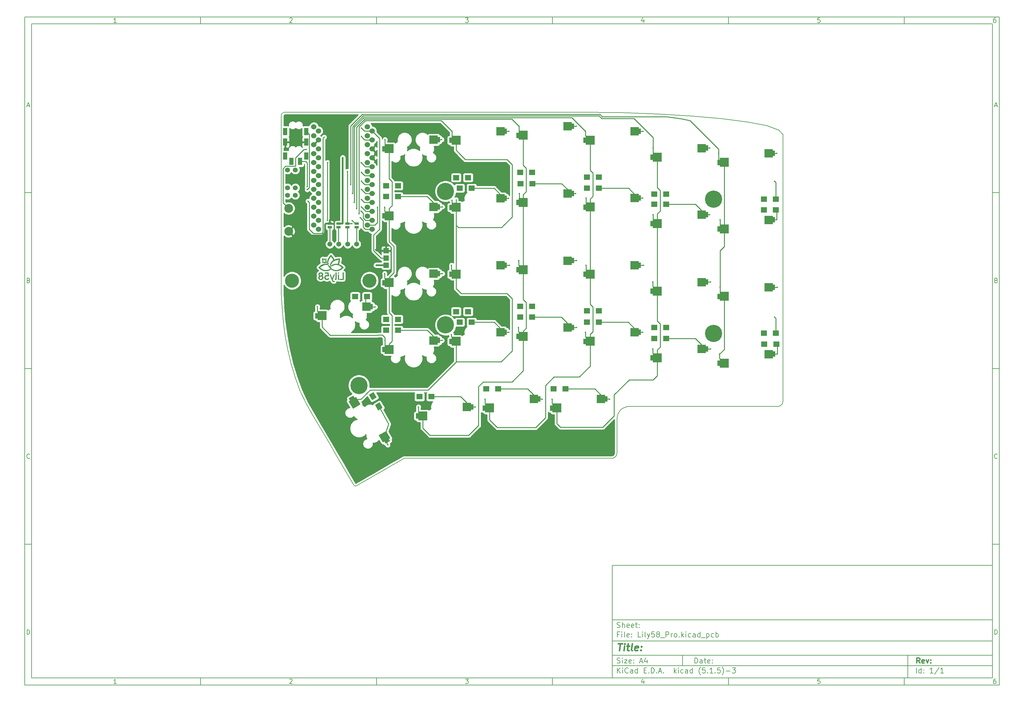
<source format=gbl>
G04 #@! TF.GenerationSoftware,KiCad,Pcbnew,(5.1.5)-3*
G04 #@! TF.CreationDate,2020-05-06T00:51:22+04:00*
G04 #@! TF.ProjectId,Lily58_Pro,4c696c79-3538-45f5-9072-6f2e6b696361,rev?*
G04 #@! TF.SameCoordinates,Original*
G04 #@! TF.FileFunction,Copper,L2,Bot*
G04 #@! TF.FilePolarity,Positive*
%FSLAX46Y46*%
G04 Gerber Fmt 4.6, Leading zero omitted, Abs format (unit mm)*
G04 Created by KiCad (PCBNEW (5.1.5)-3) date 2020-05-06 00:51:22*
%MOMM*%
%LPD*%
G04 APERTURE LIST*
%ADD10C,0.100000*%
%ADD11C,0.150000*%
%ADD12C,0.300000*%
%ADD13C,0.400000*%
%ADD14C,0.200000*%
%ADD15C,0.010000*%
%ADD16R,2.400000X2.400000*%
%ADD17R,2.500000X2.500000*%
%ADD18R,0.700000X1.500000*%
%ADD19R,1.200000X2.100000*%
%ADD20R,1.524000X1.524000*%
%ADD21C,1.524000*%
%ADD22C,4.900000*%
%ADD23C,1.397000*%
%ADD24R,1.143000X0.635000*%
%ADD25C,2.500000*%
%ADD26R,1.800000X1.500000*%
%ADD27C,4.000000*%
%ADD28C,0.400000*%
%ADD29C,0.250000*%
%ADD30C,0.500000*%
%ADD31C,0.254000*%
G04 APERTURE END LIST*
D10*
D11*
X177002200Y-166007200D02*
X177002200Y-198007200D01*
X285002200Y-198007200D01*
X285002200Y-166007200D01*
X177002200Y-166007200D01*
D10*
D11*
X10000000Y-10000000D02*
X10000000Y-200007200D01*
X287002200Y-200007200D01*
X287002200Y-10000000D01*
X10000000Y-10000000D01*
D10*
D11*
X12000000Y-12000000D02*
X12000000Y-198007200D01*
X285002200Y-198007200D01*
X285002200Y-12000000D01*
X12000000Y-12000000D01*
D10*
D11*
X60000000Y-12000000D02*
X60000000Y-10000000D01*
D10*
D11*
X110000000Y-12000000D02*
X110000000Y-10000000D01*
D10*
D11*
X160000000Y-12000000D02*
X160000000Y-10000000D01*
D10*
D11*
X210000000Y-12000000D02*
X210000000Y-10000000D01*
D10*
D11*
X260000000Y-12000000D02*
X260000000Y-10000000D01*
D10*
D11*
X36065476Y-11588095D02*
X35322619Y-11588095D01*
X35694047Y-11588095D02*
X35694047Y-10288095D01*
X35570238Y-10473809D01*
X35446428Y-10597619D01*
X35322619Y-10659523D01*
D10*
D11*
X85322619Y-10411904D02*
X85384523Y-10350000D01*
X85508333Y-10288095D01*
X85817857Y-10288095D01*
X85941666Y-10350000D01*
X86003571Y-10411904D01*
X86065476Y-10535714D01*
X86065476Y-10659523D01*
X86003571Y-10845238D01*
X85260714Y-11588095D01*
X86065476Y-11588095D01*
D10*
D11*
X135260714Y-10288095D02*
X136065476Y-10288095D01*
X135632142Y-10783333D01*
X135817857Y-10783333D01*
X135941666Y-10845238D01*
X136003571Y-10907142D01*
X136065476Y-11030952D01*
X136065476Y-11340476D01*
X136003571Y-11464285D01*
X135941666Y-11526190D01*
X135817857Y-11588095D01*
X135446428Y-11588095D01*
X135322619Y-11526190D01*
X135260714Y-11464285D01*
D10*
D11*
X185941666Y-10721428D02*
X185941666Y-11588095D01*
X185632142Y-10226190D02*
X185322619Y-11154761D01*
X186127380Y-11154761D01*
D10*
D11*
X236003571Y-10288095D02*
X235384523Y-10288095D01*
X235322619Y-10907142D01*
X235384523Y-10845238D01*
X235508333Y-10783333D01*
X235817857Y-10783333D01*
X235941666Y-10845238D01*
X236003571Y-10907142D01*
X236065476Y-11030952D01*
X236065476Y-11340476D01*
X236003571Y-11464285D01*
X235941666Y-11526190D01*
X235817857Y-11588095D01*
X235508333Y-11588095D01*
X235384523Y-11526190D01*
X235322619Y-11464285D01*
D10*
D11*
X285941666Y-10288095D02*
X285694047Y-10288095D01*
X285570238Y-10350000D01*
X285508333Y-10411904D01*
X285384523Y-10597619D01*
X285322619Y-10845238D01*
X285322619Y-11340476D01*
X285384523Y-11464285D01*
X285446428Y-11526190D01*
X285570238Y-11588095D01*
X285817857Y-11588095D01*
X285941666Y-11526190D01*
X286003571Y-11464285D01*
X286065476Y-11340476D01*
X286065476Y-11030952D01*
X286003571Y-10907142D01*
X285941666Y-10845238D01*
X285817857Y-10783333D01*
X285570238Y-10783333D01*
X285446428Y-10845238D01*
X285384523Y-10907142D01*
X285322619Y-11030952D01*
D10*
D11*
X60000000Y-198007200D02*
X60000000Y-200007200D01*
D10*
D11*
X110000000Y-198007200D02*
X110000000Y-200007200D01*
D10*
D11*
X160000000Y-198007200D02*
X160000000Y-200007200D01*
D10*
D11*
X210000000Y-198007200D02*
X210000000Y-200007200D01*
D10*
D11*
X260000000Y-198007200D02*
X260000000Y-200007200D01*
D10*
D11*
X36065476Y-199595295D02*
X35322619Y-199595295D01*
X35694047Y-199595295D02*
X35694047Y-198295295D01*
X35570238Y-198481009D01*
X35446428Y-198604819D01*
X35322619Y-198666723D01*
D10*
D11*
X85322619Y-198419104D02*
X85384523Y-198357200D01*
X85508333Y-198295295D01*
X85817857Y-198295295D01*
X85941666Y-198357200D01*
X86003571Y-198419104D01*
X86065476Y-198542914D01*
X86065476Y-198666723D01*
X86003571Y-198852438D01*
X85260714Y-199595295D01*
X86065476Y-199595295D01*
D10*
D11*
X135260714Y-198295295D02*
X136065476Y-198295295D01*
X135632142Y-198790533D01*
X135817857Y-198790533D01*
X135941666Y-198852438D01*
X136003571Y-198914342D01*
X136065476Y-199038152D01*
X136065476Y-199347676D01*
X136003571Y-199471485D01*
X135941666Y-199533390D01*
X135817857Y-199595295D01*
X135446428Y-199595295D01*
X135322619Y-199533390D01*
X135260714Y-199471485D01*
D10*
D11*
X185941666Y-198728628D02*
X185941666Y-199595295D01*
X185632142Y-198233390D02*
X185322619Y-199161961D01*
X186127380Y-199161961D01*
D10*
D11*
X236003571Y-198295295D02*
X235384523Y-198295295D01*
X235322619Y-198914342D01*
X235384523Y-198852438D01*
X235508333Y-198790533D01*
X235817857Y-198790533D01*
X235941666Y-198852438D01*
X236003571Y-198914342D01*
X236065476Y-199038152D01*
X236065476Y-199347676D01*
X236003571Y-199471485D01*
X235941666Y-199533390D01*
X235817857Y-199595295D01*
X235508333Y-199595295D01*
X235384523Y-199533390D01*
X235322619Y-199471485D01*
D10*
D11*
X285941666Y-198295295D02*
X285694047Y-198295295D01*
X285570238Y-198357200D01*
X285508333Y-198419104D01*
X285384523Y-198604819D01*
X285322619Y-198852438D01*
X285322619Y-199347676D01*
X285384523Y-199471485D01*
X285446428Y-199533390D01*
X285570238Y-199595295D01*
X285817857Y-199595295D01*
X285941666Y-199533390D01*
X286003571Y-199471485D01*
X286065476Y-199347676D01*
X286065476Y-199038152D01*
X286003571Y-198914342D01*
X285941666Y-198852438D01*
X285817857Y-198790533D01*
X285570238Y-198790533D01*
X285446428Y-198852438D01*
X285384523Y-198914342D01*
X285322619Y-199038152D01*
D10*
D11*
X10000000Y-60000000D02*
X12000000Y-60000000D01*
D10*
D11*
X10000000Y-110000000D02*
X12000000Y-110000000D01*
D10*
D11*
X10000000Y-160000000D02*
X12000000Y-160000000D01*
D10*
D11*
X10690476Y-35216666D02*
X11309523Y-35216666D01*
X10566666Y-35588095D02*
X11000000Y-34288095D01*
X11433333Y-35588095D01*
D10*
D11*
X11092857Y-84907142D02*
X11278571Y-84969047D01*
X11340476Y-85030952D01*
X11402380Y-85154761D01*
X11402380Y-85340476D01*
X11340476Y-85464285D01*
X11278571Y-85526190D01*
X11154761Y-85588095D01*
X10659523Y-85588095D01*
X10659523Y-84288095D01*
X11092857Y-84288095D01*
X11216666Y-84350000D01*
X11278571Y-84411904D01*
X11340476Y-84535714D01*
X11340476Y-84659523D01*
X11278571Y-84783333D01*
X11216666Y-84845238D01*
X11092857Y-84907142D01*
X10659523Y-84907142D01*
D10*
D11*
X11402380Y-135464285D02*
X11340476Y-135526190D01*
X11154761Y-135588095D01*
X11030952Y-135588095D01*
X10845238Y-135526190D01*
X10721428Y-135402380D01*
X10659523Y-135278571D01*
X10597619Y-135030952D01*
X10597619Y-134845238D01*
X10659523Y-134597619D01*
X10721428Y-134473809D01*
X10845238Y-134350000D01*
X11030952Y-134288095D01*
X11154761Y-134288095D01*
X11340476Y-134350000D01*
X11402380Y-134411904D01*
D10*
D11*
X10659523Y-185588095D02*
X10659523Y-184288095D01*
X10969047Y-184288095D01*
X11154761Y-184350000D01*
X11278571Y-184473809D01*
X11340476Y-184597619D01*
X11402380Y-184845238D01*
X11402380Y-185030952D01*
X11340476Y-185278571D01*
X11278571Y-185402380D01*
X11154761Y-185526190D01*
X10969047Y-185588095D01*
X10659523Y-185588095D01*
D10*
D11*
X287002200Y-60000000D02*
X285002200Y-60000000D01*
D10*
D11*
X287002200Y-110000000D02*
X285002200Y-110000000D01*
D10*
D11*
X287002200Y-160000000D02*
X285002200Y-160000000D01*
D10*
D11*
X285692676Y-35216666D02*
X286311723Y-35216666D01*
X285568866Y-35588095D02*
X286002200Y-34288095D01*
X286435533Y-35588095D01*
D10*
D11*
X286095057Y-84907142D02*
X286280771Y-84969047D01*
X286342676Y-85030952D01*
X286404580Y-85154761D01*
X286404580Y-85340476D01*
X286342676Y-85464285D01*
X286280771Y-85526190D01*
X286156961Y-85588095D01*
X285661723Y-85588095D01*
X285661723Y-84288095D01*
X286095057Y-84288095D01*
X286218866Y-84350000D01*
X286280771Y-84411904D01*
X286342676Y-84535714D01*
X286342676Y-84659523D01*
X286280771Y-84783333D01*
X286218866Y-84845238D01*
X286095057Y-84907142D01*
X285661723Y-84907142D01*
D10*
D11*
X286404580Y-135464285D02*
X286342676Y-135526190D01*
X286156961Y-135588095D01*
X286033152Y-135588095D01*
X285847438Y-135526190D01*
X285723628Y-135402380D01*
X285661723Y-135278571D01*
X285599819Y-135030952D01*
X285599819Y-134845238D01*
X285661723Y-134597619D01*
X285723628Y-134473809D01*
X285847438Y-134350000D01*
X286033152Y-134288095D01*
X286156961Y-134288095D01*
X286342676Y-134350000D01*
X286404580Y-134411904D01*
D10*
D11*
X285661723Y-185588095D02*
X285661723Y-184288095D01*
X285971247Y-184288095D01*
X286156961Y-184350000D01*
X286280771Y-184473809D01*
X286342676Y-184597619D01*
X286404580Y-184845238D01*
X286404580Y-185030952D01*
X286342676Y-185278571D01*
X286280771Y-185402380D01*
X286156961Y-185526190D01*
X285971247Y-185588095D01*
X285661723Y-185588095D01*
D10*
D11*
X200434342Y-193785771D02*
X200434342Y-192285771D01*
X200791485Y-192285771D01*
X201005771Y-192357200D01*
X201148628Y-192500057D01*
X201220057Y-192642914D01*
X201291485Y-192928628D01*
X201291485Y-193142914D01*
X201220057Y-193428628D01*
X201148628Y-193571485D01*
X201005771Y-193714342D01*
X200791485Y-193785771D01*
X200434342Y-193785771D01*
X202577200Y-193785771D02*
X202577200Y-193000057D01*
X202505771Y-192857200D01*
X202362914Y-192785771D01*
X202077200Y-192785771D01*
X201934342Y-192857200D01*
X202577200Y-193714342D02*
X202434342Y-193785771D01*
X202077200Y-193785771D01*
X201934342Y-193714342D01*
X201862914Y-193571485D01*
X201862914Y-193428628D01*
X201934342Y-193285771D01*
X202077200Y-193214342D01*
X202434342Y-193214342D01*
X202577200Y-193142914D01*
X203077200Y-192785771D02*
X203648628Y-192785771D01*
X203291485Y-192285771D02*
X203291485Y-193571485D01*
X203362914Y-193714342D01*
X203505771Y-193785771D01*
X203648628Y-193785771D01*
X204720057Y-193714342D02*
X204577200Y-193785771D01*
X204291485Y-193785771D01*
X204148628Y-193714342D01*
X204077200Y-193571485D01*
X204077200Y-193000057D01*
X204148628Y-192857200D01*
X204291485Y-192785771D01*
X204577200Y-192785771D01*
X204720057Y-192857200D01*
X204791485Y-193000057D01*
X204791485Y-193142914D01*
X204077200Y-193285771D01*
X205434342Y-193642914D02*
X205505771Y-193714342D01*
X205434342Y-193785771D01*
X205362914Y-193714342D01*
X205434342Y-193642914D01*
X205434342Y-193785771D01*
X205434342Y-192857200D02*
X205505771Y-192928628D01*
X205434342Y-193000057D01*
X205362914Y-192928628D01*
X205434342Y-192857200D01*
X205434342Y-193000057D01*
D10*
D11*
X177002200Y-194507200D02*
X285002200Y-194507200D01*
D10*
D11*
X178434342Y-196585771D02*
X178434342Y-195085771D01*
X179291485Y-196585771D02*
X178648628Y-195728628D01*
X179291485Y-195085771D02*
X178434342Y-195942914D01*
X179934342Y-196585771D02*
X179934342Y-195585771D01*
X179934342Y-195085771D02*
X179862914Y-195157200D01*
X179934342Y-195228628D01*
X180005771Y-195157200D01*
X179934342Y-195085771D01*
X179934342Y-195228628D01*
X181505771Y-196442914D02*
X181434342Y-196514342D01*
X181220057Y-196585771D01*
X181077200Y-196585771D01*
X180862914Y-196514342D01*
X180720057Y-196371485D01*
X180648628Y-196228628D01*
X180577200Y-195942914D01*
X180577200Y-195728628D01*
X180648628Y-195442914D01*
X180720057Y-195300057D01*
X180862914Y-195157200D01*
X181077200Y-195085771D01*
X181220057Y-195085771D01*
X181434342Y-195157200D01*
X181505771Y-195228628D01*
X182791485Y-196585771D02*
X182791485Y-195800057D01*
X182720057Y-195657200D01*
X182577200Y-195585771D01*
X182291485Y-195585771D01*
X182148628Y-195657200D01*
X182791485Y-196514342D02*
X182648628Y-196585771D01*
X182291485Y-196585771D01*
X182148628Y-196514342D01*
X182077200Y-196371485D01*
X182077200Y-196228628D01*
X182148628Y-196085771D01*
X182291485Y-196014342D01*
X182648628Y-196014342D01*
X182791485Y-195942914D01*
X184148628Y-196585771D02*
X184148628Y-195085771D01*
X184148628Y-196514342D02*
X184005771Y-196585771D01*
X183720057Y-196585771D01*
X183577200Y-196514342D01*
X183505771Y-196442914D01*
X183434342Y-196300057D01*
X183434342Y-195871485D01*
X183505771Y-195728628D01*
X183577200Y-195657200D01*
X183720057Y-195585771D01*
X184005771Y-195585771D01*
X184148628Y-195657200D01*
X186005771Y-195800057D02*
X186505771Y-195800057D01*
X186720057Y-196585771D02*
X186005771Y-196585771D01*
X186005771Y-195085771D01*
X186720057Y-195085771D01*
X187362914Y-196442914D02*
X187434342Y-196514342D01*
X187362914Y-196585771D01*
X187291485Y-196514342D01*
X187362914Y-196442914D01*
X187362914Y-196585771D01*
X188077200Y-196585771D02*
X188077200Y-195085771D01*
X188434342Y-195085771D01*
X188648628Y-195157200D01*
X188791485Y-195300057D01*
X188862914Y-195442914D01*
X188934342Y-195728628D01*
X188934342Y-195942914D01*
X188862914Y-196228628D01*
X188791485Y-196371485D01*
X188648628Y-196514342D01*
X188434342Y-196585771D01*
X188077200Y-196585771D01*
X189577200Y-196442914D02*
X189648628Y-196514342D01*
X189577200Y-196585771D01*
X189505771Y-196514342D01*
X189577200Y-196442914D01*
X189577200Y-196585771D01*
X190220057Y-196157200D02*
X190934342Y-196157200D01*
X190077200Y-196585771D02*
X190577200Y-195085771D01*
X191077200Y-196585771D01*
X191577200Y-196442914D02*
X191648628Y-196514342D01*
X191577200Y-196585771D01*
X191505771Y-196514342D01*
X191577200Y-196442914D01*
X191577200Y-196585771D01*
X194577200Y-196585771D02*
X194577200Y-195085771D01*
X194720057Y-196014342D02*
X195148628Y-196585771D01*
X195148628Y-195585771D02*
X194577200Y-196157200D01*
X195791485Y-196585771D02*
X195791485Y-195585771D01*
X195791485Y-195085771D02*
X195720057Y-195157200D01*
X195791485Y-195228628D01*
X195862914Y-195157200D01*
X195791485Y-195085771D01*
X195791485Y-195228628D01*
X197148628Y-196514342D02*
X197005771Y-196585771D01*
X196720057Y-196585771D01*
X196577200Y-196514342D01*
X196505771Y-196442914D01*
X196434342Y-196300057D01*
X196434342Y-195871485D01*
X196505771Y-195728628D01*
X196577200Y-195657200D01*
X196720057Y-195585771D01*
X197005771Y-195585771D01*
X197148628Y-195657200D01*
X198434342Y-196585771D02*
X198434342Y-195800057D01*
X198362914Y-195657200D01*
X198220057Y-195585771D01*
X197934342Y-195585771D01*
X197791485Y-195657200D01*
X198434342Y-196514342D02*
X198291485Y-196585771D01*
X197934342Y-196585771D01*
X197791485Y-196514342D01*
X197720057Y-196371485D01*
X197720057Y-196228628D01*
X197791485Y-196085771D01*
X197934342Y-196014342D01*
X198291485Y-196014342D01*
X198434342Y-195942914D01*
X199791485Y-196585771D02*
X199791485Y-195085771D01*
X199791485Y-196514342D02*
X199648628Y-196585771D01*
X199362914Y-196585771D01*
X199220057Y-196514342D01*
X199148628Y-196442914D01*
X199077200Y-196300057D01*
X199077200Y-195871485D01*
X199148628Y-195728628D01*
X199220057Y-195657200D01*
X199362914Y-195585771D01*
X199648628Y-195585771D01*
X199791485Y-195657200D01*
X202077200Y-197157200D02*
X202005771Y-197085771D01*
X201862914Y-196871485D01*
X201791485Y-196728628D01*
X201720057Y-196514342D01*
X201648628Y-196157200D01*
X201648628Y-195871485D01*
X201720057Y-195514342D01*
X201791485Y-195300057D01*
X201862914Y-195157200D01*
X202005771Y-194942914D01*
X202077200Y-194871485D01*
X203362914Y-195085771D02*
X202648628Y-195085771D01*
X202577200Y-195800057D01*
X202648628Y-195728628D01*
X202791485Y-195657200D01*
X203148628Y-195657200D01*
X203291485Y-195728628D01*
X203362914Y-195800057D01*
X203434342Y-195942914D01*
X203434342Y-196300057D01*
X203362914Y-196442914D01*
X203291485Y-196514342D01*
X203148628Y-196585771D01*
X202791485Y-196585771D01*
X202648628Y-196514342D01*
X202577200Y-196442914D01*
X204077200Y-196442914D02*
X204148628Y-196514342D01*
X204077200Y-196585771D01*
X204005771Y-196514342D01*
X204077200Y-196442914D01*
X204077200Y-196585771D01*
X205577200Y-196585771D02*
X204720057Y-196585771D01*
X205148628Y-196585771D02*
X205148628Y-195085771D01*
X205005771Y-195300057D01*
X204862914Y-195442914D01*
X204720057Y-195514342D01*
X206220057Y-196442914D02*
X206291485Y-196514342D01*
X206220057Y-196585771D01*
X206148628Y-196514342D01*
X206220057Y-196442914D01*
X206220057Y-196585771D01*
X207648628Y-195085771D02*
X206934342Y-195085771D01*
X206862914Y-195800057D01*
X206934342Y-195728628D01*
X207077200Y-195657200D01*
X207434342Y-195657200D01*
X207577200Y-195728628D01*
X207648628Y-195800057D01*
X207720057Y-195942914D01*
X207720057Y-196300057D01*
X207648628Y-196442914D01*
X207577200Y-196514342D01*
X207434342Y-196585771D01*
X207077200Y-196585771D01*
X206934342Y-196514342D01*
X206862914Y-196442914D01*
X208220057Y-197157200D02*
X208291485Y-197085771D01*
X208434342Y-196871485D01*
X208505771Y-196728628D01*
X208577200Y-196514342D01*
X208648628Y-196157200D01*
X208648628Y-195871485D01*
X208577200Y-195514342D01*
X208505771Y-195300057D01*
X208434342Y-195157200D01*
X208291485Y-194942914D01*
X208220057Y-194871485D01*
X209362914Y-196014342D02*
X210505771Y-196014342D01*
X211077200Y-195085771D02*
X212005771Y-195085771D01*
X211505771Y-195657200D01*
X211720057Y-195657200D01*
X211862914Y-195728628D01*
X211934342Y-195800057D01*
X212005771Y-195942914D01*
X212005771Y-196300057D01*
X211934342Y-196442914D01*
X211862914Y-196514342D01*
X211720057Y-196585771D01*
X211291485Y-196585771D01*
X211148628Y-196514342D01*
X211077200Y-196442914D01*
D10*
D11*
X177002200Y-191507200D02*
X285002200Y-191507200D01*
D10*
D12*
X264411485Y-193785771D02*
X263911485Y-193071485D01*
X263554342Y-193785771D02*
X263554342Y-192285771D01*
X264125771Y-192285771D01*
X264268628Y-192357200D01*
X264340057Y-192428628D01*
X264411485Y-192571485D01*
X264411485Y-192785771D01*
X264340057Y-192928628D01*
X264268628Y-193000057D01*
X264125771Y-193071485D01*
X263554342Y-193071485D01*
X265625771Y-193714342D02*
X265482914Y-193785771D01*
X265197200Y-193785771D01*
X265054342Y-193714342D01*
X264982914Y-193571485D01*
X264982914Y-193000057D01*
X265054342Y-192857200D01*
X265197200Y-192785771D01*
X265482914Y-192785771D01*
X265625771Y-192857200D01*
X265697200Y-193000057D01*
X265697200Y-193142914D01*
X264982914Y-193285771D01*
X266197200Y-192785771D02*
X266554342Y-193785771D01*
X266911485Y-192785771D01*
X267482914Y-193642914D02*
X267554342Y-193714342D01*
X267482914Y-193785771D01*
X267411485Y-193714342D01*
X267482914Y-193642914D01*
X267482914Y-193785771D01*
X267482914Y-192857200D02*
X267554342Y-192928628D01*
X267482914Y-193000057D01*
X267411485Y-192928628D01*
X267482914Y-192857200D01*
X267482914Y-193000057D01*
D10*
D11*
X178362914Y-193714342D02*
X178577200Y-193785771D01*
X178934342Y-193785771D01*
X179077200Y-193714342D01*
X179148628Y-193642914D01*
X179220057Y-193500057D01*
X179220057Y-193357200D01*
X179148628Y-193214342D01*
X179077200Y-193142914D01*
X178934342Y-193071485D01*
X178648628Y-193000057D01*
X178505771Y-192928628D01*
X178434342Y-192857200D01*
X178362914Y-192714342D01*
X178362914Y-192571485D01*
X178434342Y-192428628D01*
X178505771Y-192357200D01*
X178648628Y-192285771D01*
X179005771Y-192285771D01*
X179220057Y-192357200D01*
X179862914Y-193785771D02*
X179862914Y-192785771D01*
X179862914Y-192285771D02*
X179791485Y-192357200D01*
X179862914Y-192428628D01*
X179934342Y-192357200D01*
X179862914Y-192285771D01*
X179862914Y-192428628D01*
X180434342Y-192785771D02*
X181220057Y-192785771D01*
X180434342Y-193785771D01*
X181220057Y-193785771D01*
X182362914Y-193714342D02*
X182220057Y-193785771D01*
X181934342Y-193785771D01*
X181791485Y-193714342D01*
X181720057Y-193571485D01*
X181720057Y-193000057D01*
X181791485Y-192857200D01*
X181934342Y-192785771D01*
X182220057Y-192785771D01*
X182362914Y-192857200D01*
X182434342Y-193000057D01*
X182434342Y-193142914D01*
X181720057Y-193285771D01*
X183077200Y-193642914D02*
X183148628Y-193714342D01*
X183077200Y-193785771D01*
X183005771Y-193714342D01*
X183077200Y-193642914D01*
X183077200Y-193785771D01*
X183077200Y-192857200D02*
X183148628Y-192928628D01*
X183077200Y-193000057D01*
X183005771Y-192928628D01*
X183077200Y-192857200D01*
X183077200Y-193000057D01*
X184862914Y-193357200D02*
X185577200Y-193357200D01*
X184720057Y-193785771D02*
X185220057Y-192285771D01*
X185720057Y-193785771D01*
X186862914Y-192785771D02*
X186862914Y-193785771D01*
X186505771Y-192214342D02*
X186148628Y-193285771D01*
X187077200Y-193285771D01*
D10*
D11*
X263434342Y-196585771D02*
X263434342Y-195085771D01*
X264791485Y-196585771D02*
X264791485Y-195085771D01*
X264791485Y-196514342D02*
X264648628Y-196585771D01*
X264362914Y-196585771D01*
X264220057Y-196514342D01*
X264148628Y-196442914D01*
X264077200Y-196300057D01*
X264077200Y-195871485D01*
X264148628Y-195728628D01*
X264220057Y-195657200D01*
X264362914Y-195585771D01*
X264648628Y-195585771D01*
X264791485Y-195657200D01*
X265505771Y-196442914D02*
X265577200Y-196514342D01*
X265505771Y-196585771D01*
X265434342Y-196514342D01*
X265505771Y-196442914D01*
X265505771Y-196585771D01*
X265505771Y-195657200D02*
X265577200Y-195728628D01*
X265505771Y-195800057D01*
X265434342Y-195728628D01*
X265505771Y-195657200D01*
X265505771Y-195800057D01*
X268148628Y-196585771D02*
X267291485Y-196585771D01*
X267720057Y-196585771D02*
X267720057Y-195085771D01*
X267577200Y-195300057D01*
X267434342Y-195442914D01*
X267291485Y-195514342D01*
X269862914Y-195014342D02*
X268577200Y-196942914D01*
X271148628Y-196585771D02*
X270291485Y-196585771D01*
X270720057Y-196585771D02*
X270720057Y-195085771D01*
X270577200Y-195300057D01*
X270434342Y-195442914D01*
X270291485Y-195514342D01*
D10*
D11*
X177002200Y-187507200D02*
X285002200Y-187507200D01*
D10*
D13*
X178714580Y-188211961D02*
X179857438Y-188211961D01*
X179036009Y-190211961D02*
X179286009Y-188211961D01*
X180274104Y-190211961D02*
X180440771Y-188878628D01*
X180524104Y-188211961D02*
X180416961Y-188307200D01*
X180500295Y-188402438D01*
X180607438Y-188307200D01*
X180524104Y-188211961D01*
X180500295Y-188402438D01*
X181107438Y-188878628D02*
X181869342Y-188878628D01*
X181476485Y-188211961D02*
X181262200Y-189926247D01*
X181333628Y-190116723D01*
X181512200Y-190211961D01*
X181702676Y-190211961D01*
X182655057Y-190211961D02*
X182476485Y-190116723D01*
X182405057Y-189926247D01*
X182619342Y-188211961D01*
X184190771Y-190116723D02*
X183988390Y-190211961D01*
X183607438Y-190211961D01*
X183428866Y-190116723D01*
X183357438Y-189926247D01*
X183452676Y-189164342D01*
X183571723Y-188973866D01*
X183774104Y-188878628D01*
X184155057Y-188878628D01*
X184333628Y-188973866D01*
X184405057Y-189164342D01*
X184381247Y-189354819D01*
X183405057Y-189545295D01*
X185155057Y-190021485D02*
X185238390Y-190116723D01*
X185131247Y-190211961D01*
X185047914Y-190116723D01*
X185155057Y-190021485D01*
X185131247Y-190211961D01*
X185286009Y-188973866D02*
X185369342Y-189069104D01*
X185262200Y-189164342D01*
X185178866Y-189069104D01*
X185286009Y-188973866D01*
X185262200Y-189164342D01*
D10*
D11*
X178934342Y-185600057D02*
X178434342Y-185600057D01*
X178434342Y-186385771D02*
X178434342Y-184885771D01*
X179148628Y-184885771D01*
X179720057Y-186385771D02*
X179720057Y-185385771D01*
X179720057Y-184885771D02*
X179648628Y-184957200D01*
X179720057Y-185028628D01*
X179791485Y-184957200D01*
X179720057Y-184885771D01*
X179720057Y-185028628D01*
X180648628Y-186385771D02*
X180505771Y-186314342D01*
X180434342Y-186171485D01*
X180434342Y-184885771D01*
X181791485Y-186314342D02*
X181648628Y-186385771D01*
X181362914Y-186385771D01*
X181220057Y-186314342D01*
X181148628Y-186171485D01*
X181148628Y-185600057D01*
X181220057Y-185457200D01*
X181362914Y-185385771D01*
X181648628Y-185385771D01*
X181791485Y-185457200D01*
X181862914Y-185600057D01*
X181862914Y-185742914D01*
X181148628Y-185885771D01*
X182505771Y-186242914D02*
X182577200Y-186314342D01*
X182505771Y-186385771D01*
X182434342Y-186314342D01*
X182505771Y-186242914D01*
X182505771Y-186385771D01*
X182505771Y-185457200D02*
X182577200Y-185528628D01*
X182505771Y-185600057D01*
X182434342Y-185528628D01*
X182505771Y-185457200D01*
X182505771Y-185600057D01*
X185077200Y-186385771D02*
X184362914Y-186385771D01*
X184362914Y-184885771D01*
X185577200Y-186385771D02*
X185577200Y-185385771D01*
X185577200Y-184885771D02*
X185505771Y-184957200D01*
X185577200Y-185028628D01*
X185648628Y-184957200D01*
X185577200Y-184885771D01*
X185577200Y-185028628D01*
X186505771Y-186385771D02*
X186362914Y-186314342D01*
X186291485Y-186171485D01*
X186291485Y-184885771D01*
X186934342Y-185385771D02*
X187291485Y-186385771D01*
X187648628Y-185385771D02*
X187291485Y-186385771D01*
X187148628Y-186742914D01*
X187077200Y-186814342D01*
X186934342Y-186885771D01*
X188934342Y-184885771D02*
X188220057Y-184885771D01*
X188148628Y-185600057D01*
X188220057Y-185528628D01*
X188362914Y-185457200D01*
X188720057Y-185457200D01*
X188862914Y-185528628D01*
X188934342Y-185600057D01*
X189005771Y-185742914D01*
X189005771Y-186100057D01*
X188934342Y-186242914D01*
X188862914Y-186314342D01*
X188720057Y-186385771D01*
X188362914Y-186385771D01*
X188220057Y-186314342D01*
X188148628Y-186242914D01*
X189862914Y-185528628D02*
X189720057Y-185457200D01*
X189648628Y-185385771D01*
X189577200Y-185242914D01*
X189577200Y-185171485D01*
X189648628Y-185028628D01*
X189720057Y-184957200D01*
X189862914Y-184885771D01*
X190148628Y-184885771D01*
X190291485Y-184957200D01*
X190362914Y-185028628D01*
X190434342Y-185171485D01*
X190434342Y-185242914D01*
X190362914Y-185385771D01*
X190291485Y-185457200D01*
X190148628Y-185528628D01*
X189862914Y-185528628D01*
X189720057Y-185600057D01*
X189648628Y-185671485D01*
X189577200Y-185814342D01*
X189577200Y-186100057D01*
X189648628Y-186242914D01*
X189720057Y-186314342D01*
X189862914Y-186385771D01*
X190148628Y-186385771D01*
X190291485Y-186314342D01*
X190362914Y-186242914D01*
X190434342Y-186100057D01*
X190434342Y-185814342D01*
X190362914Y-185671485D01*
X190291485Y-185600057D01*
X190148628Y-185528628D01*
X190720057Y-186528628D02*
X191862914Y-186528628D01*
X192220057Y-186385771D02*
X192220057Y-184885771D01*
X192791485Y-184885771D01*
X192934342Y-184957200D01*
X193005771Y-185028628D01*
X193077200Y-185171485D01*
X193077200Y-185385771D01*
X193005771Y-185528628D01*
X192934342Y-185600057D01*
X192791485Y-185671485D01*
X192220057Y-185671485D01*
X193720057Y-186385771D02*
X193720057Y-185385771D01*
X193720057Y-185671485D02*
X193791485Y-185528628D01*
X193862914Y-185457200D01*
X194005771Y-185385771D01*
X194148628Y-185385771D01*
X194862914Y-186385771D02*
X194720057Y-186314342D01*
X194648628Y-186242914D01*
X194577200Y-186100057D01*
X194577200Y-185671485D01*
X194648628Y-185528628D01*
X194720057Y-185457200D01*
X194862914Y-185385771D01*
X195077200Y-185385771D01*
X195220057Y-185457200D01*
X195291485Y-185528628D01*
X195362914Y-185671485D01*
X195362914Y-186100057D01*
X195291485Y-186242914D01*
X195220057Y-186314342D01*
X195077200Y-186385771D01*
X194862914Y-186385771D01*
X196005771Y-186242914D02*
X196077200Y-186314342D01*
X196005771Y-186385771D01*
X195934342Y-186314342D01*
X196005771Y-186242914D01*
X196005771Y-186385771D01*
X196720057Y-186385771D02*
X196720057Y-184885771D01*
X196862914Y-185814342D02*
X197291485Y-186385771D01*
X197291485Y-185385771D02*
X196720057Y-185957200D01*
X197934342Y-186385771D02*
X197934342Y-185385771D01*
X197934342Y-184885771D02*
X197862914Y-184957200D01*
X197934342Y-185028628D01*
X198005771Y-184957200D01*
X197934342Y-184885771D01*
X197934342Y-185028628D01*
X199291485Y-186314342D02*
X199148628Y-186385771D01*
X198862914Y-186385771D01*
X198720057Y-186314342D01*
X198648628Y-186242914D01*
X198577200Y-186100057D01*
X198577200Y-185671485D01*
X198648628Y-185528628D01*
X198720057Y-185457200D01*
X198862914Y-185385771D01*
X199148628Y-185385771D01*
X199291485Y-185457200D01*
X200577200Y-186385771D02*
X200577200Y-185600057D01*
X200505771Y-185457200D01*
X200362914Y-185385771D01*
X200077200Y-185385771D01*
X199934342Y-185457200D01*
X200577200Y-186314342D02*
X200434342Y-186385771D01*
X200077200Y-186385771D01*
X199934342Y-186314342D01*
X199862914Y-186171485D01*
X199862914Y-186028628D01*
X199934342Y-185885771D01*
X200077200Y-185814342D01*
X200434342Y-185814342D01*
X200577200Y-185742914D01*
X201934342Y-186385771D02*
X201934342Y-184885771D01*
X201934342Y-186314342D02*
X201791485Y-186385771D01*
X201505771Y-186385771D01*
X201362914Y-186314342D01*
X201291485Y-186242914D01*
X201220057Y-186100057D01*
X201220057Y-185671485D01*
X201291485Y-185528628D01*
X201362914Y-185457200D01*
X201505771Y-185385771D01*
X201791485Y-185385771D01*
X201934342Y-185457200D01*
X202291485Y-186528628D02*
X203434342Y-186528628D01*
X203791485Y-185385771D02*
X203791485Y-186885771D01*
X203791485Y-185457200D02*
X203934342Y-185385771D01*
X204220057Y-185385771D01*
X204362914Y-185457200D01*
X204434342Y-185528628D01*
X204505771Y-185671485D01*
X204505771Y-186100057D01*
X204434342Y-186242914D01*
X204362914Y-186314342D01*
X204220057Y-186385771D01*
X203934342Y-186385771D01*
X203791485Y-186314342D01*
X205791485Y-186314342D02*
X205648628Y-186385771D01*
X205362914Y-186385771D01*
X205220057Y-186314342D01*
X205148628Y-186242914D01*
X205077200Y-186100057D01*
X205077200Y-185671485D01*
X205148628Y-185528628D01*
X205220057Y-185457200D01*
X205362914Y-185385771D01*
X205648628Y-185385771D01*
X205791485Y-185457200D01*
X206434342Y-186385771D02*
X206434342Y-184885771D01*
X206434342Y-185457200D02*
X206577200Y-185385771D01*
X206862914Y-185385771D01*
X207005771Y-185457200D01*
X207077200Y-185528628D01*
X207148628Y-185671485D01*
X207148628Y-186100057D01*
X207077200Y-186242914D01*
X207005771Y-186314342D01*
X206862914Y-186385771D01*
X206577200Y-186385771D01*
X206434342Y-186314342D01*
D10*
D11*
X177002200Y-181507200D02*
X285002200Y-181507200D01*
D10*
D11*
X178362914Y-183614342D02*
X178577200Y-183685771D01*
X178934342Y-183685771D01*
X179077200Y-183614342D01*
X179148628Y-183542914D01*
X179220057Y-183400057D01*
X179220057Y-183257200D01*
X179148628Y-183114342D01*
X179077200Y-183042914D01*
X178934342Y-182971485D01*
X178648628Y-182900057D01*
X178505771Y-182828628D01*
X178434342Y-182757200D01*
X178362914Y-182614342D01*
X178362914Y-182471485D01*
X178434342Y-182328628D01*
X178505771Y-182257200D01*
X178648628Y-182185771D01*
X179005771Y-182185771D01*
X179220057Y-182257200D01*
X179862914Y-183685771D02*
X179862914Y-182185771D01*
X180505771Y-183685771D02*
X180505771Y-182900057D01*
X180434342Y-182757200D01*
X180291485Y-182685771D01*
X180077200Y-182685771D01*
X179934342Y-182757200D01*
X179862914Y-182828628D01*
X181791485Y-183614342D02*
X181648628Y-183685771D01*
X181362914Y-183685771D01*
X181220057Y-183614342D01*
X181148628Y-183471485D01*
X181148628Y-182900057D01*
X181220057Y-182757200D01*
X181362914Y-182685771D01*
X181648628Y-182685771D01*
X181791485Y-182757200D01*
X181862914Y-182900057D01*
X181862914Y-183042914D01*
X181148628Y-183185771D01*
X183077200Y-183614342D02*
X182934342Y-183685771D01*
X182648628Y-183685771D01*
X182505771Y-183614342D01*
X182434342Y-183471485D01*
X182434342Y-182900057D01*
X182505771Y-182757200D01*
X182648628Y-182685771D01*
X182934342Y-182685771D01*
X183077200Y-182757200D01*
X183148628Y-182900057D01*
X183148628Y-183042914D01*
X182434342Y-183185771D01*
X183577200Y-182685771D02*
X184148628Y-182685771D01*
X183791485Y-182185771D02*
X183791485Y-183471485D01*
X183862914Y-183614342D01*
X184005771Y-183685771D01*
X184148628Y-183685771D01*
X184648628Y-183542914D02*
X184720057Y-183614342D01*
X184648628Y-183685771D01*
X184577200Y-183614342D01*
X184648628Y-183542914D01*
X184648628Y-183685771D01*
X184648628Y-182757200D02*
X184720057Y-182828628D01*
X184648628Y-182900057D01*
X184577200Y-182828628D01*
X184648628Y-182757200D01*
X184648628Y-182900057D01*
D10*
D11*
X197002200Y-191507200D02*
X197002200Y-194507200D01*
D10*
D11*
X261002200Y-191507200D02*
X261002200Y-198007200D01*
D14*
X116186619Y-136480784D02*
X117862313Y-135510645D01*
X114510925Y-137450923D02*
X116186619Y-136480784D01*
X82937528Y-50750629D02*
X82937528Y-44443695D01*
X82937528Y-57057562D02*
X82937528Y-50750629D01*
X115211711Y-37086762D02*
X104803877Y-37086762D01*
X218692418Y-120789735D02*
X223959999Y-120789735D01*
X213424836Y-120789735D02*
X218692418Y-120789735D01*
X208157255Y-120789735D02*
X213424836Y-120789735D01*
X202889673Y-120789735D02*
X208157255Y-120789735D01*
X197622092Y-120789735D02*
X202889673Y-120789735D01*
X192354511Y-120789735D02*
X197622092Y-120789735D01*
X187086929Y-120789735D02*
X192354511Y-120789735D01*
X181819348Y-120789735D02*
X187086929Y-120789735D01*
X181113524Y-120860778D02*
X181819348Y-120789735D01*
X180456326Y-121064561D02*
X181113524Y-120860778D01*
X179861773Y-121387065D02*
X180456326Y-121064561D01*
X179343884Y-121814271D02*
X179861773Y-121387065D01*
X178916678Y-122332160D02*
X179343884Y-121814271D01*
X178594174Y-122926713D02*
X178916678Y-122332160D01*
X178390391Y-123583911D02*
X178594174Y-122926713D01*
X178319348Y-124289735D02*
X178390391Y-123583911D01*
X199807654Y-38170488D02*
X189919538Y-37585374D01*
X208420758Y-38945561D02*
X199807654Y-38170488D01*
X215525697Y-39885159D02*
X208420758Y-38945561D01*
X220889319Y-40963847D02*
X215525697Y-39885159D01*
X178989563Y-37215654D02*
X167250881Y-37086762D01*
X189919538Y-37585374D02*
X178989563Y-37215654D01*
X177658308Y-135255660D02*
X177403500Y-135393876D01*
X177880261Y-135072571D02*
X177658308Y-135255660D01*
X178063349Y-134850619D02*
X177880261Y-135072571D01*
X178201565Y-134595810D02*
X178063349Y-134850619D01*
X178288901Y-134314154D02*
X178201565Y-134595810D01*
X178319348Y-134011658D02*
X178288901Y-134314154D01*
X225460000Y-52918378D02*
X225460000Y-62400000D01*
X225460000Y-43436755D02*
X225460000Y-52918378D01*
X82937528Y-69671429D02*
X82937528Y-63364495D01*
X82937528Y-75978362D02*
X82937528Y-69671429D01*
X82937528Y-82285296D02*
X82937528Y-75978362D01*
X82937528Y-88592229D02*
X82937528Y-82285296D01*
X104803877Y-37086762D02*
X94396044Y-37086762D01*
X125619545Y-37086762D02*
X115211711Y-37086762D01*
X136027379Y-37086762D02*
X125619545Y-37086762D01*
X146435213Y-37086762D02*
X136027379Y-37086762D01*
X156843047Y-37086762D02*
X146435213Y-37086762D01*
X167250881Y-37086762D02*
X156843047Y-37086762D01*
X83400937Y-37265961D02*
X83579303Y-37169210D01*
X83245570Y-37394123D02*
X83400937Y-37265961D01*
X83117409Y-37549489D02*
X83245570Y-37394123D01*
X83020657Y-37727855D02*
X83117409Y-37549489D01*
X82959523Y-37925015D02*
X83020657Y-37727855D01*
X82938210Y-38136762D02*
X82959523Y-37925015D01*
X83776462Y-37108075D02*
X83988210Y-37086762D01*
X83579303Y-37169210D02*
X83776462Y-37108075D01*
X94396044Y-37086762D02*
X83988210Y-37086762D01*
X82937528Y-63364495D02*
X82937528Y-57057562D01*
X82937528Y-44443695D02*
X82937528Y-38136762D01*
X88291758Y-116318073D02*
X89993333Y-119989540D01*
X86863105Y-112530670D02*
X88291758Y-116318073D01*
X85688004Y-108649127D02*
X86863105Y-112530670D01*
X84747083Y-104695246D02*
X85688004Y-108649127D01*
X84020972Y-100690825D02*
X84747083Y-104695246D01*
X83490297Y-96657663D02*
X84020972Y-100690825D01*
X83135690Y-92617561D02*
X83490297Y-96657663D01*
X82937777Y-88592317D02*
X83135690Y-92617561D01*
X104288864Y-143357278D02*
X104456758Y-143271756D01*
X104130206Y-143404468D02*
X104288864Y-143357278D01*
X103981252Y-143413974D02*
X104130206Y-143404468D01*
X103842470Y-143386445D02*
X103981252Y-143413974D01*
X103714328Y-143322532D02*
X103842470Y-143386445D01*
X103597295Y-143222884D02*
X103714328Y-143322532D01*
X103491837Y-143088150D02*
X103597295Y-143222884D01*
X103398425Y-142918979D02*
X103491837Y-143088150D01*
X112835230Y-138421062D02*
X114510925Y-137450923D01*
X111159536Y-139391201D02*
X112835230Y-138421062D01*
X109483841Y-140361340D02*
X111159536Y-139391201D01*
X107808147Y-141331479D02*
X109483841Y-140361340D01*
X106132452Y-142301617D02*
X107808147Y-141331479D01*
X104456758Y-143271756D02*
X106132452Y-142301617D01*
X101722730Y-140052659D02*
X103398425Y-142918979D01*
X100047036Y-137186340D02*
X101722730Y-140052659D01*
X98371341Y-134320020D02*
X100047036Y-137186340D01*
X96695647Y-131453701D02*
X98371341Y-134320020D01*
X95019952Y-128587381D02*
X96695647Y-131453701D01*
X93344258Y-125721062D02*
X95019952Y-128587381D01*
X91668563Y-122854742D02*
X93344258Y-125721062D01*
X89992869Y-119988423D02*
X91668563Y-122854742D01*
X169449826Y-135511658D02*
X176819348Y-135511658D01*
X162080304Y-135511658D02*
X169449826Y-135511658D01*
X154710782Y-135511658D02*
X162080304Y-135511658D01*
X147341260Y-135511658D02*
X154710782Y-135511658D01*
X139971738Y-135511658D02*
X147341260Y-135511658D01*
X132602217Y-135511658D02*
X139971738Y-135511658D01*
X125232695Y-135511658D02*
X132602217Y-135511658D01*
X117863173Y-135511658D02*
X125232695Y-135511658D01*
X178319348Y-131597973D02*
X178319348Y-134011658D01*
X178319348Y-130379933D02*
X178319348Y-131597973D01*
X178319348Y-129161894D02*
X178319348Y-130379933D01*
X178319348Y-127943854D02*
X178319348Y-129161894D01*
X178319348Y-126725814D02*
X178319348Y-127943854D01*
X178319348Y-125507775D02*
X178319348Y-126725814D01*
X178319348Y-124289735D02*
X178319348Y-125507775D01*
X177121844Y-135481211D02*
X176819348Y-135511658D01*
X177403500Y-135393876D02*
X177121844Y-135481211D01*
X224278471Y-42156190D02*
X220889319Y-40963847D01*
X225460000Y-43436755D02*
X224278471Y-42156190D01*
X224262495Y-120759288D02*
X223959999Y-120789735D01*
X224544152Y-120671952D02*
X224262495Y-120759288D01*
X224798960Y-120533736D02*
X224544152Y-120671952D01*
X225020912Y-120350648D02*
X224798960Y-120533736D01*
X225204001Y-120128696D02*
X225020912Y-120350648D01*
X225342217Y-119873887D02*
X225204001Y-120128696D01*
X225429552Y-119592231D02*
X225342217Y-119873887D01*
X225459999Y-119289735D02*
X225429552Y-119592231D01*
X225460000Y-109808112D02*
X225460000Y-119289735D01*
X225460000Y-100326490D02*
X225460000Y-109808112D01*
X225460000Y-90844867D02*
X225460000Y-100326490D01*
X225460000Y-81363245D02*
X225460000Y-90844867D01*
X225460000Y-71881623D02*
X225460000Y-81363245D01*
X225460000Y-62400000D02*
X225460000Y-71881623D01*
D15*
G36*
X95581286Y-78718254D02*
G01*
X95565351Y-78731799D01*
X95543905Y-78751725D01*
X95519088Y-78775864D01*
X95493040Y-78802048D01*
X95467899Y-78828110D01*
X95445806Y-78851883D01*
X95428899Y-78871197D01*
X95419319Y-78883887D01*
X95417943Y-78887146D01*
X95422855Y-78895635D01*
X95436172Y-78911893D01*
X95455759Y-78933742D01*
X95479486Y-78959004D01*
X95505219Y-78985500D01*
X95530828Y-79011052D01*
X95554178Y-79033481D01*
X95573138Y-79050610D01*
X95585576Y-79060260D01*
X95588712Y-79061600D01*
X95596002Y-79056697D01*
X95611610Y-79043118D01*
X95633701Y-79022562D01*
X95660440Y-78996725D01*
X95682540Y-78974803D01*
X95769111Y-78888006D01*
X95682813Y-78800632D01*
X95653922Y-78771777D01*
X95628307Y-78746940D01*
X95607785Y-78727824D01*
X95594174Y-78716131D01*
X95589572Y-78713257D01*
X95581286Y-78718254D01*
G37*
X95581286Y-78718254D02*
X95565351Y-78731799D01*
X95543905Y-78751725D01*
X95519088Y-78775864D01*
X95493040Y-78802048D01*
X95467899Y-78828110D01*
X95445806Y-78851883D01*
X95428899Y-78871197D01*
X95419319Y-78883887D01*
X95417943Y-78887146D01*
X95422855Y-78895635D01*
X95436172Y-78911893D01*
X95455759Y-78933742D01*
X95479486Y-78959004D01*
X95505219Y-78985500D01*
X95530828Y-79011052D01*
X95554178Y-79033481D01*
X95573138Y-79050610D01*
X95585576Y-79060260D01*
X95588712Y-79061600D01*
X95596002Y-79056697D01*
X95611610Y-79043118D01*
X95633701Y-79022562D01*
X95660440Y-78996725D01*
X95682540Y-78974803D01*
X95769111Y-78888006D01*
X95682813Y-78800632D01*
X95653922Y-78771777D01*
X95628307Y-78746940D01*
X95607785Y-78727824D01*
X95594174Y-78716131D01*
X95589572Y-78713257D01*
X95581286Y-78718254D01*
G36*
X95177512Y-78689154D02*
G01*
X95161395Y-78702669D01*
X95139093Y-78722884D01*
X95112525Y-78747910D01*
X95083610Y-78775854D01*
X95054267Y-78804829D01*
X95026414Y-78832943D01*
X95001972Y-78858306D01*
X94982858Y-78879028D01*
X94970991Y-78893219D01*
X94968000Y-78898499D01*
X94972939Y-78905816D01*
X94986491Y-78921244D01*
X95006757Y-78942888D01*
X95031835Y-78968850D01*
X95059827Y-78997234D01*
X95088833Y-79026144D01*
X95116954Y-79053684D01*
X95142289Y-79077957D01*
X95162939Y-79097067D01*
X95177005Y-79109117D01*
X95182270Y-79112400D01*
X95189386Y-79107482D01*
X95205020Y-79093761D01*
X95227514Y-79072787D01*
X95255214Y-79046110D01*
X95286465Y-79015279D01*
X95292851Y-79008895D01*
X95324315Y-78976855D01*
X95351918Y-78947754D01*
X95374103Y-78923315D01*
X95389314Y-78905260D01*
X95395994Y-78895313D01*
X95396171Y-78894498D01*
X95391171Y-78885843D01*
X95377473Y-78869274D01*
X95357028Y-78846741D01*
X95331787Y-78820190D01*
X95303702Y-78791570D01*
X95274725Y-78762830D01*
X95246807Y-78735916D01*
X95221899Y-78712778D01*
X95201953Y-78695362D01*
X95188921Y-78685618D01*
X95185526Y-78684229D01*
X95177512Y-78689154D01*
G37*
X95177512Y-78689154D02*
X95161395Y-78702669D01*
X95139093Y-78722884D01*
X95112525Y-78747910D01*
X95083610Y-78775854D01*
X95054267Y-78804829D01*
X95026414Y-78832943D01*
X95001972Y-78858306D01*
X94982858Y-78879028D01*
X94970991Y-78893219D01*
X94968000Y-78898499D01*
X94972939Y-78905816D01*
X94986491Y-78921244D01*
X95006757Y-78942888D01*
X95031835Y-78968850D01*
X95059827Y-78997234D01*
X95088833Y-79026144D01*
X95116954Y-79053684D01*
X95142289Y-79077957D01*
X95162939Y-79097067D01*
X95177005Y-79109117D01*
X95182270Y-79112400D01*
X95189386Y-79107482D01*
X95205020Y-79093761D01*
X95227514Y-79072787D01*
X95255214Y-79046110D01*
X95286465Y-79015279D01*
X95292851Y-79008895D01*
X95324315Y-78976855D01*
X95351918Y-78947754D01*
X95374103Y-78923315D01*
X95389314Y-78905260D01*
X95395994Y-78895313D01*
X95396171Y-78894498D01*
X95391171Y-78885843D01*
X95377473Y-78869274D01*
X95357028Y-78846741D01*
X95331787Y-78820190D01*
X95303702Y-78791570D01*
X95274725Y-78762830D01*
X95246807Y-78735916D01*
X95221899Y-78712778D01*
X95201953Y-78695362D01*
X95188921Y-78685618D01*
X95185526Y-78684229D01*
X95177512Y-78689154D01*
G36*
X94683741Y-78645682D02*
G01*
X94667230Y-78659495D01*
X94644296Y-78680368D01*
X94616696Y-78706539D01*
X94586188Y-78736249D01*
X94554529Y-78767739D01*
X94523477Y-78799248D01*
X94494788Y-78829017D01*
X94470222Y-78855287D01*
X94451535Y-78876297D01*
X94440485Y-78890288D01*
X94438228Y-78894844D01*
X94443224Y-78903174D01*
X94457038Y-78919684D01*
X94477910Y-78942618D01*
X94504081Y-78970218D01*
X94533792Y-79000726D01*
X94565281Y-79032385D01*
X94596791Y-79063438D01*
X94626560Y-79092126D01*
X94652829Y-79116692D01*
X94673839Y-79135379D01*
X94687830Y-79146430D01*
X94692386Y-79148686D01*
X94700395Y-79143739D01*
X94716997Y-79129853D01*
X94740630Y-79108462D01*
X94769736Y-79080999D01*
X94802754Y-79048900D01*
X94824751Y-79027051D01*
X94858983Y-78992332D01*
X94889481Y-78960551D01*
X94914813Y-78933272D01*
X94933547Y-78912055D01*
X94944252Y-78898463D01*
X94946228Y-78894528D01*
X94941233Y-78886198D01*
X94927419Y-78869688D01*
X94906546Y-78846754D01*
X94880375Y-78819154D01*
X94850665Y-78788646D01*
X94819175Y-78756987D01*
X94787666Y-78725934D01*
X94757897Y-78697246D01*
X94731628Y-78672680D01*
X94710618Y-78653993D01*
X94696627Y-78642942D01*
X94692070Y-78640686D01*
X94683741Y-78645682D01*
G37*
X94683741Y-78645682D02*
X94667230Y-78659495D01*
X94644296Y-78680368D01*
X94616696Y-78706539D01*
X94586188Y-78736249D01*
X94554529Y-78767739D01*
X94523477Y-78799248D01*
X94494788Y-78829017D01*
X94470222Y-78855287D01*
X94451535Y-78876297D01*
X94440485Y-78890288D01*
X94438228Y-78894844D01*
X94443224Y-78903174D01*
X94457038Y-78919684D01*
X94477910Y-78942618D01*
X94504081Y-78970218D01*
X94533792Y-79000726D01*
X94565281Y-79032385D01*
X94596791Y-79063438D01*
X94626560Y-79092126D01*
X94652829Y-79116692D01*
X94673839Y-79135379D01*
X94687830Y-79146430D01*
X94692386Y-79148686D01*
X94700395Y-79143739D01*
X94716997Y-79129853D01*
X94740630Y-79108462D01*
X94769736Y-79080999D01*
X94802754Y-79048900D01*
X94824751Y-79027051D01*
X94858983Y-78992332D01*
X94889481Y-78960551D01*
X94914813Y-78933272D01*
X94933547Y-78912055D01*
X94944252Y-78898463D01*
X94946228Y-78894528D01*
X94941233Y-78886198D01*
X94927419Y-78869688D01*
X94906546Y-78846754D01*
X94880375Y-78819154D01*
X94850665Y-78788646D01*
X94819175Y-78756987D01*
X94787666Y-78725934D01*
X94757897Y-78697246D01*
X94731628Y-78672680D01*
X94710618Y-78653993D01*
X94696627Y-78642942D01*
X94692070Y-78640686D01*
X94683741Y-78645682D01*
G36*
X95580685Y-79088372D02*
G01*
X95564898Y-79102093D01*
X95543011Y-79122618D01*
X95516910Y-79148027D01*
X95488481Y-79176404D01*
X95459611Y-79205829D01*
X95432186Y-79234385D01*
X95408091Y-79260153D01*
X95389214Y-79281215D01*
X95377439Y-79295654D01*
X95374400Y-79301086D01*
X95379317Y-79309019D01*
X95392809Y-79325073D01*
X95412992Y-79347331D01*
X95437978Y-79373875D01*
X95465881Y-79402785D01*
X95494816Y-79432145D01*
X95522896Y-79460035D01*
X95548235Y-79484538D01*
X95568946Y-79503735D01*
X95583144Y-79515709D01*
X95588485Y-79518800D01*
X95595277Y-79513913D01*
X95610664Y-79500277D01*
X95633005Y-79479431D01*
X95660657Y-79452912D01*
X95691977Y-79422258D01*
X95698595Y-79415710D01*
X95730250Y-79383774D01*
X95758022Y-79354705D01*
X95780346Y-79330227D01*
X95795657Y-79312066D01*
X95802391Y-79301946D01*
X95802571Y-79301086D01*
X95797654Y-79293153D01*
X95784162Y-79277098D01*
X95763979Y-79254840D01*
X95738993Y-79228297D01*
X95711090Y-79199387D01*
X95682155Y-79170027D01*
X95654075Y-79142137D01*
X95628736Y-79117634D01*
X95608025Y-79098436D01*
X95593827Y-79086463D01*
X95588485Y-79083372D01*
X95580685Y-79088372D01*
G37*
X95580685Y-79088372D02*
X95564898Y-79102093D01*
X95543011Y-79122618D01*
X95516910Y-79148027D01*
X95488481Y-79176404D01*
X95459611Y-79205829D01*
X95432186Y-79234385D01*
X95408091Y-79260153D01*
X95389214Y-79281215D01*
X95377439Y-79295654D01*
X95374400Y-79301086D01*
X95379317Y-79309019D01*
X95392809Y-79325073D01*
X95412992Y-79347331D01*
X95437978Y-79373875D01*
X95465881Y-79402785D01*
X95494816Y-79432145D01*
X95522896Y-79460035D01*
X95548235Y-79484538D01*
X95568946Y-79503735D01*
X95583144Y-79515709D01*
X95588485Y-79518800D01*
X95595277Y-79513913D01*
X95610664Y-79500277D01*
X95633005Y-79479431D01*
X95660657Y-79452912D01*
X95691977Y-79422258D01*
X95698595Y-79415710D01*
X95730250Y-79383774D01*
X95758022Y-79354705D01*
X95780346Y-79330227D01*
X95795657Y-79312066D01*
X95802391Y-79301946D01*
X95802571Y-79301086D01*
X95797654Y-79293153D01*
X95784162Y-79277098D01*
X95763979Y-79254840D01*
X95738993Y-79228297D01*
X95711090Y-79199387D01*
X95682155Y-79170027D01*
X95654075Y-79142137D01*
X95628736Y-79117634D01*
X95608025Y-79098436D01*
X95593827Y-79086463D01*
X95588485Y-79083372D01*
X95580685Y-79088372D01*
G36*
X94587032Y-79272025D02*
G01*
X94555231Y-79304289D01*
X94527286Y-79333635D01*
X94504742Y-79358358D01*
X94489145Y-79376752D01*
X94482041Y-79387111D01*
X94481771Y-79388175D01*
X94486771Y-79396868D01*
X94500468Y-79413473D01*
X94520912Y-79436042D01*
X94546151Y-79462625D01*
X94574235Y-79491273D01*
X94603212Y-79520036D01*
X94631131Y-79546965D01*
X94656040Y-79570110D01*
X94675990Y-79587522D01*
X94689028Y-79597252D01*
X94692416Y-79598629D01*
X94700634Y-79593691D01*
X94717282Y-79579907D01*
X94740660Y-79558823D01*
X94769064Y-79531984D01*
X94800792Y-79500936D01*
X94808375Y-79493368D01*
X94913448Y-79388107D01*
X94802870Y-79277530D01*
X94692293Y-79166952D01*
X94587032Y-79272025D01*
G37*
X94587032Y-79272025D02*
X94555231Y-79304289D01*
X94527286Y-79333635D01*
X94504742Y-79358358D01*
X94489145Y-79376752D01*
X94482041Y-79387111D01*
X94481771Y-79388175D01*
X94486771Y-79396868D01*
X94500468Y-79413473D01*
X94520912Y-79436042D01*
X94546151Y-79462625D01*
X94574235Y-79491273D01*
X94603212Y-79520036D01*
X94631131Y-79546965D01*
X94656040Y-79570110D01*
X94675990Y-79587522D01*
X94689028Y-79597252D01*
X94692416Y-79598629D01*
X94700634Y-79593691D01*
X94717282Y-79579907D01*
X94740660Y-79558823D01*
X94769064Y-79531984D01*
X94800792Y-79500936D01*
X94808375Y-79493368D01*
X94913448Y-79388107D01*
X94802870Y-79277530D01*
X94692293Y-79166952D01*
X94587032Y-79272025D01*
G36*
X94683661Y-79632567D02*
G01*
X94667542Y-79645874D01*
X94645815Y-79665447D01*
X94620653Y-79689154D01*
X94594232Y-79714861D01*
X94568726Y-79740437D01*
X94546310Y-79763750D01*
X94529158Y-79782668D01*
X94519446Y-79795058D01*
X94518057Y-79798205D01*
X94522897Y-79805111D01*
X94536041Y-79820048D01*
X94555425Y-79840911D01*
X94578984Y-79865591D01*
X94604655Y-79891982D01*
X94630374Y-79917977D01*
X94654077Y-79941469D01*
X94673699Y-79960350D01*
X94687176Y-79972515D01*
X94692228Y-79976000D01*
X94698378Y-79971119D01*
X94712953Y-79957611D01*
X94734180Y-79937175D01*
X94760287Y-79911511D01*
X94781242Y-79890620D01*
X94809615Y-79861755D01*
X94833982Y-79836170D01*
X94852635Y-79815722D01*
X94863867Y-79802270D01*
X94866400Y-79797973D01*
X94861381Y-79789773D01*
X94847778Y-79773965D01*
X94827768Y-79752676D01*
X94803532Y-79728033D01*
X94777249Y-79702166D01*
X94751096Y-79677202D01*
X94727254Y-79655268D01*
X94707901Y-79638493D01*
X94695217Y-79629005D01*
X94691996Y-79627657D01*
X94683661Y-79632567D01*
G37*
X94683661Y-79632567D02*
X94667542Y-79645874D01*
X94645815Y-79665447D01*
X94620653Y-79689154D01*
X94594232Y-79714861D01*
X94568726Y-79740437D01*
X94546310Y-79763750D01*
X94529158Y-79782668D01*
X94519446Y-79795058D01*
X94518057Y-79798205D01*
X94522897Y-79805111D01*
X94536041Y-79820048D01*
X94555425Y-79840911D01*
X94578984Y-79865591D01*
X94604655Y-79891982D01*
X94630374Y-79917977D01*
X94654077Y-79941469D01*
X94673699Y-79960350D01*
X94687176Y-79972515D01*
X94692228Y-79976000D01*
X94698378Y-79971119D01*
X94712953Y-79957611D01*
X94734180Y-79937175D01*
X94760287Y-79911511D01*
X94781242Y-79890620D01*
X94809615Y-79861755D01*
X94833982Y-79836170D01*
X94852635Y-79815722D01*
X94863867Y-79802270D01*
X94866400Y-79797973D01*
X94861381Y-79789773D01*
X94847778Y-79773965D01*
X94827768Y-79752676D01*
X94803532Y-79728033D01*
X94777249Y-79702166D01*
X94751096Y-79677202D01*
X94727254Y-79655268D01*
X94707901Y-79638493D01*
X94695217Y-79629005D01*
X94691996Y-79627657D01*
X94683661Y-79632567D01*
G36*
X95086884Y-79582775D02*
G01*
X95077213Y-79590344D01*
X95060042Y-79605996D01*
X95037278Y-79627796D01*
X95010831Y-79653806D01*
X94982610Y-79682093D01*
X94954523Y-79710719D01*
X94928479Y-79737750D01*
X94906387Y-79761250D01*
X94890157Y-79779283D01*
X94881696Y-79789913D01*
X94880914Y-79791639D01*
X94885923Y-79799418D01*
X94899669Y-79815166D01*
X94920230Y-79836998D01*
X94945681Y-79863033D01*
X94974101Y-79891386D01*
X95003567Y-79920176D01*
X95032156Y-79947518D01*
X95057945Y-79971531D01*
X95079011Y-79990332D01*
X95093432Y-80002036D01*
X95098816Y-80005029D01*
X95107116Y-80000094D01*
X95123783Y-79986350D01*
X95147060Y-79965383D01*
X95175189Y-79938783D01*
X95206411Y-79908136D01*
X95209397Y-79905149D01*
X95240279Y-79873670D01*
X95267269Y-79845130D01*
X95288783Y-79821290D01*
X95303236Y-79803911D01*
X95309041Y-79794754D01*
X95309085Y-79794384D01*
X95304148Y-79786152D01*
X95290372Y-79769500D01*
X95269309Y-79746140D01*
X95242513Y-79717784D01*
X95211536Y-79686145D01*
X95204812Y-79679411D01*
X95168881Y-79643787D01*
X95141592Y-79617447D01*
X95121519Y-79599222D01*
X95107236Y-79587943D01*
X95097316Y-79582440D01*
X95090332Y-79581546D01*
X95086884Y-79582775D01*
G37*
X95086884Y-79582775D02*
X95077213Y-79590344D01*
X95060042Y-79605996D01*
X95037278Y-79627796D01*
X95010831Y-79653806D01*
X94982610Y-79682093D01*
X94954523Y-79710719D01*
X94928479Y-79737750D01*
X94906387Y-79761250D01*
X94890157Y-79779283D01*
X94881696Y-79789913D01*
X94880914Y-79791639D01*
X94885923Y-79799418D01*
X94899669Y-79815166D01*
X94920230Y-79836998D01*
X94945681Y-79863033D01*
X94974101Y-79891386D01*
X95003567Y-79920176D01*
X95032156Y-79947518D01*
X95057945Y-79971531D01*
X95079011Y-79990332D01*
X95093432Y-80002036D01*
X95098816Y-80005029D01*
X95107116Y-80000094D01*
X95123783Y-79986350D01*
X95147060Y-79965383D01*
X95175189Y-79938783D01*
X95206411Y-79908136D01*
X95209397Y-79905149D01*
X95240279Y-79873670D01*
X95267269Y-79845130D01*
X95288783Y-79821290D01*
X95303236Y-79803911D01*
X95309041Y-79794754D01*
X95309085Y-79794384D01*
X95304148Y-79786152D01*
X95290372Y-79769500D01*
X95269309Y-79746140D01*
X95242513Y-79717784D01*
X95211536Y-79686145D01*
X95204812Y-79679411D01*
X95168881Y-79643787D01*
X95141592Y-79617447D01*
X95121519Y-79599222D01*
X95107236Y-79587943D01*
X95097316Y-79582440D01*
X95090332Y-79581546D01*
X95086884Y-79582775D01*
G36*
X95578652Y-79545629D02*
G01*
X95560837Y-79559599D01*
X95536841Y-79580676D01*
X95508468Y-79607055D01*
X95477521Y-79636931D01*
X95445805Y-79668500D01*
X95415123Y-79699956D01*
X95387279Y-79729495D01*
X95364076Y-79755312D01*
X95347319Y-79775601D01*
X95338810Y-79788558D01*
X95338114Y-79791103D01*
X95343091Y-79800099D01*
X95356856Y-79817274D01*
X95377657Y-79840851D01*
X95403743Y-79869052D01*
X95433364Y-79900099D01*
X95464767Y-79932215D01*
X95496204Y-79963620D01*
X95525921Y-79992538D01*
X95552169Y-80017191D01*
X95573196Y-80035801D01*
X95587252Y-80046590D01*
X95591695Y-80048572D01*
X95599597Y-80043649D01*
X95616110Y-80029845D01*
X95639650Y-80008610D01*
X95668630Y-79981392D01*
X95701465Y-79949640D01*
X95720425Y-79930936D01*
X95754572Y-79896613D01*
X95785252Y-79865008D01*
X95810935Y-79837761D01*
X95830089Y-79816510D01*
X95841186Y-79802896D01*
X95843269Y-79799361D01*
X95842608Y-79792635D01*
X95836682Y-79782045D01*
X95824504Y-79766450D01*
X95805086Y-79744708D01*
X95777441Y-79715674D01*
X95740581Y-79678208D01*
X95725426Y-79662997D01*
X95682251Y-79620399D01*
X95646342Y-79586297D01*
X95618325Y-79561252D01*
X95598826Y-79545824D01*
X95588483Y-79540572D01*
X95578652Y-79545629D01*
G37*
X95578652Y-79545629D02*
X95560837Y-79559599D01*
X95536841Y-79580676D01*
X95508468Y-79607055D01*
X95477521Y-79636931D01*
X95445805Y-79668500D01*
X95415123Y-79699956D01*
X95387279Y-79729495D01*
X95364076Y-79755312D01*
X95347319Y-79775601D01*
X95338810Y-79788558D01*
X95338114Y-79791103D01*
X95343091Y-79800099D01*
X95356856Y-79817274D01*
X95377657Y-79840851D01*
X95403743Y-79869052D01*
X95433364Y-79900099D01*
X95464767Y-79932215D01*
X95496204Y-79963620D01*
X95525921Y-79992538D01*
X95552169Y-80017191D01*
X95573196Y-80035801D01*
X95587252Y-80046590D01*
X95591695Y-80048572D01*
X95599597Y-80043649D01*
X95616110Y-80029845D01*
X95639650Y-80008610D01*
X95668630Y-79981392D01*
X95701465Y-79949640D01*
X95720425Y-79930936D01*
X95754572Y-79896613D01*
X95785252Y-79865008D01*
X95810935Y-79837761D01*
X95830089Y-79816510D01*
X95841186Y-79802896D01*
X95843269Y-79799361D01*
X95842608Y-79792635D01*
X95836682Y-79782045D01*
X95824504Y-79766450D01*
X95805086Y-79744708D01*
X95777441Y-79715674D01*
X95740581Y-79678208D01*
X95725426Y-79662997D01*
X95682251Y-79620399D01*
X95646342Y-79586297D01*
X95618325Y-79561252D01*
X95598826Y-79545824D01*
X95588483Y-79540572D01*
X95578652Y-79545629D01*
G36*
X96921908Y-77751737D02*
G01*
X96762547Y-77924566D01*
X96613573Y-78107516D01*
X96475052Y-78300510D01*
X96451511Y-78335886D01*
X96343276Y-78510990D01*
X96249358Y-78685431D01*
X96169770Y-78859143D01*
X96104525Y-79032061D01*
X96053637Y-79204120D01*
X96017120Y-79375255D01*
X95994987Y-79545400D01*
X95987252Y-79714491D01*
X95993928Y-79882461D01*
X96015030Y-80049247D01*
X96050569Y-80214782D01*
X96056007Y-80235307D01*
X96064315Y-80266015D01*
X96135684Y-80288187D01*
X96174179Y-80300605D01*
X96215304Y-80314604D01*
X96252098Y-80327792D01*
X96263443Y-80332074D01*
X96289677Y-80341593D01*
X96310399Y-80348019D01*
X96322215Y-80350342D01*
X96323601Y-80350018D01*
X96323326Y-80341867D01*
X96319439Y-80323177D01*
X96312682Y-80297250D01*
X96308482Y-80282681D01*
X96270212Y-80131041D01*
X96245758Y-79979808D01*
X96235167Y-79828558D01*
X96238488Y-79676867D01*
X96255770Y-79524312D01*
X96287060Y-79370470D01*
X96332407Y-79214917D01*
X96391859Y-79057230D01*
X96465465Y-78896984D01*
X96467042Y-78893830D01*
X96506267Y-78817413D01*
X96543619Y-78749153D01*
X96582212Y-78683686D01*
X96625160Y-78615649D01*
X96654062Y-78571743D01*
X96723204Y-78472108D01*
X96798994Y-78370248D01*
X96877857Y-78270757D01*
X96956223Y-78178225D01*
X96987191Y-78143572D01*
X97020192Y-78107286D01*
X97036297Y-78121800D01*
X97050449Y-78136124D01*
X97071852Y-78159789D01*
X97098778Y-78190733D01*
X97129496Y-78226896D01*
X97162278Y-78266216D01*
X97195392Y-78306632D01*
X97227110Y-78346084D01*
X97255702Y-78382509D01*
X97262522Y-78391376D01*
X97331453Y-78485384D01*
X97400239Y-78586549D01*
X97465221Y-78689297D01*
X97521506Y-78785829D01*
X97543533Y-78826703D01*
X97566606Y-78871650D01*
X97589898Y-78918830D01*
X97612580Y-78966404D01*
X97633826Y-79012533D01*
X97652808Y-79055378D01*
X97668697Y-79093098D01*
X97680667Y-79123856D01*
X97687890Y-79145811D01*
X97689537Y-79157125D01*
X97689006Y-79158057D01*
X97682045Y-79162963D01*
X97665794Y-79174245D01*
X97642919Y-79190055D01*
X97624114Y-79203019D01*
X97492716Y-79302253D01*
X97370449Y-79412682D01*
X97257293Y-79534335D01*
X97153229Y-79667238D01*
X97058238Y-79811419D01*
X96972301Y-79966904D01*
X96895399Y-80133722D01*
X96827512Y-80311899D01*
X96811159Y-80360629D01*
X96797100Y-80404294D01*
X96783987Y-80446148D01*
X96772776Y-80483056D01*
X96764422Y-80511882D01*
X96760391Y-80527215D01*
X96755505Y-80550207D01*
X96754801Y-80563318D01*
X96758573Y-80570652D01*
X96763768Y-80574387D01*
X96774432Y-80581046D01*
X96794552Y-80593846D01*
X96821399Y-80611041D01*
X96852242Y-80630887D01*
X96857377Y-80634200D01*
X96887523Y-80653100D01*
X96913231Y-80668176D01*
X96932136Y-80678117D01*
X96941873Y-80681614D01*
X96942566Y-80681371D01*
X96946229Y-80672480D01*
X96952375Y-80653057D01*
X96959913Y-80626641D01*
X96963148Y-80614629D01*
X97010296Y-80456769D01*
X97066363Y-80304840D01*
X97130692Y-80160033D01*
X97202624Y-80023537D01*
X97281500Y-79896544D01*
X97366663Y-79780243D01*
X97457452Y-79675824D01*
X97513158Y-79620490D01*
X97632074Y-79518720D01*
X97761849Y-79426255D01*
X97902527Y-79343079D01*
X98054154Y-79269174D01*
X98216775Y-79204526D01*
X98390436Y-79149117D01*
X98575180Y-79102930D01*
X98771055Y-79065951D01*
X98978104Y-79038161D01*
X99165406Y-79021582D01*
X99229869Y-79017144D01*
X99224829Y-79099243D01*
X99205247Y-79319541D01*
X99174058Y-79531254D01*
X99131221Y-79734564D01*
X99076693Y-79929656D01*
X99010433Y-80116713D01*
X98975468Y-80201349D01*
X98961176Y-80234383D01*
X98864145Y-80218053D01*
X98699162Y-80197264D01*
X98533849Y-80190430D01*
X98367979Y-80197599D01*
X98201324Y-80218820D01*
X98033654Y-80254143D01*
X97864743Y-80303616D01*
X97694361Y-80367288D01*
X97522280Y-80445208D01*
X97348273Y-80537425D01*
X97332609Y-80546371D01*
X97290312Y-80571205D01*
X97245647Y-80598365D01*
X97200663Y-80626511D01*
X97157410Y-80654303D01*
X97117937Y-80680401D01*
X97084293Y-80703466D01*
X97058527Y-80722157D01*
X97042687Y-80735137D01*
X97040505Y-80737347D01*
X97034204Y-80745277D01*
X97032838Y-80752678D01*
X97037659Y-80762659D01*
X97049918Y-80778327D01*
X97063310Y-80794013D01*
X97086219Y-80822060D01*
X97109796Y-80853182D01*
X97126618Y-80877214D01*
X97153810Y-80918457D01*
X97220993Y-80871941D01*
X97358992Y-80782626D01*
X97502026Y-80701950D01*
X97648322Y-80630626D01*
X97796109Y-80569369D01*
X97943613Y-80518895D01*
X98089064Y-80479917D01*
X98230690Y-80453150D01*
X98273628Y-80447433D01*
X98329853Y-80442587D01*
X98395797Y-80439904D01*
X98466835Y-80439340D01*
X98538338Y-80440854D01*
X98605683Y-80444403D01*
X98664241Y-80449944D01*
X98673221Y-80451112D01*
X98828826Y-80479299D01*
X98986462Y-80521459D01*
X99145510Y-80577298D01*
X99305349Y-80646520D01*
X99465360Y-80728828D01*
X99624924Y-80823927D01*
X99783420Y-80931522D01*
X99940229Y-81051315D01*
X99954243Y-81062689D01*
X99989713Y-81091936D01*
X100025558Y-81122043D01*
X100058295Y-81150051D01*
X100084443Y-81172998D01*
X100091543Y-81179423D01*
X100138714Y-81222648D01*
X100120571Y-81242465D01*
X100093013Y-81270038D01*
X100055232Y-81304115D01*
X100009125Y-81343214D01*
X99956587Y-81385854D01*
X99899516Y-81430552D01*
X99839808Y-81475827D01*
X99779359Y-81520196D01*
X99720067Y-81562179D01*
X99663827Y-81600293D01*
X99656114Y-81605361D01*
X99505598Y-81698671D01*
X99358810Y-81778990D01*
X99214321Y-81846897D01*
X99070706Y-81902970D01*
X98926536Y-81947787D01*
X98780385Y-81981926D01*
X98685872Y-81998329D01*
X98631307Y-82004546D01*
X98566449Y-82008662D01*
X98495366Y-82010683D01*
X98422125Y-82010612D01*
X98350793Y-82008454D01*
X98285440Y-82004211D01*
X98230131Y-81997888D01*
X98230085Y-81997881D01*
X98074248Y-81967633D01*
X97916109Y-81923613D01*
X97756602Y-81866201D01*
X97596661Y-81795775D01*
X97437220Y-81712711D01*
X97279213Y-81617390D01*
X97261505Y-81605874D01*
X97201811Y-81564120D01*
X97154119Y-81524568D01*
X97116490Y-81485387D01*
X97086982Y-81444748D01*
X97082232Y-81436880D01*
X97057692Y-81385384D01*
X97038673Y-81326070D01*
X97027063Y-81265176D01*
X97025473Y-81249629D01*
X97020011Y-81194267D01*
X97013157Y-81149535D01*
X97004008Y-81111557D01*
X96991663Y-81076455D01*
X96978198Y-81046429D01*
X96960500Y-81013783D01*
X96939501Y-80980720D01*
X96919310Y-80953634D01*
X96916412Y-80950263D01*
X96899235Y-80933328D01*
X96875094Y-80912859D01*
X96846252Y-80890413D01*
X96814975Y-80867553D01*
X96783526Y-80845837D01*
X96754171Y-80826826D01*
X96729174Y-80812080D01*
X96710799Y-80803158D01*
X96701311Y-80801622D01*
X96701005Y-80801864D01*
X96696653Y-80813442D01*
X96693367Y-80836330D01*
X96691206Y-80867359D01*
X96690226Y-80903362D01*
X96690485Y-80941169D01*
X96692041Y-80977612D01*
X96694949Y-81009522D01*
X96696996Y-81023164D01*
X96707142Y-81079727D01*
X96690766Y-81059449D01*
X96676206Y-81039532D01*
X96656119Y-81009395D01*
X96632010Y-80971517D01*
X96605386Y-80928374D01*
X96577757Y-80882441D01*
X96550628Y-80836195D01*
X96525506Y-80792114D01*
X96503900Y-80752672D01*
X96502885Y-80750765D01*
X96452085Y-80655132D01*
X96380913Y-80623360D01*
X96348628Y-80609333D01*
X96312691Y-80594345D01*
X96275592Y-80579359D01*
X96239823Y-80565340D01*
X96207876Y-80553250D01*
X96182241Y-80544053D01*
X96165411Y-80538712D01*
X96159904Y-80537905D01*
X96161007Y-80546182D01*
X96168090Y-80565445D01*
X96180269Y-80593894D01*
X96196658Y-80629728D01*
X96216372Y-80671146D01*
X96238527Y-80716347D01*
X96262236Y-80763530D01*
X96286616Y-80810894D01*
X96310780Y-80856638D01*
X96333844Y-80898961D01*
X96354922Y-80936062D01*
X96358976Y-80942959D01*
X96410394Y-81027633D01*
X96457562Y-81100219D01*
X96501754Y-81162048D01*
X96544243Y-81214455D01*
X96586303Y-81258773D01*
X96629208Y-81296334D01*
X96674230Y-81328472D01*
X96722644Y-81356520D01*
X96775723Y-81381812D01*
X96779917Y-81383630D01*
X96809377Y-81396572D01*
X96828478Y-81406355D01*
X96840224Y-81415493D01*
X96847615Y-81426497D01*
X96853655Y-81441881D01*
X96855316Y-81446735D01*
X96864920Y-81472667D01*
X96875101Y-81496745D01*
X96879010Y-81504846D01*
X96886050Y-81520570D01*
X96885019Y-81530470D01*
X96875094Y-81541297D01*
X96874499Y-81541846D01*
X96862616Y-81551165D01*
X96841276Y-81566361D01*
X96813261Y-81585507D01*
X96781354Y-81606677D01*
X96773340Y-81611900D01*
X96610529Y-81710700D01*
X96447054Y-81796137D01*
X96283438Y-81868002D01*
X96120204Y-81926086D01*
X95957873Y-81970177D01*
X95813457Y-81997651D01*
X95762562Y-82003557D01*
X95701694Y-82007783D01*
X95634832Y-82010292D01*
X95565954Y-82011045D01*
X95499041Y-82010007D01*
X95438071Y-82007139D01*
X95387023Y-82002404D01*
X95381657Y-82001695D01*
X95219099Y-81972295D01*
X95055553Y-81928745D01*
X94891757Y-81871306D01*
X94728448Y-81800241D01*
X94566363Y-81715810D01*
X94549904Y-81706444D01*
X94458922Y-81651715D01*
X94363971Y-81589946D01*
X94268071Y-81523346D01*
X94174241Y-81454125D01*
X94085499Y-81384494D01*
X94004865Y-81316662D01*
X93952000Y-81268745D01*
X93904828Y-81224318D01*
X93941114Y-81190483D01*
X93973807Y-81161038D01*
X94014968Y-81125547D01*
X94061425Y-81086629D01*
X94110003Y-81046905D01*
X94157528Y-81008994D01*
X94200825Y-80975516D01*
X94209628Y-80968885D01*
X94366167Y-80858308D01*
X94524307Y-80759646D01*
X94683187Y-80673320D01*
X94841945Y-80599750D01*
X94999718Y-80539355D01*
X95155645Y-80492555D01*
X95218872Y-80477388D01*
X95314665Y-80459798D01*
X95417822Y-80447409D01*
X95523985Y-80440429D01*
X95628797Y-80439062D01*
X95727900Y-80443516D01*
X95791933Y-80450260D01*
X95851645Y-80459594D01*
X95916862Y-80471900D01*
X95982664Y-80486113D01*
X96044136Y-80501168D01*
X96096359Y-80515997D01*
X96099003Y-80516829D01*
X96125783Y-80525002D01*
X96141351Y-80528651D01*
X96148206Y-80528016D01*
X96148846Y-80523336D01*
X96148325Y-80521553D01*
X96144751Y-80510954D01*
X96137320Y-80489110D01*
X96126881Y-80458503D01*
X96114280Y-80421620D01*
X96102714Y-80387807D01*
X96088469Y-80345218D01*
X96077503Y-80313370D01*
X96067565Y-80290345D01*
X96056404Y-80274222D01*
X96041772Y-80263082D01*
X96021416Y-80255005D01*
X95993088Y-80248071D01*
X95954538Y-80240361D01*
X95922314Y-80233897D01*
X95751134Y-80205773D01*
X95580999Y-80192068D01*
X95412062Y-80192784D01*
X95244479Y-80207921D01*
X95113143Y-80230077D01*
X94950103Y-80269969D01*
X94784824Y-80323418D01*
X94618331Y-80389837D01*
X94451649Y-80468640D01*
X94285803Y-80559240D01*
X94121818Y-80661051D01*
X93960720Y-80773487D01*
X93803533Y-80895962D01*
X93651283Y-81027889D01*
X93549280Y-81124481D01*
X93447628Y-81224304D01*
X93560353Y-81334938D01*
X93707103Y-81471378D01*
X93860695Y-81599677D01*
X94019753Y-81718966D01*
X94182899Y-81828373D01*
X94348757Y-81927029D01*
X94515951Y-82014064D01*
X94683103Y-82088608D01*
X94848838Y-82149790D01*
X94850459Y-82150324D01*
X95016983Y-82198512D01*
X95181950Y-82232965D01*
X95345936Y-82253642D01*
X95509517Y-82260499D01*
X95673266Y-82253496D01*
X95837760Y-82232592D01*
X96003574Y-82197743D01*
X96171283Y-82148908D01*
X96341462Y-82086047D01*
X96462971Y-82033397D01*
X96538164Y-81997224D01*
X96617807Y-81955922D01*
X96698851Y-81911261D01*
X96778250Y-81865010D01*
X96852955Y-81818940D01*
X96919920Y-81774820D01*
X96970724Y-81738490D01*
X96997386Y-81719055D01*
X97015546Y-81708023D01*
X97027882Y-81704543D01*
X97037074Y-81707766D01*
X97044388Y-81715104D01*
X97053870Y-81723386D01*
X97072949Y-81737761D01*
X97099072Y-81756377D01*
X97129687Y-81777384D01*
X97137805Y-81782834D01*
X97305053Y-81887951D01*
X97473051Y-81980397D01*
X97641268Y-82060012D01*
X97809176Y-82126638D01*
X97976245Y-82180115D01*
X98141948Y-82220284D01*
X98305754Y-82246985D01*
X98467135Y-82260058D01*
X98625562Y-82259346D01*
X98701800Y-82253930D01*
X98871254Y-82231003D01*
X99042236Y-82193861D01*
X99214310Y-82142671D01*
X99387043Y-82077598D01*
X99560001Y-81998810D01*
X99732750Y-81906472D01*
X99904856Y-81800751D01*
X99933775Y-81781622D01*
X100042975Y-81705483D01*
X100153607Y-81622392D01*
X100262414Y-81535018D01*
X100366138Y-81446026D01*
X100461521Y-81358084D01*
X100512457Y-81307881D01*
X100595914Y-81223271D01*
X100486835Y-81116707D01*
X100335802Y-80977002D01*
X100177728Y-80845800D01*
X100014009Y-80723998D01*
X99846043Y-80612496D01*
X99675224Y-80512191D01*
X99502951Y-80423982D01*
X99330619Y-80348768D01*
X99240459Y-80314738D01*
X99234063Y-80311139D01*
X99232847Y-80304480D01*
X99237377Y-80291558D01*
X99248218Y-80269172D01*
X99248678Y-80268257D01*
X99263846Y-80235825D01*
X99282274Y-80192751D01*
X99302735Y-80142198D01*
X99324001Y-80087328D01*
X99344843Y-80031302D01*
X99364036Y-79977283D01*
X99379057Y-79932457D01*
X99428432Y-79762126D01*
X99469960Y-79582622D01*
X99503125Y-79397299D01*
X99527408Y-79209512D01*
X99542291Y-79022617D01*
X99547257Y-78842832D01*
X99547257Y-78698743D01*
X99418443Y-78698773D01*
X99246507Y-78703330D01*
X99071305Y-78716620D01*
X98895135Y-78738190D01*
X98720294Y-78767584D01*
X98549080Y-78804349D01*
X98383791Y-78848030D01*
X98226724Y-78898173D01*
X98080177Y-78954323D01*
X98041281Y-78971087D01*
X98007997Y-78985690D01*
X97979098Y-78998138D01*
X97957385Y-79007243D01*
X97945659Y-79011813D01*
X97944877Y-79012049D01*
X97937950Y-79006583D01*
X97927609Y-78988420D01*
X97914509Y-78958798D01*
X97907810Y-78941857D01*
X97832658Y-78764470D01*
X97743847Y-78587556D01*
X97642211Y-78412376D01*
X97528585Y-78240195D01*
X97403803Y-78072274D01*
X97268698Y-77909876D01*
X97124106Y-77754265D01*
X97121571Y-77751686D01*
X97021617Y-77650086D01*
X96921908Y-77751737D01*
G37*
X96921908Y-77751737D02*
X96762547Y-77924566D01*
X96613573Y-78107516D01*
X96475052Y-78300510D01*
X96451511Y-78335886D01*
X96343276Y-78510990D01*
X96249358Y-78685431D01*
X96169770Y-78859143D01*
X96104525Y-79032061D01*
X96053637Y-79204120D01*
X96017120Y-79375255D01*
X95994987Y-79545400D01*
X95987252Y-79714491D01*
X95993928Y-79882461D01*
X96015030Y-80049247D01*
X96050569Y-80214782D01*
X96056007Y-80235307D01*
X96064315Y-80266015D01*
X96135684Y-80288187D01*
X96174179Y-80300605D01*
X96215304Y-80314604D01*
X96252098Y-80327792D01*
X96263443Y-80332074D01*
X96289677Y-80341593D01*
X96310399Y-80348019D01*
X96322215Y-80350342D01*
X96323601Y-80350018D01*
X96323326Y-80341867D01*
X96319439Y-80323177D01*
X96312682Y-80297250D01*
X96308482Y-80282681D01*
X96270212Y-80131041D01*
X96245758Y-79979808D01*
X96235167Y-79828558D01*
X96238488Y-79676867D01*
X96255770Y-79524312D01*
X96287060Y-79370470D01*
X96332407Y-79214917D01*
X96391859Y-79057230D01*
X96465465Y-78896984D01*
X96467042Y-78893830D01*
X96506267Y-78817413D01*
X96543619Y-78749153D01*
X96582212Y-78683686D01*
X96625160Y-78615649D01*
X96654062Y-78571743D01*
X96723204Y-78472108D01*
X96798994Y-78370248D01*
X96877857Y-78270757D01*
X96956223Y-78178225D01*
X96987191Y-78143572D01*
X97020192Y-78107286D01*
X97036297Y-78121800D01*
X97050449Y-78136124D01*
X97071852Y-78159789D01*
X97098778Y-78190733D01*
X97129496Y-78226896D01*
X97162278Y-78266216D01*
X97195392Y-78306632D01*
X97227110Y-78346084D01*
X97255702Y-78382509D01*
X97262522Y-78391376D01*
X97331453Y-78485384D01*
X97400239Y-78586549D01*
X97465221Y-78689297D01*
X97521506Y-78785829D01*
X97543533Y-78826703D01*
X97566606Y-78871650D01*
X97589898Y-78918830D01*
X97612580Y-78966404D01*
X97633826Y-79012533D01*
X97652808Y-79055378D01*
X97668697Y-79093098D01*
X97680667Y-79123856D01*
X97687890Y-79145811D01*
X97689537Y-79157125D01*
X97689006Y-79158057D01*
X97682045Y-79162963D01*
X97665794Y-79174245D01*
X97642919Y-79190055D01*
X97624114Y-79203019D01*
X97492716Y-79302253D01*
X97370449Y-79412682D01*
X97257293Y-79534335D01*
X97153229Y-79667238D01*
X97058238Y-79811419D01*
X96972301Y-79966904D01*
X96895399Y-80133722D01*
X96827512Y-80311899D01*
X96811159Y-80360629D01*
X96797100Y-80404294D01*
X96783987Y-80446148D01*
X96772776Y-80483056D01*
X96764422Y-80511882D01*
X96760391Y-80527215D01*
X96755505Y-80550207D01*
X96754801Y-80563318D01*
X96758573Y-80570652D01*
X96763768Y-80574387D01*
X96774432Y-80581046D01*
X96794552Y-80593846D01*
X96821399Y-80611041D01*
X96852242Y-80630887D01*
X96857377Y-80634200D01*
X96887523Y-80653100D01*
X96913231Y-80668176D01*
X96932136Y-80678117D01*
X96941873Y-80681614D01*
X96942566Y-80681371D01*
X96946229Y-80672480D01*
X96952375Y-80653057D01*
X96959913Y-80626641D01*
X96963148Y-80614629D01*
X97010296Y-80456769D01*
X97066363Y-80304840D01*
X97130692Y-80160033D01*
X97202624Y-80023537D01*
X97281500Y-79896544D01*
X97366663Y-79780243D01*
X97457452Y-79675824D01*
X97513158Y-79620490D01*
X97632074Y-79518720D01*
X97761849Y-79426255D01*
X97902527Y-79343079D01*
X98054154Y-79269174D01*
X98216775Y-79204526D01*
X98390436Y-79149117D01*
X98575180Y-79102930D01*
X98771055Y-79065951D01*
X98978104Y-79038161D01*
X99165406Y-79021582D01*
X99229869Y-79017144D01*
X99224829Y-79099243D01*
X99205247Y-79319541D01*
X99174058Y-79531254D01*
X99131221Y-79734564D01*
X99076693Y-79929656D01*
X99010433Y-80116713D01*
X98975468Y-80201349D01*
X98961176Y-80234383D01*
X98864145Y-80218053D01*
X98699162Y-80197264D01*
X98533849Y-80190430D01*
X98367979Y-80197599D01*
X98201324Y-80218820D01*
X98033654Y-80254143D01*
X97864743Y-80303616D01*
X97694361Y-80367288D01*
X97522280Y-80445208D01*
X97348273Y-80537425D01*
X97332609Y-80546371D01*
X97290312Y-80571205D01*
X97245647Y-80598365D01*
X97200663Y-80626511D01*
X97157410Y-80654303D01*
X97117937Y-80680401D01*
X97084293Y-80703466D01*
X97058527Y-80722157D01*
X97042687Y-80735137D01*
X97040505Y-80737347D01*
X97034204Y-80745277D01*
X97032838Y-80752678D01*
X97037659Y-80762659D01*
X97049918Y-80778327D01*
X97063310Y-80794013D01*
X97086219Y-80822060D01*
X97109796Y-80853182D01*
X97126618Y-80877214D01*
X97153810Y-80918457D01*
X97220993Y-80871941D01*
X97358992Y-80782626D01*
X97502026Y-80701950D01*
X97648322Y-80630626D01*
X97796109Y-80569369D01*
X97943613Y-80518895D01*
X98089064Y-80479917D01*
X98230690Y-80453150D01*
X98273628Y-80447433D01*
X98329853Y-80442587D01*
X98395797Y-80439904D01*
X98466835Y-80439340D01*
X98538338Y-80440854D01*
X98605683Y-80444403D01*
X98664241Y-80449944D01*
X98673221Y-80451112D01*
X98828826Y-80479299D01*
X98986462Y-80521459D01*
X99145510Y-80577298D01*
X99305349Y-80646520D01*
X99465360Y-80728828D01*
X99624924Y-80823927D01*
X99783420Y-80931522D01*
X99940229Y-81051315D01*
X99954243Y-81062689D01*
X99989713Y-81091936D01*
X100025558Y-81122043D01*
X100058295Y-81150051D01*
X100084443Y-81172998D01*
X100091543Y-81179423D01*
X100138714Y-81222648D01*
X100120571Y-81242465D01*
X100093013Y-81270038D01*
X100055232Y-81304115D01*
X100009125Y-81343214D01*
X99956587Y-81385854D01*
X99899516Y-81430552D01*
X99839808Y-81475827D01*
X99779359Y-81520196D01*
X99720067Y-81562179D01*
X99663827Y-81600293D01*
X99656114Y-81605361D01*
X99505598Y-81698671D01*
X99358810Y-81778990D01*
X99214321Y-81846897D01*
X99070706Y-81902970D01*
X98926536Y-81947787D01*
X98780385Y-81981926D01*
X98685872Y-81998329D01*
X98631307Y-82004546D01*
X98566449Y-82008662D01*
X98495366Y-82010683D01*
X98422125Y-82010612D01*
X98350793Y-82008454D01*
X98285440Y-82004211D01*
X98230131Y-81997888D01*
X98230085Y-81997881D01*
X98074248Y-81967633D01*
X97916109Y-81923613D01*
X97756602Y-81866201D01*
X97596661Y-81795775D01*
X97437220Y-81712711D01*
X97279213Y-81617390D01*
X97261505Y-81605874D01*
X97201811Y-81564120D01*
X97154119Y-81524568D01*
X97116490Y-81485387D01*
X97086982Y-81444748D01*
X97082232Y-81436880D01*
X97057692Y-81385384D01*
X97038673Y-81326070D01*
X97027063Y-81265176D01*
X97025473Y-81249629D01*
X97020011Y-81194267D01*
X97013157Y-81149535D01*
X97004008Y-81111557D01*
X96991663Y-81076455D01*
X96978198Y-81046429D01*
X96960500Y-81013783D01*
X96939501Y-80980720D01*
X96919310Y-80953634D01*
X96916412Y-80950263D01*
X96899235Y-80933328D01*
X96875094Y-80912859D01*
X96846252Y-80890413D01*
X96814975Y-80867553D01*
X96783526Y-80845837D01*
X96754171Y-80826826D01*
X96729174Y-80812080D01*
X96710799Y-80803158D01*
X96701311Y-80801622D01*
X96701005Y-80801864D01*
X96696653Y-80813442D01*
X96693367Y-80836330D01*
X96691206Y-80867359D01*
X96690226Y-80903362D01*
X96690485Y-80941169D01*
X96692041Y-80977612D01*
X96694949Y-81009522D01*
X96696996Y-81023164D01*
X96707142Y-81079727D01*
X96690766Y-81059449D01*
X96676206Y-81039532D01*
X96656119Y-81009395D01*
X96632010Y-80971517D01*
X96605386Y-80928374D01*
X96577757Y-80882441D01*
X96550628Y-80836195D01*
X96525506Y-80792114D01*
X96503900Y-80752672D01*
X96502885Y-80750765D01*
X96452085Y-80655132D01*
X96380913Y-80623360D01*
X96348628Y-80609333D01*
X96312691Y-80594345D01*
X96275592Y-80579359D01*
X96239823Y-80565340D01*
X96207876Y-80553250D01*
X96182241Y-80544053D01*
X96165411Y-80538712D01*
X96159904Y-80537905D01*
X96161007Y-80546182D01*
X96168090Y-80565445D01*
X96180269Y-80593894D01*
X96196658Y-80629728D01*
X96216372Y-80671146D01*
X96238527Y-80716347D01*
X96262236Y-80763530D01*
X96286616Y-80810894D01*
X96310780Y-80856638D01*
X96333844Y-80898961D01*
X96354922Y-80936062D01*
X96358976Y-80942959D01*
X96410394Y-81027633D01*
X96457562Y-81100219D01*
X96501754Y-81162048D01*
X96544243Y-81214455D01*
X96586303Y-81258773D01*
X96629208Y-81296334D01*
X96674230Y-81328472D01*
X96722644Y-81356520D01*
X96775723Y-81381812D01*
X96779917Y-81383630D01*
X96809377Y-81396572D01*
X96828478Y-81406355D01*
X96840224Y-81415493D01*
X96847615Y-81426497D01*
X96853655Y-81441881D01*
X96855316Y-81446735D01*
X96864920Y-81472667D01*
X96875101Y-81496745D01*
X96879010Y-81504846D01*
X96886050Y-81520570D01*
X96885019Y-81530470D01*
X96875094Y-81541297D01*
X96874499Y-81541846D01*
X96862616Y-81551165D01*
X96841276Y-81566361D01*
X96813261Y-81585507D01*
X96781354Y-81606677D01*
X96773340Y-81611900D01*
X96610529Y-81710700D01*
X96447054Y-81796137D01*
X96283438Y-81868002D01*
X96120204Y-81926086D01*
X95957873Y-81970177D01*
X95813457Y-81997651D01*
X95762562Y-82003557D01*
X95701694Y-82007783D01*
X95634832Y-82010292D01*
X95565954Y-82011045D01*
X95499041Y-82010007D01*
X95438071Y-82007139D01*
X95387023Y-82002404D01*
X95381657Y-82001695D01*
X95219099Y-81972295D01*
X95055553Y-81928745D01*
X94891757Y-81871306D01*
X94728448Y-81800241D01*
X94566363Y-81715810D01*
X94549904Y-81706444D01*
X94458922Y-81651715D01*
X94363971Y-81589946D01*
X94268071Y-81523346D01*
X94174241Y-81454125D01*
X94085499Y-81384494D01*
X94004865Y-81316662D01*
X93952000Y-81268745D01*
X93904828Y-81224318D01*
X93941114Y-81190483D01*
X93973807Y-81161038D01*
X94014968Y-81125547D01*
X94061425Y-81086629D01*
X94110003Y-81046905D01*
X94157528Y-81008994D01*
X94200825Y-80975516D01*
X94209628Y-80968885D01*
X94366167Y-80858308D01*
X94524307Y-80759646D01*
X94683187Y-80673320D01*
X94841945Y-80599750D01*
X94999718Y-80539355D01*
X95155645Y-80492555D01*
X95218872Y-80477388D01*
X95314665Y-80459798D01*
X95417822Y-80447409D01*
X95523985Y-80440429D01*
X95628797Y-80439062D01*
X95727900Y-80443516D01*
X95791933Y-80450260D01*
X95851645Y-80459594D01*
X95916862Y-80471900D01*
X95982664Y-80486113D01*
X96044136Y-80501168D01*
X96096359Y-80515997D01*
X96099003Y-80516829D01*
X96125783Y-80525002D01*
X96141351Y-80528651D01*
X96148206Y-80528016D01*
X96148846Y-80523336D01*
X96148325Y-80521553D01*
X96144751Y-80510954D01*
X96137320Y-80489110D01*
X96126881Y-80458503D01*
X96114280Y-80421620D01*
X96102714Y-80387807D01*
X96088469Y-80345218D01*
X96077503Y-80313370D01*
X96067565Y-80290345D01*
X96056404Y-80274222D01*
X96041772Y-80263082D01*
X96021416Y-80255005D01*
X95993088Y-80248071D01*
X95954538Y-80240361D01*
X95922314Y-80233897D01*
X95751134Y-80205773D01*
X95580999Y-80192068D01*
X95412062Y-80192784D01*
X95244479Y-80207921D01*
X95113143Y-80230077D01*
X94950103Y-80269969D01*
X94784824Y-80323418D01*
X94618331Y-80389837D01*
X94451649Y-80468640D01*
X94285803Y-80559240D01*
X94121818Y-80661051D01*
X93960720Y-80773487D01*
X93803533Y-80895962D01*
X93651283Y-81027889D01*
X93549280Y-81124481D01*
X93447628Y-81224304D01*
X93560353Y-81334938D01*
X93707103Y-81471378D01*
X93860695Y-81599677D01*
X94019753Y-81718966D01*
X94182899Y-81828373D01*
X94348757Y-81927029D01*
X94515951Y-82014064D01*
X94683103Y-82088608D01*
X94848838Y-82149790D01*
X94850459Y-82150324D01*
X95016983Y-82198512D01*
X95181950Y-82232965D01*
X95345936Y-82253642D01*
X95509517Y-82260499D01*
X95673266Y-82253496D01*
X95837760Y-82232592D01*
X96003574Y-82197743D01*
X96171283Y-82148908D01*
X96341462Y-82086047D01*
X96462971Y-82033397D01*
X96538164Y-81997224D01*
X96617807Y-81955922D01*
X96698851Y-81911261D01*
X96778250Y-81865010D01*
X96852955Y-81818940D01*
X96919920Y-81774820D01*
X96970724Y-81738490D01*
X96997386Y-81719055D01*
X97015546Y-81708023D01*
X97027882Y-81704543D01*
X97037074Y-81707766D01*
X97044388Y-81715104D01*
X97053870Y-81723386D01*
X97072949Y-81737761D01*
X97099072Y-81756377D01*
X97129687Y-81777384D01*
X97137805Y-81782834D01*
X97305053Y-81887951D01*
X97473051Y-81980397D01*
X97641268Y-82060012D01*
X97809176Y-82126638D01*
X97976245Y-82180115D01*
X98141948Y-82220284D01*
X98305754Y-82246985D01*
X98467135Y-82260058D01*
X98625562Y-82259346D01*
X98701800Y-82253930D01*
X98871254Y-82231003D01*
X99042236Y-82193861D01*
X99214310Y-82142671D01*
X99387043Y-82077598D01*
X99560001Y-81998810D01*
X99732750Y-81906472D01*
X99904856Y-81800751D01*
X99933775Y-81781622D01*
X100042975Y-81705483D01*
X100153607Y-81622392D01*
X100262414Y-81535018D01*
X100366138Y-81446026D01*
X100461521Y-81358084D01*
X100512457Y-81307881D01*
X100595914Y-81223271D01*
X100486835Y-81116707D01*
X100335802Y-80977002D01*
X100177728Y-80845800D01*
X100014009Y-80723998D01*
X99846043Y-80612496D01*
X99675224Y-80512191D01*
X99502951Y-80423982D01*
X99330619Y-80348768D01*
X99240459Y-80314738D01*
X99234063Y-80311139D01*
X99232847Y-80304480D01*
X99237377Y-80291558D01*
X99248218Y-80269172D01*
X99248678Y-80268257D01*
X99263846Y-80235825D01*
X99282274Y-80192751D01*
X99302735Y-80142198D01*
X99324001Y-80087328D01*
X99344843Y-80031302D01*
X99364036Y-79977283D01*
X99379057Y-79932457D01*
X99428432Y-79762126D01*
X99469960Y-79582622D01*
X99503125Y-79397299D01*
X99527408Y-79209512D01*
X99542291Y-79022617D01*
X99547257Y-78842832D01*
X99547257Y-78698743D01*
X99418443Y-78698773D01*
X99246507Y-78703330D01*
X99071305Y-78716620D01*
X98895135Y-78738190D01*
X98720294Y-78767584D01*
X98549080Y-78804349D01*
X98383791Y-78848030D01*
X98226724Y-78898173D01*
X98080177Y-78954323D01*
X98041281Y-78971087D01*
X98007997Y-78985690D01*
X97979098Y-78998138D01*
X97957385Y-79007243D01*
X97945659Y-79011813D01*
X97944877Y-79012049D01*
X97937950Y-79006583D01*
X97927609Y-78988420D01*
X97914509Y-78958798D01*
X97907810Y-78941857D01*
X97832658Y-78764470D01*
X97743847Y-78587556D01*
X97642211Y-78412376D01*
X97528585Y-78240195D01*
X97403803Y-78072274D01*
X97268698Y-77909876D01*
X97124106Y-77754265D01*
X97121571Y-77751686D01*
X97021617Y-77650086D01*
X96921908Y-77751737D01*
G36*
X99090489Y-82662223D02*
G01*
X99060579Y-82663924D01*
X99041134Y-82666590D01*
X99028107Y-82671538D01*
X99017453Y-82680084D01*
X99009558Y-82688556D01*
X99000823Y-82698791D01*
X98994908Y-82708369D01*
X98991264Y-82720278D01*
X98989341Y-82737506D01*
X98988588Y-82763043D01*
X98988457Y-82799877D01*
X98988457Y-82803249D01*
X98989034Y-82839320D01*
X98990606Y-82871025D01*
X98992937Y-82895033D01*
X98995790Y-82908012D01*
X98995929Y-82908288D01*
X99010359Y-82925057D01*
X99033673Y-82936242D01*
X99067609Y-82942389D01*
X99109654Y-82944065D01*
X99142504Y-82942961D01*
X99170466Y-82940088D01*
X99189209Y-82935928D01*
X99191657Y-82934892D01*
X99210017Y-82921795D01*
X99222739Y-82902495D01*
X99230447Y-82874928D01*
X99233759Y-82837027D01*
X99233591Y-82795400D01*
X99230490Y-82747041D01*
X99223294Y-82711333D01*
X99210195Y-82686597D01*
X99189389Y-82671153D01*
X99159070Y-82663320D01*
X99117432Y-82661417D01*
X99090489Y-82662223D01*
G37*
X99090489Y-82662223D02*
X99060579Y-82663924D01*
X99041134Y-82666590D01*
X99028107Y-82671538D01*
X99017453Y-82680084D01*
X99009558Y-82688556D01*
X99000823Y-82698791D01*
X98994908Y-82708369D01*
X98991264Y-82720278D01*
X98989341Y-82737506D01*
X98988588Y-82763043D01*
X98988457Y-82799877D01*
X98988457Y-82803249D01*
X98989034Y-82839320D01*
X98990606Y-82871025D01*
X98992937Y-82895033D01*
X98995790Y-82908012D01*
X98995929Y-82908288D01*
X99010359Y-82925057D01*
X99033673Y-82936242D01*
X99067609Y-82942389D01*
X99109654Y-82944065D01*
X99142504Y-82942961D01*
X99170466Y-82940088D01*
X99189209Y-82935928D01*
X99191657Y-82934892D01*
X99210017Y-82921795D01*
X99222739Y-82902495D01*
X99230447Y-82874928D01*
X99233759Y-82837027D01*
X99233591Y-82795400D01*
X99230490Y-82747041D01*
X99223294Y-82711333D01*
X99210195Y-82686597D01*
X99189389Y-82671153D01*
X99159070Y-82663320D01*
X99117432Y-82661417D01*
X99090489Y-82662223D01*
G36*
X99099347Y-83242825D02*
G01*
X99069088Y-83244379D01*
X99049378Y-83246851D01*
X99036255Y-83251501D01*
X99025758Y-83259588D01*
X99016890Y-83269043D01*
X98995714Y-83292743D01*
X98995714Y-84685657D01*
X99016890Y-84709357D01*
X99028101Y-84721028D01*
X99038776Y-84728197D01*
X99052912Y-84732118D01*
X99074506Y-84734044D01*
X99098533Y-84734949D01*
X99141248Y-84734519D01*
X99171617Y-84730020D01*
X99182857Y-84726114D01*
X99190270Y-84722918D01*
X99196824Y-84719822D01*
X99202571Y-84715963D01*
X99207565Y-84710477D01*
X99211858Y-84702500D01*
X99215503Y-84691169D01*
X99218553Y-84675619D01*
X99221060Y-84654987D01*
X99223079Y-84628409D01*
X99224661Y-84595021D01*
X99225859Y-84553960D01*
X99226726Y-84504362D01*
X99227316Y-84445362D01*
X99227680Y-84376098D01*
X99227872Y-84295706D01*
X99227945Y-84203321D01*
X99227951Y-84098080D01*
X99227943Y-83989200D01*
X99227951Y-83871608D01*
X99227940Y-83767661D01*
X99227858Y-83676493D01*
X99227655Y-83597233D01*
X99227277Y-83529015D01*
X99226673Y-83470969D01*
X99225791Y-83422228D01*
X99224580Y-83381923D01*
X99222987Y-83349186D01*
X99220961Y-83323149D01*
X99218450Y-83302943D01*
X99215402Y-83287699D01*
X99211765Y-83276551D01*
X99207488Y-83268629D01*
X99202519Y-83263065D01*
X99196805Y-83258991D01*
X99190295Y-83255538D01*
X99183971Y-83252379D01*
X99166714Y-83245901D01*
X99144306Y-83242714D01*
X99112823Y-83242372D01*
X99099347Y-83242825D01*
G37*
X99099347Y-83242825D02*
X99069088Y-83244379D01*
X99049378Y-83246851D01*
X99036255Y-83251501D01*
X99025758Y-83259588D01*
X99016890Y-83269043D01*
X98995714Y-83292743D01*
X98995714Y-84685657D01*
X99016890Y-84709357D01*
X99028101Y-84721028D01*
X99038776Y-84728197D01*
X99052912Y-84732118D01*
X99074506Y-84734044D01*
X99098533Y-84734949D01*
X99141248Y-84734519D01*
X99171617Y-84730020D01*
X99182857Y-84726114D01*
X99190270Y-84722918D01*
X99196824Y-84719822D01*
X99202571Y-84715963D01*
X99207565Y-84710477D01*
X99211858Y-84702500D01*
X99215503Y-84691169D01*
X99218553Y-84675619D01*
X99221060Y-84654987D01*
X99223079Y-84628409D01*
X99224661Y-84595021D01*
X99225859Y-84553960D01*
X99226726Y-84504362D01*
X99227316Y-84445362D01*
X99227680Y-84376098D01*
X99227872Y-84295706D01*
X99227945Y-84203321D01*
X99227951Y-84098080D01*
X99227943Y-83989200D01*
X99227951Y-83871608D01*
X99227940Y-83767661D01*
X99227858Y-83676493D01*
X99227655Y-83597233D01*
X99227277Y-83529015D01*
X99226673Y-83470969D01*
X99225791Y-83422228D01*
X99224580Y-83381923D01*
X99222987Y-83349186D01*
X99220961Y-83323149D01*
X99218450Y-83302943D01*
X99215402Y-83287699D01*
X99211765Y-83276551D01*
X99207488Y-83268629D01*
X99202519Y-83263065D01*
X99196805Y-83258991D01*
X99190295Y-83255538D01*
X99183971Y-83252379D01*
X99166714Y-83245901D01*
X99144306Y-83242714D01*
X99112823Y-83242372D01*
X99099347Y-83242825D01*
G36*
X100493894Y-82662254D02*
G01*
X100462656Y-82664125D01*
X100441948Y-82667249D01*
X100427790Y-82672639D01*
X100416199Y-82681314D01*
X100415055Y-82682376D01*
X100399942Y-82702035D01*
X100389319Y-82725202D01*
X100389115Y-82725918D01*
X100387953Y-82737468D01*
X100386883Y-82763198D01*
X100385910Y-82802776D01*
X100385034Y-82855868D01*
X100384260Y-82922141D01*
X100383589Y-83001263D01*
X100383024Y-83092899D01*
X100382568Y-83196716D01*
X100382224Y-83312382D01*
X100381994Y-83439563D01*
X100381881Y-83577925D01*
X100381869Y-83635252D01*
X100381828Y-84518647D01*
X99935650Y-84520624D01*
X99489472Y-84522600D01*
X99465750Y-84546324D01*
X99453430Y-84559618D01*
X99446330Y-84571774D01*
X99443020Y-84587426D01*
X99442069Y-84611211D01*
X99442028Y-84623198D01*
X99444158Y-84662943D01*
X99451316Y-84691395D01*
X99464660Y-84711251D01*
X99485347Y-84725206D01*
X99485904Y-84725472D01*
X99498050Y-84727798D01*
X99523219Y-84729882D01*
X99559984Y-84731723D01*
X99606920Y-84733322D01*
X99662600Y-84734678D01*
X99725599Y-84735792D01*
X99794490Y-84736664D01*
X99867847Y-84737294D01*
X99944245Y-84737683D01*
X100022257Y-84737830D01*
X100100457Y-84737736D01*
X100177419Y-84737401D01*
X100251717Y-84736826D01*
X100321925Y-84736009D01*
X100386616Y-84734953D01*
X100444366Y-84733656D01*
X100493747Y-84732119D01*
X100533334Y-84730342D01*
X100561700Y-84728326D01*
X100577420Y-84726070D01*
X100579494Y-84725326D01*
X100585363Y-84722420D01*
X100590657Y-84719910D01*
X100595406Y-84717073D01*
X100599640Y-84713184D01*
X100603387Y-84707520D01*
X100606678Y-84699356D01*
X100609542Y-84687969D01*
X100612009Y-84672635D01*
X100614107Y-84652630D01*
X100615867Y-84627230D01*
X100617318Y-84595710D01*
X100618489Y-84557348D01*
X100619411Y-84511420D01*
X100620111Y-84457200D01*
X100620621Y-84393966D01*
X100620969Y-84320994D01*
X100621185Y-84237559D01*
X100621299Y-84142938D01*
X100621339Y-84036406D01*
X100621336Y-83917241D01*
X100621319Y-83784717D01*
X100621314Y-83698915D01*
X100621328Y-83557983D01*
X100621349Y-83430843D01*
X100621345Y-83316771D01*
X100621285Y-83215043D01*
X100621138Y-83124937D01*
X100620871Y-83045730D01*
X100620455Y-82976697D01*
X100619856Y-82917116D01*
X100619045Y-82866264D01*
X100617988Y-82823417D01*
X100616656Y-82787853D01*
X100615016Y-82758848D01*
X100613037Y-82735679D01*
X100610688Y-82717623D01*
X100607937Y-82703956D01*
X100604752Y-82693956D01*
X100601103Y-82686898D01*
X100596958Y-82682061D01*
X100592285Y-82678721D01*
X100587053Y-82676154D01*
X100581230Y-82673638D01*
X100576648Y-82671448D01*
X100558925Y-82665031D01*
X100535160Y-82662010D01*
X100501579Y-82661965D01*
X100493894Y-82662254D01*
G37*
X100493894Y-82662254D02*
X100462656Y-82664125D01*
X100441948Y-82667249D01*
X100427790Y-82672639D01*
X100416199Y-82681314D01*
X100415055Y-82682376D01*
X100399942Y-82702035D01*
X100389319Y-82725202D01*
X100389115Y-82725918D01*
X100387953Y-82737468D01*
X100386883Y-82763198D01*
X100385910Y-82802776D01*
X100385034Y-82855868D01*
X100384260Y-82922141D01*
X100383589Y-83001263D01*
X100383024Y-83092899D01*
X100382568Y-83196716D01*
X100382224Y-83312382D01*
X100381994Y-83439563D01*
X100381881Y-83577925D01*
X100381869Y-83635252D01*
X100381828Y-84518647D01*
X99935650Y-84520624D01*
X99489472Y-84522600D01*
X99465750Y-84546324D01*
X99453430Y-84559618D01*
X99446330Y-84571774D01*
X99443020Y-84587426D01*
X99442069Y-84611211D01*
X99442028Y-84623198D01*
X99444158Y-84662943D01*
X99451316Y-84691395D01*
X99464660Y-84711251D01*
X99485347Y-84725206D01*
X99485904Y-84725472D01*
X99498050Y-84727798D01*
X99523219Y-84729882D01*
X99559984Y-84731723D01*
X99606920Y-84733322D01*
X99662600Y-84734678D01*
X99725599Y-84735792D01*
X99794490Y-84736664D01*
X99867847Y-84737294D01*
X99944245Y-84737683D01*
X100022257Y-84737830D01*
X100100457Y-84737736D01*
X100177419Y-84737401D01*
X100251717Y-84736826D01*
X100321925Y-84736009D01*
X100386616Y-84734953D01*
X100444366Y-84733656D01*
X100493747Y-84732119D01*
X100533334Y-84730342D01*
X100561700Y-84728326D01*
X100577420Y-84726070D01*
X100579494Y-84725326D01*
X100585363Y-84722420D01*
X100590657Y-84719910D01*
X100595406Y-84717073D01*
X100599640Y-84713184D01*
X100603387Y-84707520D01*
X100606678Y-84699356D01*
X100609542Y-84687969D01*
X100612009Y-84672635D01*
X100614107Y-84652630D01*
X100615867Y-84627230D01*
X100617318Y-84595710D01*
X100618489Y-84557348D01*
X100619411Y-84511420D01*
X100620111Y-84457200D01*
X100620621Y-84393966D01*
X100620969Y-84320994D01*
X100621185Y-84237559D01*
X100621299Y-84142938D01*
X100621339Y-84036406D01*
X100621336Y-83917241D01*
X100621319Y-83784717D01*
X100621314Y-83698915D01*
X100621328Y-83557983D01*
X100621349Y-83430843D01*
X100621345Y-83316771D01*
X100621285Y-83215043D01*
X100621138Y-83124937D01*
X100620871Y-83045730D01*
X100620455Y-82976697D01*
X100619856Y-82917116D01*
X100619045Y-82866264D01*
X100617988Y-82823417D01*
X100616656Y-82787853D01*
X100615016Y-82758848D01*
X100613037Y-82735679D01*
X100610688Y-82717623D01*
X100607937Y-82703956D01*
X100604752Y-82693956D01*
X100601103Y-82686898D01*
X100596958Y-82682061D01*
X100592285Y-82678721D01*
X100587053Y-82676154D01*
X100581230Y-82673638D01*
X100576648Y-82671448D01*
X100558925Y-82665031D01*
X100535160Y-82662010D01*
X100501579Y-82661965D01*
X100493894Y-82662254D01*
G36*
X94070749Y-82641304D02*
G01*
X94006409Y-82646052D01*
X93947485Y-82653640D01*
X93901116Y-82663169D01*
X93807956Y-82693582D01*
X93725688Y-82733389D01*
X93653958Y-82782806D01*
X93592411Y-82842052D01*
X93573844Y-82864343D01*
X93529045Y-82932554D01*
X93497003Y-83006440D01*
X93477591Y-83084986D01*
X93470684Y-83167178D01*
X93476157Y-83252003D01*
X93493884Y-83338445D01*
X93523740Y-83425492D01*
X93565599Y-83512128D01*
X93619336Y-83597340D01*
X93673052Y-83666474D01*
X93711373Y-83711647D01*
X93659604Y-83747009D01*
X93590420Y-83801320D01*
X93531788Y-83862080D01*
X93484865Y-83927825D01*
X93450811Y-83997091D01*
X93442158Y-84021857D01*
X93432308Y-84066305D01*
X93426808Y-84119449D01*
X93425722Y-84176118D01*
X93429113Y-84231141D01*
X93437044Y-84279348D01*
X93438915Y-84286743D01*
X93469481Y-84372814D01*
X93512614Y-84452047D01*
X93567744Y-84523769D01*
X93634296Y-84587304D01*
X93711699Y-84641978D01*
X93765322Y-84671344D01*
X93829684Y-84700217D01*
X93891657Y-84721352D01*
X93955426Y-84735713D01*
X94025176Y-84744265D01*
X94097143Y-84747805D01*
X94140206Y-84748283D01*
X94181956Y-84747825D01*
X94218486Y-84746536D01*
X94245889Y-84744522D01*
X94253025Y-84743600D01*
X94347121Y-84723132D01*
X94438193Y-84692273D01*
X94523040Y-84652342D01*
X94598460Y-84604660D01*
X94608771Y-84596915D01*
X94674913Y-84537130D01*
X94731786Y-84467370D01*
X94777825Y-84389946D01*
X94811462Y-84307173D01*
X94816626Y-84289961D01*
X94824458Y-84258293D01*
X94829457Y-84226915D01*
X94832153Y-84191039D01*
X94833078Y-84145879D01*
X94833092Y-84141600D01*
X94831922Y-84110809D01*
X94546973Y-84110809D01*
X94543895Y-84165536D01*
X94535197Y-84214174D01*
X94532678Y-84223002D01*
X94505724Y-84286304D01*
X94466432Y-84344112D01*
X94416403Y-84394977D01*
X94357237Y-84437452D01*
X94290537Y-84470086D01*
X94242285Y-84485762D01*
X94205987Y-84492206D01*
X94160673Y-84495751D01*
X94111550Y-84496396D01*
X94063823Y-84494140D01*
X94022700Y-84488981D01*
X94008104Y-84485809D01*
X93940516Y-84462556D01*
X93880632Y-84430629D01*
X93829046Y-84391388D01*
X93786354Y-84346197D01*
X93753150Y-84296415D01*
X93730030Y-84243407D01*
X93717588Y-84188532D01*
X93716420Y-84133154D01*
X93727119Y-84078635D01*
X93750282Y-84026335D01*
X93786240Y-83977903D01*
X93807467Y-83956421D01*
X93830868Y-83936192D01*
X93857920Y-83916383D01*
X93890104Y-83896162D01*
X93928899Y-83874695D01*
X93975784Y-83851149D01*
X94032238Y-83824694D01*
X94099741Y-83794494D01*
X94154498Y-83770622D01*
X94302568Y-83706569D01*
X94337297Y-83732062D01*
X94388249Y-83775314D01*
X94435611Y-83826613D01*
X94477047Y-83882722D01*
X94510223Y-83940406D01*
X94532804Y-83996427D01*
X94535902Y-84007370D01*
X94544338Y-84056064D01*
X94546973Y-84110809D01*
X94831922Y-84110809D01*
X94830461Y-84072399D01*
X94821413Y-84011227D01*
X94804709Y-83952555D01*
X94779113Y-83890855D01*
X94775101Y-83882392D01*
X94743865Y-83826952D01*
X94703213Y-83769269D01*
X94656290Y-83712997D01*
X94606242Y-83661793D01*
X94556213Y-83619312D01*
X94537094Y-83605703D01*
X94508959Y-83586910D01*
X94533465Y-83569035D01*
X94548411Y-83556701D01*
X94570352Y-83536810D01*
X94596192Y-83512237D01*
X94619750Y-83488966D01*
X94670668Y-83431348D01*
X94708337Y-83373317D01*
X94733846Y-83312219D01*
X94748287Y-83245402D01*
X94752383Y-83176400D01*
X94470646Y-83176400D01*
X94470033Y-83210789D01*
X94467852Y-83235549D01*
X94463169Y-83255553D01*
X94455046Y-83275673D01*
X94449300Y-83287502D01*
X94424306Y-83326157D01*
X94388285Y-83366305D01*
X94344107Y-83405243D01*
X94294640Y-83440265D01*
X94274720Y-83452172D01*
X94250728Y-83464916D01*
X94218649Y-83480726D01*
X94180691Y-83498637D01*
X94139061Y-83517685D01*
X94095965Y-83536904D01*
X94053611Y-83555330D01*
X94014204Y-83571998D01*
X93979951Y-83585944D01*
X93953060Y-83596201D01*
X93935737Y-83601807D01*
X93930810Y-83602529D01*
X93921980Y-83596364D01*
X93907211Y-83581254D01*
X93889123Y-83559976D01*
X93881378Y-83550143D01*
X93842050Y-83492348D01*
X93807984Y-83428994D01*
X93780468Y-83363388D01*
X93760793Y-83298834D01*
X93750247Y-83238638D01*
X93748800Y-83210354D01*
X93755287Y-83141795D01*
X93774223Y-83079880D01*
X93804820Y-83025300D01*
X93846291Y-82978742D01*
X93897848Y-82940897D01*
X93958704Y-82912454D01*
X94028071Y-82894103D01*
X94105162Y-82886532D01*
X94118914Y-82886367D01*
X94195843Y-82891991D01*
X94265700Y-82908508D01*
X94327489Y-82935380D01*
X94380217Y-82972070D01*
X94422890Y-83018040D01*
X94451436Y-83065961D01*
X94460974Y-83088277D01*
X94466783Y-83108637D01*
X94469719Y-83131966D01*
X94470640Y-83163191D01*
X94470646Y-83176400D01*
X94752383Y-83176400D01*
X94752751Y-83170212D01*
X94752726Y-83165515D01*
X94745253Y-83079725D01*
X94724759Y-82999453D01*
X94691911Y-82925386D01*
X94647375Y-82858214D01*
X94591817Y-82798626D01*
X94525906Y-82747311D01*
X94450308Y-82704959D01*
X94365689Y-82672258D01*
X94272716Y-82649898D01*
X94250412Y-82646318D01*
X94197336Y-82641216D01*
X94135920Y-82639619D01*
X94070749Y-82641304D01*
G37*
X94070749Y-82641304D02*
X94006409Y-82646052D01*
X93947485Y-82653640D01*
X93901116Y-82663169D01*
X93807956Y-82693582D01*
X93725688Y-82733389D01*
X93653958Y-82782806D01*
X93592411Y-82842052D01*
X93573844Y-82864343D01*
X93529045Y-82932554D01*
X93497003Y-83006440D01*
X93477591Y-83084986D01*
X93470684Y-83167178D01*
X93476157Y-83252003D01*
X93493884Y-83338445D01*
X93523740Y-83425492D01*
X93565599Y-83512128D01*
X93619336Y-83597340D01*
X93673052Y-83666474D01*
X93711373Y-83711647D01*
X93659604Y-83747009D01*
X93590420Y-83801320D01*
X93531788Y-83862080D01*
X93484865Y-83927825D01*
X93450811Y-83997091D01*
X93442158Y-84021857D01*
X93432308Y-84066305D01*
X93426808Y-84119449D01*
X93425722Y-84176118D01*
X93429113Y-84231141D01*
X93437044Y-84279348D01*
X93438915Y-84286743D01*
X93469481Y-84372814D01*
X93512614Y-84452047D01*
X93567744Y-84523769D01*
X93634296Y-84587304D01*
X93711699Y-84641978D01*
X93765322Y-84671344D01*
X93829684Y-84700217D01*
X93891657Y-84721352D01*
X93955426Y-84735713D01*
X94025176Y-84744265D01*
X94097143Y-84747805D01*
X94140206Y-84748283D01*
X94181956Y-84747825D01*
X94218486Y-84746536D01*
X94245889Y-84744522D01*
X94253025Y-84743600D01*
X94347121Y-84723132D01*
X94438193Y-84692273D01*
X94523040Y-84652342D01*
X94598460Y-84604660D01*
X94608771Y-84596915D01*
X94674913Y-84537130D01*
X94731786Y-84467370D01*
X94777825Y-84389946D01*
X94811462Y-84307173D01*
X94816626Y-84289961D01*
X94824458Y-84258293D01*
X94829457Y-84226915D01*
X94832153Y-84191039D01*
X94833078Y-84145879D01*
X94833092Y-84141600D01*
X94831922Y-84110809D01*
X94546973Y-84110809D01*
X94543895Y-84165536D01*
X94535197Y-84214174D01*
X94532678Y-84223002D01*
X94505724Y-84286304D01*
X94466432Y-84344112D01*
X94416403Y-84394977D01*
X94357237Y-84437452D01*
X94290537Y-84470086D01*
X94242285Y-84485762D01*
X94205987Y-84492206D01*
X94160673Y-84495751D01*
X94111550Y-84496396D01*
X94063823Y-84494140D01*
X94022700Y-84488981D01*
X94008104Y-84485809D01*
X93940516Y-84462556D01*
X93880632Y-84430629D01*
X93829046Y-84391388D01*
X93786354Y-84346197D01*
X93753150Y-84296415D01*
X93730030Y-84243407D01*
X93717588Y-84188532D01*
X93716420Y-84133154D01*
X93727119Y-84078635D01*
X93750282Y-84026335D01*
X93786240Y-83977903D01*
X93807467Y-83956421D01*
X93830868Y-83936192D01*
X93857920Y-83916383D01*
X93890104Y-83896162D01*
X93928899Y-83874695D01*
X93975784Y-83851149D01*
X94032238Y-83824694D01*
X94099741Y-83794494D01*
X94154498Y-83770622D01*
X94302568Y-83706569D01*
X94337297Y-83732062D01*
X94388249Y-83775314D01*
X94435611Y-83826613D01*
X94477047Y-83882722D01*
X94510223Y-83940406D01*
X94532804Y-83996427D01*
X94535902Y-84007370D01*
X94544338Y-84056064D01*
X94546973Y-84110809D01*
X94831922Y-84110809D01*
X94830461Y-84072399D01*
X94821413Y-84011227D01*
X94804709Y-83952555D01*
X94779113Y-83890855D01*
X94775101Y-83882392D01*
X94743865Y-83826952D01*
X94703213Y-83769269D01*
X94656290Y-83712997D01*
X94606242Y-83661793D01*
X94556213Y-83619312D01*
X94537094Y-83605703D01*
X94508959Y-83586910D01*
X94533465Y-83569035D01*
X94548411Y-83556701D01*
X94570352Y-83536810D01*
X94596192Y-83512237D01*
X94619750Y-83488966D01*
X94670668Y-83431348D01*
X94708337Y-83373317D01*
X94733846Y-83312219D01*
X94748287Y-83245402D01*
X94752383Y-83176400D01*
X94470646Y-83176400D01*
X94470033Y-83210789D01*
X94467852Y-83235549D01*
X94463169Y-83255553D01*
X94455046Y-83275673D01*
X94449300Y-83287502D01*
X94424306Y-83326157D01*
X94388285Y-83366305D01*
X94344107Y-83405243D01*
X94294640Y-83440265D01*
X94274720Y-83452172D01*
X94250728Y-83464916D01*
X94218649Y-83480726D01*
X94180691Y-83498637D01*
X94139061Y-83517685D01*
X94095965Y-83536904D01*
X94053611Y-83555330D01*
X94014204Y-83571998D01*
X93979951Y-83585944D01*
X93953060Y-83596201D01*
X93935737Y-83601807D01*
X93930810Y-83602529D01*
X93921980Y-83596364D01*
X93907211Y-83581254D01*
X93889123Y-83559976D01*
X93881378Y-83550143D01*
X93842050Y-83492348D01*
X93807984Y-83428994D01*
X93780468Y-83363388D01*
X93760793Y-83298834D01*
X93750247Y-83238638D01*
X93748800Y-83210354D01*
X93755287Y-83141795D01*
X93774223Y-83079880D01*
X93804820Y-83025300D01*
X93846291Y-82978742D01*
X93897848Y-82940897D01*
X93958704Y-82912454D01*
X94028071Y-82894103D01*
X94105162Y-82886532D01*
X94118914Y-82886367D01*
X94195843Y-82891991D01*
X94265700Y-82908508D01*
X94327489Y-82935380D01*
X94380217Y-82972070D01*
X94422890Y-83018040D01*
X94451436Y-83065961D01*
X94460974Y-83088277D01*
X94466783Y-83108637D01*
X94469719Y-83131966D01*
X94470640Y-83163191D01*
X94470646Y-83176400D01*
X94752383Y-83176400D01*
X94752751Y-83170212D01*
X94752726Y-83165515D01*
X94745253Y-83079725D01*
X94724759Y-82999453D01*
X94691911Y-82925386D01*
X94647375Y-82858214D01*
X94591817Y-82798626D01*
X94525906Y-82747311D01*
X94450308Y-82704959D01*
X94365689Y-82672258D01*
X94272716Y-82649898D01*
X94250412Y-82646318D01*
X94197336Y-82641216D01*
X94135920Y-82639619D01*
X94070749Y-82641304D01*
G36*
X95699005Y-82672034D02*
G01*
X95615836Y-82672110D01*
X95545076Y-82672349D01*
X95485673Y-82672843D01*
X95436575Y-82673681D01*
X95396729Y-82674957D01*
X95365084Y-82676762D01*
X95340585Y-82679186D01*
X95322182Y-82682321D01*
X95308821Y-82686260D01*
X95299451Y-82691092D01*
X95293019Y-82696910D01*
X95288472Y-82703806D01*
X95284758Y-82711869D01*
X95282793Y-82716589D01*
X95277135Y-82739214D01*
X95273880Y-82770807D01*
X95273104Y-82806008D01*
X95274883Y-82839460D01*
X95279295Y-82865804D01*
X95280600Y-82870038D01*
X95292456Y-82890545D01*
X95307814Y-82905593D01*
X95313015Y-82908578D01*
X95319909Y-82911093D01*
X95329735Y-82913186D01*
X95343735Y-82914907D01*
X95363150Y-82916306D01*
X95389221Y-82917430D01*
X95423187Y-82918331D01*
X95466291Y-82919056D01*
X95519773Y-82919655D01*
X95584874Y-82920178D01*
X95662835Y-82920673D01*
X95691900Y-82920841D01*
X95763114Y-82921365D01*
X95829732Y-82922088D01*
X95890383Y-82922977D01*
X95943697Y-82924003D01*
X95988303Y-82925133D01*
X96022831Y-82926337D01*
X96045910Y-82927583D01*
X96056169Y-82928841D01*
X96056571Y-82929137D01*
X96057361Y-82937549D01*
X96059608Y-82958720D01*
X96063128Y-82990989D01*
X96067739Y-83032694D01*
X96073255Y-83082174D01*
X96079494Y-83137766D01*
X96085916Y-83194660D01*
X96092585Y-83254333D01*
X96098567Y-83309320D01*
X96103698Y-83357986D01*
X96107812Y-83398701D01*
X96110745Y-83429830D01*
X96112330Y-83449742D01*
X96112432Y-83456788D01*
X96104843Y-83455634D01*
X96088048Y-83449758D01*
X96070387Y-83442450D01*
X95995566Y-83417014D01*
X95913332Y-83402242D01*
X95826071Y-83398095D01*
X95736175Y-83404534D01*
X95646030Y-83421520D01*
X95558026Y-83449014D01*
X95553025Y-83450935D01*
X95481914Y-83482949D01*
X95418658Y-83521528D01*
X95358763Y-83569636D01*
X95326569Y-83600284D01*
X95271064Y-83661604D01*
X95227415Y-83723547D01*
X95193278Y-83789734D01*
X95176994Y-83831262D01*
X95149691Y-83929008D01*
X95136899Y-84026887D01*
X95138619Y-84124844D01*
X95154853Y-84222823D01*
X95172060Y-84283115D01*
X95209109Y-84372628D01*
X95258029Y-84454468D01*
X95317953Y-84527919D01*
X95388014Y-84592265D01*
X95467346Y-84646790D01*
X95555080Y-84690778D01*
X95650351Y-84723513D01*
X95725508Y-84740125D01*
X95775231Y-84746216D01*
X95833263Y-84749459D01*
X95893666Y-84749788D01*
X95950502Y-84747132D01*
X95987013Y-84743169D01*
X96079679Y-84723204D01*
X96171350Y-84691173D01*
X96258992Y-84648552D01*
X96339571Y-84596818D01*
X96410053Y-84537449D01*
X96410357Y-84537152D01*
X96432552Y-84514884D01*
X96446065Y-84498875D01*
X96453007Y-84485677D01*
X96455487Y-84471845D01*
X96455714Y-84463045D01*
X96454376Y-84447052D01*
X96449272Y-84431219D01*
X96438770Y-84412230D01*
X96421234Y-84386770D01*
X96411817Y-84373939D01*
X96382802Y-84337361D01*
X96357578Y-84312964D01*
X96333793Y-84300514D01*
X96309094Y-84299780D01*
X96281127Y-84310526D01*
X96247542Y-84332521D01*
X96219011Y-84354825D01*
X96167561Y-84391461D01*
X96109116Y-84424521D01*
X96049313Y-84451087D01*
X96005771Y-84465309D01*
X95963257Y-84473129D01*
X95912257Y-84477252D01*
X95858083Y-84477680D01*
X95806043Y-84474414D01*
X95761448Y-84467456D01*
X95752390Y-84465223D01*
X95674491Y-84437504D01*
X95606042Y-84399349D01*
X95547663Y-84351432D01*
X95499974Y-84294425D01*
X95463594Y-84229002D01*
X95439143Y-84155837D01*
X95431593Y-84116616D01*
X95428175Y-84045843D01*
X95438170Y-83975575D01*
X95460552Y-83907804D01*
X95494293Y-83844524D01*
X95538370Y-83787725D01*
X95591755Y-83739400D01*
X95642466Y-83707118D01*
X95690693Y-83683988D01*
X95736580Y-83667853D01*
X95784963Y-83657494D01*
X95840682Y-83651690D01*
X95867885Y-83650299D01*
X95930287Y-83649651D01*
X95983941Y-83653743D01*
X96034116Y-83663550D01*
X96086083Y-83680048D01*
X96134622Y-83699637D01*
X96171521Y-83714745D01*
X96199994Y-83724116D01*
X96224386Y-83728916D01*
X96248885Y-83730310D01*
X96295465Y-83725493D01*
X96335296Y-83711508D01*
X96366542Y-83689583D01*
X96387367Y-83660947D01*
X96395504Y-83632238D01*
X96395540Y-83617791D01*
X96394076Y-83590838D01*
X96391277Y-83552925D01*
X96387305Y-83505598D01*
X96382323Y-83450406D01*
X96376495Y-83388893D01*
X96369984Y-83322608D01*
X96362954Y-83253097D01*
X96355567Y-83181907D01*
X96347987Y-83110584D01*
X96340377Y-83040677D01*
X96332901Y-82973730D01*
X96325722Y-82911292D01*
X96319002Y-82854909D01*
X96312906Y-82806127D01*
X96307597Y-82766494D01*
X96303237Y-82737557D01*
X96299991Y-82720862D01*
X96298982Y-82717839D01*
X96284826Y-82698650D01*
X96269014Y-82684797D01*
X96264237Y-82682187D01*
X96257751Y-82679957D01*
X96248456Y-82678077D01*
X96235250Y-82676519D01*
X96217036Y-82675251D01*
X96192713Y-82674245D01*
X96161182Y-82673470D01*
X96121342Y-82672898D01*
X96072093Y-82672498D01*
X96012337Y-82672241D01*
X95940973Y-82672098D01*
X95856902Y-82672037D01*
X95795636Y-82672029D01*
X95699005Y-82672034D01*
G37*
X95699005Y-82672034D02*
X95615836Y-82672110D01*
X95545076Y-82672349D01*
X95485673Y-82672843D01*
X95436575Y-82673681D01*
X95396729Y-82674957D01*
X95365084Y-82676762D01*
X95340585Y-82679186D01*
X95322182Y-82682321D01*
X95308821Y-82686260D01*
X95299451Y-82691092D01*
X95293019Y-82696910D01*
X95288472Y-82703806D01*
X95284758Y-82711869D01*
X95282793Y-82716589D01*
X95277135Y-82739214D01*
X95273880Y-82770807D01*
X95273104Y-82806008D01*
X95274883Y-82839460D01*
X95279295Y-82865804D01*
X95280600Y-82870038D01*
X95292456Y-82890545D01*
X95307814Y-82905593D01*
X95313015Y-82908578D01*
X95319909Y-82911093D01*
X95329735Y-82913186D01*
X95343735Y-82914907D01*
X95363150Y-82916306D01*
X95389221Y-82917430D01*
X95423187Y-82918331D01*
X95466291Y-82919056D01*
X95519773Y-82919655D01*
X95584874Y-82920178D01*
X95662835Y-82920673D01*
X95691900Y-82920841D01*
X95763114Y-82921365D01*
X95829732Y-82922088D01*
X95890383Y-82922977D01*
X95943697Y-82924003D01*
X95988303Y-82925133D01*
X96022831Y-82926337D01*
X96045910Y-82927583D01*
X96056169Y-82928841D01*
X96056571Y-82929137D01*
X96057361Y-82937549D01*
X96059608Y-82958720D01*
X96063128Y-82990989D01*
X96067739Y-83032694D01*
X96073255Y-83082174D01*
X96079494Y-83137766D01*
X96085916Y-83194660D01*
X96092585Y-83254333D01*
X96098567Y-83309320D01*
X96103698Y-83357986D01*
X96107812Y-83398701D01*
X96110745Y-83429830D01*
X96112330Y-83449742D01*
X96112432Y-83456788D01*
X96104843Y-83455634D01*
X96088048Y-83449758D01*
X96070387Y-83442450D01*
X95995566Y-83417014D01*
X95913332Y-83402242D01*
X95826071Y-83398095D01*
X95736175Y-83404534D01*
X95646030Y-83421520D01*
X95558026Y-83449014D01*
X95553025Y-83450935D01*
X95481914Y-83482949D01*
X95418658Y-83521528D01*
X95358763Y-83569636D01*
X95326569Y-83600284D01*
X95271064Y-83661604D01*
X95227415Y-83723547D01*
X95193278Y-83789734D01*
X95176994Y-83831262D01*
X95149691Y-83929008D01*
X95136899Y-84026887D01*
X95138619Y-84124844D01*
X95154853Y-84222823D01*
X95172060Y-84283115D01*
X95209109Y-84372628D01*
X95258029Y-84454468D01*
X95317953Y-84527919D01*
X95388014Y-84592265D01*
X95467346Y-84646790D01*
X95555080Y-84690778D01*
X95650351Y-84723513D01*
X95725508Y-84740125D01*
X95775231Y-84746216D01*
X95833263Y-84749459D01*
X95893666Y-84749788D01*
X95950502Y-84747132D01*
X95987013Y-84743169D01*
X96079679Y-84723204D01*
X96171350Y-84691173D01*
X96258992Y-84648552D01*
X96339571Y-84596818D01*
X96410053Y-84537449D01*
X96410357Y-84537152D01*
X96432552Y-84514884D01*
X96446065Y-84498875D01*
X96453007Y-84485677D01*
X96455487Y-84471845D01*
X96455714Y-84463045D01*
X96454376Y-84447052D01*
X96449272Y-84431219D01*
X96438770Y-84412230D01*
X96421234Y-84386770D01*
X96411817Y-84373939D01*
X96382802Y-84337361D01*
X96357578Y-84312964D01*
X96333793Y-84300514D01*
X96309094Y-84299780D01*
X96281127Y-84310526D01*
X96247542Y-84332521D01*
X96219011Y-84354825D01*
X96167561Y-84391461D01*
X96109116Y-84424521D01*
X96049313Y-84451087D01*
X96005771Y-84465309D01*
X95963257Y-84473129D01*
X95912257Y-84477252D01*
X95858083Y-84477680D01*
X95806043Y-84474414D01*
X95761448Y-84467456D01*
X95752390Y-84465223D01*
X95674491Y-84437504D01*
X95606042Y-84399349D01*
X95547663Y-84351432D01*
X95499974Y-84294425D01*
X95463594Y-84229002D01*
X95439143Y-84155837D01*
X95431593Y-84116616D01*
X95428175Y-84045843D01*
X95438170Y-83975575D01*
X95460552Y-83907804D01*
X95494293Y-83844524D01*
X95538370Y-83787725D01*
X95591755Y-83739400D01*
X95642466Y-83707118D01*
X95690693Y-83683988D01*
X95736580Y-83667853D01*
X95784963Y-83657494D01*
X95840682Y-83651690D01*
X95867885Y-83650299D01*
X95930287Y-83649651D01*
X95983941Y-83653743D01*
X96034116Y-83663550D01*
X96086083Y-83680048D01*
X96134622Y-83699637D01*
X96171521Y-83714745D01*
X96199994Y-83724116D01*
X96224386Y-83728916D01*
X96248885Y-83730310D01*
X96295465Y-83725493D01*
X96335296Y-83711508D01*
X96366542Y-83689583D01*
X96387367Y-83660947D01*
X96395504Y-83632238D01*
X96395540Y-83617791D01*
X96394076Y-83590838D01*
X96391277Y-83552925D01*
X96387305Y-83505598D01*
X96382323Y-83450406D01*
X96376495Y-83388893D01*
X96369984Y-83322608D01*
X96362954Y-83253097D01*
X96355567Y-83181907D01*
X96347987Y-83110584D01*
X96340377Y-83040677D01*
X96332901Y-82973730D01*
X96325722Y-82911292D01*
X96319002Y-82854909D01*
X96312906Y-82806127D01*
X96307597Y-82766494D01*
X96303237Y-82737557D01*
X96299991Y-82720862D01*
X96298982Y-82717839D01*
X96284826Y-82698650D01*
X96269014Y-82684797D01*
X96264237Y-82682187D01*
X96257751Y-82679957D01*
X96248456Y-82678077D01*
X96235250Y-82676519D01*
X96217036Y-82675251D01*
X96192713Y-82674245D01*
X96161182Y-82673470D01*
X96121342Y-82672898D01*
X96072093Y-82672498D01*
X96012337Y-82672241D01*
X95940973Y-82672098D01*
X95856902Y-82672037D01*
X95795636Y-82672029D01*
X95699005Y-82672034D01*
G36*
X98422438Y-82662965D02*
G01*
X98385980Y-82670438D01*
X98360688Y-82685037D01*
X98351386Y-82695939D01*
X98349490Y-82699587D01*
X98347787Y-82704960D01*
X98346262Y-82712842D01*
X98344901Y-82724018D01*
X98343688Y-82739271D01*
X98342610Y-82759385D01*
X98341652Y-82785144D01*
X98340799Y-82817333D01*
X98340038Y-82856734D01*
X98339353Y-82904131D01*
X98338731Y-82960310D01*
X98338156Y-83026052D01*
X98337615Y-83102144D01*
X98337093Y-83189367D01*
X98336575Y-83288507D01*
X98336047Y-83400347D01*
X98335495Y-83525670D01*
X98335314Y-83567963D01*
X98331685Y-84421000D01*
X98313543Y-84457275D01*
X98289234Y-84493028D01*
X98257472Y-84516653D01*
X98216691Y-84529291D01*
X98214045Y-84529707D01*
X98175334Y-84538829D01*
X98148963Y-84553127D01*
X98133527Y-84573197D01*
X98127788Y-84595302D01*
X98125239Y-84625515D01*
X98125802Y-84658155D01*
X98129396Y-84687543D01*
X98135400Y-84706996D01*
X98154536Y-84728425D01*
X98185302Y-84741734D01*
X98227210Y-84746793D01*
X98273628Y-84744233D01*
X98344484Y-84729630D01*
X98406436Y-84703704D01*
X98459071Y-84666818D01*
X98501977Y-84619333D01*
X98534742Y-84561613D01*
X98556601Y-84495525D01*
X98558246Y-84486898D01*
X98559719Y-84475207D01*
X98561029Y-84459679D01*
X98562186Y-84439543D01*
X98563199Y-84414026D01*
X98564076Y-84382357D01*
X98564828Y-84343764D01*
X98565463Y-84297475D01*
X98565991Y-84242719D01*
X98566420Y-84178722D01*
X98566759Y-84104714D01*
X98567019Y-84019922D01*
X98567207Y-83923574D01*
X98567334Y-83814900D01*
X98567408Y-83693126D01*
X98567435Y-83581100D01*
X98567543Y-82712172D01*
X98546527Y-82688651D01*
X98534562Y-82676463D01*
X98522776Y-82669140D01*
X98506775Y-82665155D01*
X98482164Y-82662979D01*
X98470932Y-82662374D01*
X98422438Y-82662965D01*
G37*
X98422438Y-82662965D02*
X98385980Y-82670438D01*
X98360688Y-82685037D01*
X98351386Y-82695939D01*
X98349490Y-82699587D01*
X98347787Y-82704960D01*
X98346262Y-82712842D01*
X98344901Y-82724018D01*
X98343688Y-82739271D01*
X98342610Y-82759385D01*
X98341652Y-82785144D01*
X98340799Y-82817333D01*
X98340038Y-82856734D01*
X98339353Y-82904131D01*
X98338731Y-82960310D01*
X98338156Y-83026052D01*
X98337615Y-83102144D01*
X98337093Y-83189367D01*
X98336575Y-83288507D01*
X98336047Y-83400347D01*
X98335495Y-83525670D01*
X98335314Y-83567963D01*
X98331685Y-84421000D01*
X98313543Y-84457275D01*
X98289234Y-84493028D01*
X98257472Y-84516653D01*
X98216691Y-84529291D01*
X98214045Y-84529707D01*
X98175334Y-84538829D01*
X98148963Y-84553127D01*
X98133527Y-84573197D01*
X98127788Y-84595302D01*
X98125239Y-84625515D01*
X98125802Y-84658155D01*
X98129396Y-84687543D01*
X98135400Y-84706996D01*
X98154536Y-84728425D01*
X98185302Y-84741734D01*
X98227210Y-84746793D01*
X98273628Y-84744233D01*
X98344484Y-84729630D01*
X98406436Y-84703704D01*
X98459071Y-84666818D01*
X98501977Y-84619333D01*
X98534742Y-84561613D01*
X98556601Y-84495525D01*
X98558246Y-84486898D01*
X98559719Y-84475207D01*
X98561029Y-84459679D01*
X98562186Y-84439543D01*
X98563199Y-84414026D01*
X98564076Y-84382357D01*
X98564828Y-84343764D01*
X98565463Y-84297475D01*
X98565991Y-84242719D01*
X98566420Y-84178722D01*
X98566759Y-84104714D01*
X98567019Y-84019922D01*
X98567207Y-83923574D01*
X98567334Y-83814900D01*
X98567408Y-83693126D01*
X98567435Y-83581100D01*
X98567543Y-82712172D01*
X98546527Y-82688651D01*
X98534562Y-82676463D01*
X98522776Y-82669140D01*
X98506775Y-82665155D01*
X98482164Y-82662979D01*
X98470932Y-82662374D01*
X98422438Y-82662965D01*
G36*
X96751045Y-83243370D02*
G01*
X96721784Y-83248098D01*
X96710376Y-83252258D01*
X96688425Y-83271141D01*
X96677157Y-83297920D01*
X96677754Y-83329519D01*
X96678877Y-83334247D01*
X96682459Y-83344099D01*
X96691182Y-83366378D01*
X96704638Y-83400095D01*
X96722423Y-83444264D01*
X96744132Y-83497897D01*
X96769358Y-83560006D01*
X96797696Y-83629605D01*
X96828741Y-83705707D01*
X96862086Y-83787323D01*
X96897328Y-83873467D01*
X96934059Y-83963151D01*
X96971874Y-84055389D01*
X97010369Y-84149193D01*
X97049137Y-84243575D01*
X97087772Y-84337548D01*
X97125870Y-84430126D01*
X97163025Y-84520320D01*
X97198831Y-84607143D01*
X97232883Y-84689609D01*
X97264774Y-84766730D01*
X97294101Y-84837519D01*
X97320456Y-84900987D01*
X97343435Y-84956149D01*
X97362632Y-85002017D01*
X97377642Y-85037603D01*
X97388058Y-85061921D01*
X97393476Y-85073982D01*
X97393556Y-85074143D01*
X97430279Y-85135070D01*
X97476215Y-85192137D01*
X97528408Y-85242315D01*
X97583901Y-85282573D01*
X97612033Y-85298070D01*
X97685239Y-85326573D01*
X97760318Y-85341740D01*
X97835286Y-85343303D01*
X97889691Y-85335508D01*
X97931644Y-85324122D01*
X97974036Y-85308767D01*
X98011414Y-85291593D01*
X98032146Y-85279319D01*
X98048265Y-85262135D01*
X98060005Y-85238689D01*
X98060452Y-85237257D01*
X98064378Y-85221239D01*
X98064356Y-85207443D01*
X98059476Y-85191210D01*
X98048827Y-85167879D01*
X98045632Y-85161356D01*
X98024527Y-85125599D01*
X98001844Y-85103255D01*
X97975443Y-85093556D01*
X97943181Y-85095732D01*
X97902917Y-85109015D01*
X97901481Y-85109612D01*
X97847768Y-85127554D01*
X97799789Y-85133298D01*
X97755054Y-85126606D01*
X97711074Y-85107240D01*
X97683008Y-85088701D01*
X97654263Y-85064197D01*
X97627125Y-85033603D01*
X97600547Y-84995264D01*
X97573481Y-84947528D01*
X97544880Y-84888739D01*
X97518904Y-84829609D01*
X97466753Y-84706539D01*
X97755890Y-84020039D01*
X97805414Y-83902222D01*
X97850779Y-83793819D01*
X97891820Y-83695238D01*
X97928370Y-83606889D01*
X97960264Y-83529179D01*
X97987334Y-83462516D01*
X98009415Y-83407309D01*
X98026341Y-83363966D01*
X98037945Y-83332895D01*
X98044061Y-83314505D01*
X98045028Y-83309803D01*
X98038695Y-83283185D01*
X98027525Y-83265705D01*
X98018641Y-83256317D01*
X98009216Y-83250244D01*
X97995872Y-83246629D01*
X97975233Y-83244619D01*
X97943919Y-83243357D01*
X97938625Y-83243196D01*
X97894339Y-83243534D01*
X97861559Y-83248263D01*
X97837681Y-83258361D01*
X97820105Y-83274806D01*
X97809596Y-83291693D01*
X97804667Y-83302697D01*
X97794857Y-83325894D01*
X97780685Y-83360006D01*
X97762666Y-83403751D01*
X97741320Y-83455851D01*
X97717162Y-83515025D01*
X97690710Y-83579994D01*
X97662482Y-83649478D01*
X97632994Y-83722197D01*
X97602765Y-83796871D01*
X97572310Y-83872221D01*
X97542147Y-83946967D01*
X97512794Y-84019828D01*
X97484768Y-84089526D01*
X97458586Y-84154781D01*
X97434765Y-84214312D01*
X97413823Y-84266840D01*
X97396277Y-84311085D01*
X97382644Y-84345768D01*
X97373441Y-84369608D01*
X97369185Y-84381326D01*
X97369141Y-84381472D01*
X97362725Y-84399275D01*
X97357014Y-84409303D01*
X97355600Y-84410115D01*
X97350651Y-84403867D01*
X97344225Y-84388220D01*
X97342019Y-84381339D01*
X97337854Y-84369641D01*
X97328819Y-84345810D01*
X97315422Y-84311128D01*
X97298173Y-84266877D01*
X97277582Y-84214337D01*
X97254157Y-84154791D01*
X97228408Y-84089519D01*
X97200845Y-84019805D01*
X97171976Y-83946928D01*
X97142311Y-83872170D01*
X97112360Y-83796814D01*
X97082631Y-83722141D01*
X97053635Y-83649431D01*
X97025880Y-83579967D01*
X96999877Y-83515030D01*
X96976133Y-83455902D01*
X96955159Y-83403864D01*
X96937464Y-83360198D01*
X96923557Y-83326185D01*
X96913948Y-83303107D01*
X96909146Y-83292246D01*
X96909135Y-83292223D01*
X96892599Y-83268947D01*
X96869836Y-83253472D01*
X96838409Y-83244759D01*
X96795884Y-83241766D01*
X96790997Y-83241742D01*
X96751045Y-83243370D01*
G37*
X96751045Y-83243370D02*
X96721784Y-83248098D01*
X96710376Y-83252258D01*
X96688425Y-83271141D01*
X96677157Y-83297920D01*
X96677754Y-83329519D01*
X96678877Y-83334247D01*
X96682459Y-83344099D01*
X96691182Y-83366378D01*
X96704638Y-83400095D01*
X96722423Y-83444264D01*
X96744132Y-83497897D01*
X96769358Y-83560006D01*
X96797696Y-83629605D01*
X96828741Y-83705707D01*
X96862086Y-83787323D01*
X96897328Y-83873467D01*
X96934059Y-83963151D01*
X96971874Y-84055389D01*
X97010369Y-84149193D01*
X97049137Y-84243575D01*
X97087772Y-84337548D01*
X97125870Y-84430126D01*
X97163025Y-84520320D01*
X97198831Y-84607143D01*
X97232883Y-84689609D01*
X97264774Y-84766730D01*
X97294101Y-84837519D01*
X97320456Y-84900987D01*
X97343435Y-84956149D01*
X97362632Y-85002017D01*
X97377642Y-85037603D01*
X97388058Y-85061921D01*
X97393476Y-85073982D01*
X97393556Y-85074143D01*
X97430279Y-85135070D01*
X97476215Y-85192137D01*
X97528408Y-85242315D01*
X97583901Y-85282573D01*
X97612033Y-85298070D01*
X97685239Y-85326573D01*
X97760318Y-85341740D01*
X97835286Y-85343303D01*
X97889691Y-85335508D01*
X97931644Y-85324122D01*
X97974036Y-85308767D01*
X98011414Y-85291593D01*
X98032146Y-85279319D01*
X98048265Y-85262135D01*
X98060005Y-85238689D01*
X98060452Y-85237257D01*
X98064378Y-85221239D01*
X98064356Y-85207443D01*
X98059476Y-85191210D01*
X98048827Y-85167879D01*
X98045632Y-85161356D01*
X98024527Y-85125599D01*
X98001844Y-85103255D01*
X97975443Y-85093556D01*
X97943181Y-85095732D01*
X97902917Y-85109015D01*
X97901481Y-85109612D01*
X97847768Y-85127554D01*
X97799789Y-85133298D01*
X97755054Y-85126606D01*
X97711074Y-85107240D01*
X97683008Y-85088701D01*
X97654263Y-85064197D01*
X97627125Y-85033603D01*
X97600547Y-84995264D01*
X97573481Y-84947528D01*
X97544880Y-84888739D01*
X97518904Y-84829609D01*
X97466753Y-84706539D01*
X97755890Y-84020039D01*
X97805414Y-83902222D01*
X97850779Y-83793819D01*
X97891820Y-83695238D01*
X97928370Y-83606889D01*
X97960264Y-83529179D01*
X97987334Y-83462516D01*
X98009415Y-83407309D01*
X98026341Y-83363966D01*
X98037945Y-83332895D01*
X98044061Y-83314505D01*
X98045028Y-83309803D01*
X98038695Y-83283185D01*
X98027525Y-83265705D01*
X98018641Y-83256317D01*
X98009216Y-83250244D01*
X97995872Y-83246629D01*
X97975233Y-83244619D01*
X97943919Y-83243357D01*
X97938625Y-83243196D01*
X97894339Y-83243534D01*
X97861559Y-83248263D01*
X97837681Y-83258361D01*
X97820105Y-83274806D01*
X97809596Y-83291693D01*
X97804667Y-83302697D01*
X97794857Y-83325894D01*
X97780685Y-83360006D01*
X97762666Y-83403751D01*
X97741320Y-83455851D01*
X97717162Y-83515025D01*
X97690710Y-83579994D01*
X97662482Y-83649478D01*
X97632994Y-83722197D01*
X97602765Y-83796871D01*
X97572310Y-83872221D01*
X97542147Y-83946967D01*
X97512794Y-84019828D01*
X97484768Y-84089526D01*
X97458586Y-84154781D01*
X97434765Y-84214312D01*
X97413823Y-84266840D01*
X97396277Y-84311085D01*
X97382644Y-84345768D01*
X97373441Y-84369608D01*
X97369185Y-84381326D01*
X97369141Y-84381472D01*
X97362725Y-84399275D01*
X97357014Y-84409303D01*
X97355600Y-84410115D01*
X97350651Y-84403867D01*
X97344225Y-84388220D01*
X97342019Y-84381339D01*
X97337854Y-84369641D01*
X97328819Y-84345810D01*
X97315422Y-84311128D01*
X97298173Y-84266877D01*
X97277582Y-84214337D01*
X97254157Y-84154791D01*
X97228408Y-84089519D01*
X97200845Y-84019805D01*
X97171976Y-83946928D01*
X97142311Y-83872170D01*
X97112360Y-83796814D01*
X97082631Y-83722141D01*
X97053635Y-83649431D01*
X97025880Y-83579967D01*
X96999877Y-83515030D01*
X96976133Y-83455902D01*
X96955159Y-83403864D01*
X96937464Y-83360198D01*
X96923557Y-83326185D01*
X96913948Y-83303107D01*
X96909146Y-83292246D01*
X96909135Y-83292223D01*
X96892599Y-83268947D01*
X96869836Y-83253472D01*
X96838409Y-83244759D01*
X96795884Y-83241766D01*
X96790997Y-83241742D01*
X96751045Y-83243370D01*
D16*
X145200000Y-80620000D03*
D17*
X132600000Y-83160000D03*
D18*
X146700000Y-80600000D03*
X131000000Y-83200000D03*
G04 #@! TA.AperFunction,SMDPad,CuDef*
D10*
G36*
X113888639Y-129835575D02*
G01*
X111810179Y-131035575D01*
X110610179Y-128957115D01*
X112688639Y-127757115D01*
X113888639Y-129835575D01*
G37*
G04 #@! TD.AperFunction*
G04 #@! TA.AperFunction,SMDPad,CuDef*
G36*
X105457237Y-120211957D02*
G01*
X103292173Y-121461957D01*
X102042173Y-119296893D01*
X104207237Y-118046893D01*
X105457237Y-120211957D01*
G37*
G04 #@! TD.AperFunction*
G04 #@! TA.AperFunction,SMDPad,CuDef*
G36*
X112192211Y-130757274D02*
G01*
X113491249Y-130007274D01*
X113841249Y-130613492D01*
X112542211Y-131363492D01*
X112192211Y-130757274D01*
G37*
G04 #@! TD.AperFunction*
G04 #@! TA.AperFunction,SMDPad,CuDef*
G36*
X102090545Y-118460675D02*
G01*
X103389583Y-117710675D01*
X103739583Y-118316893D01*
X102440545Y-119066893D01*
X102090545Y-118460675D01*
G37*
G04 #@! TD.AperFunction*
D16*
X173800000Y-118670000D03*
D17*
X161200000Y-121210000D03*
D18*
X175300000Y-118650000D03*
X159600000Y-121250000D03*
D16*
X154700000Y-118670000D03*
D17*
X142100000Y-121210000D03*
D18*
X156200000Y-118650000D03*
X140500000Y-121250000D03*
D16*
X135700000Y-120920000D03*
D17*
X123100000Y-123460000D03*
D18*
X137200000Y-120900000D03*
X121500000Y-123500000D03*
D16*
X107100000Y-92420000D03*
D17*
X94500000Y-94960000D03*
D18*
X108600000Y-92400000D03*
X92900000Y-95000000D03*
D16*
X221450000Y-105920000D03*
D17*
X208850000Y-108460000D03*
D18*
X222950000Y-105900000D03*
X207250000Y-108500000D03*
D16*
X202400000Y-104420000D03*
D17*
X189800000Y-106960000D03*
D18*
X203900000Y-104400000D03*
X188200000Y-107000000D03*
D16*
X183300000Y-99720000D03*
D17*
X170700000Y-102260000D03*
D18*
X184800000Y-99700000D03*
X169100000Y-102300000D03*
D16*
X164300000Y-98320000D03*
D17*
X151700000Y-100860000D03*
D18*
X165800000Y-98300000D03*
X150100000Y-100900000D03*
D16*
X145200000Y-99720000D03*
D17*
X132600000Y-102260000D03*
D18*
X146700000Y-99700000D03*
X131000000Y-102300000D03*
D16*
X126200000Y-102020000D03*
D17*
X113600000Y-104560000D03*
D18*
X127700000Y-102000000D03*
X112000000Y-104600000D03*
D16*
X221400000Y-86920000D03*
D17*
X208800000Y-89460000D03*
D18*
X222900000Y-86900000D03*
X207200000Y-89500000D03*
D16*
X202400000Y-85420000D03*
D17*
X189800000Y-87960000D03*
D18*
X203900000Y-85400000D03*
X188200000Y-88000000D03*
D16*
X183300000Y-80620000D03*
D17*
X170700000Y-83160000D03*
D18*
X184800000Y-80600000D03*
X169100000Y-83200000D03*
D16*
X164300000Y-79320000D03*
D17*
X151700000Y-81860000D03*
D18*
X165800000Y-79300000D03*
X150100000Y-81900000D03*
D16*
X126200000Y-83020000D03*
D17*
X113600000Y-85560000D03*
D18*
X127700000Y-83000000D03*
X112000000Y-85600000D03*
D16*
X221400000Y-67720000D03*
D17*
X208800000Y-70260000D03*
D18*
X222900000Y-67700000D03*
X207200000Y-70300000D03*
D16*
X202400000Y-66220000D03*
D17*
X189800000Y-68760000D03*
D18*
X203900000Y-66200000D03*
X188200000Y-68800000D03*
D16*
X183300000Y-61520000D03*
D17*
X170700000Y-64060000D03*
D18*
X184800000Y-61500000D03*
X169100000Y-64100000D03*
D16*
X164300000Y-60220000D03*
D17*
X151700000Y-62760000D03*
D18*
X165800000Y-60200000D03*
X150100000Y-62800000D03*
D16*
X145200000Y-61620000D03*
D17*
X132600000Y-64160000D03*
D18*
X146700000Y-61600000D03*
X131000000Y-64200000D03*
D16*
X126200000Y-64020000D03*
D17*
X113600000Y-66560000D03*
D18*
X127700000Y-64000000D03*
X112000000Y-66600000D03*
D16*
X221400000Y-48820000D03*
D17*
X208800000Y-51360000D03*
D18*
X222900000Y-48800000D03*
X207200000Y-51400000D03*
D16*
X202400000Y-47320000D03*
D17*
X189800000Y-49860000D03*
D18*
X203900000Y-47300000D03*
X188200000Y-49900000D03*
D16*
X183300000Y-42520000D03*
D17*
X170700000Y-45060000D03*
D18*
X184800000Y-42500000D03*
X169100000Y-45100000D03*
D16*
X164300000Y-41130000D03*
D17*
X151700000Y-43670000D03*
D18*
X165800000Y-41110000D03*
X150100000Y-43710000D03*
D16*
X145200000Y-42520000D03*
D17*
X132600000Y-45060000D03*
D18*
X146700000Y-42500000D03*
X131000000Y-45100000D03*
D16*
X126200000Y-44920000D03*
D17*
X113600000Y-47460000D03*
D18*
X127700000Y-44900000D03*
X112000000Y-47500000D03*
D19*
X84050000Y-49600000D03*
X88250000Y-51100000D03*
X84050000Y-42600000D03*
X84050000Y-45600000D03*
X90000000Y-42600000D03*
X90000000Y-45600000D03*
X90000000Y-49600000D03*
X85800000Y-51100000D03*
D20*
X112700000Y-76500000D03*
X112700000Y-78600000D03*
X112700000Y-80600000D03*
D21*
X107420000Y-41230000D03*
X107420000Y-43770000D03*
X107420000Y-46310000D03*
X107420000Y-48850000D03*
X107420000Y-51390000D03*
X107420000Y-53930000D03*
X107420000Y-56470000D03*
X107420000Y-59010000D03*
X107420000Y-61550000D03*
X107420000Y-64090000D03*
X107420000Y-66630000D03*
X107420000Y-69170000D03*
X92180000Y-69170000D03*
X92180000Y-66630000D03*
X92180000Y-64090000D03*
X92180000Y-61550000D03*
X92180000Y-59010000D03*
X92180000Y-56470000D03*
X92180000Y-53930000D03*
X92180000Y-51390000D03*
X92180000Y-48850000D03*
X92180000Y-46310000D03*
X92180000Y-43770000D03*
X92180000Y-41230000D03*
X108718815Y-52585745D03*
X108718815Y-57665745D03*
X93478815Y-42425745D03*
X108718815Y-44965745D03*
X108718815Y-67825745D03*
X93478815Y-70365745D03*
X108718815Y-60205745D03*
X108718815Y-62745745D03*
X93478815Y-60205745D03*
X93478815Y-65285745D03*
X93478815Y-52585745D03*
X93478815Y-50045745D03*
X93478815Y-44965745D03*
X93478815Y-55125745D03*
X108718815Y-70365745D03*
X93478815Y-62745745D03*
X108718815Y-42425745D03*
X108718815Y-47505745D03*
X93478815Y-67825745D03*
X108718815Y-50045745D03*
X108718815Y-55125745D03*
X93478815Y-57665745D03*
X108718815Y-65285745D03*
X93478815Y-47505745D03*
D22*
X129600000Y-59600000D03*
X205800000Y-61800000D03*
X129600000Y-97600000D03*
X205800000Y-100000000D03*
X105000000Y-114800000D03*
D23*
X84700000Y-60700000D03*
X86900000Y-60700000D03*
X86938035Y-58579272D03*
X86938035Y-53499272D03*
X84688035Y-53499272D03*
X84688035Y-58579272D03*
D24*
X104300000Y-68799620D03*
X104300000Y-69800380D03*
X101700000Y-69800380D03*
X101700000Y-68799620D03*
X99200000Y-68799620D03*
X99200000Y-69800380D03*
X96700000Y-69800380D03*
X96700000Y-68799620D03*
D25*
X85000000Y-70950000D03*
X85000000Y-64450000D03*
D26*
X112700000Y-58000000D03*
X116100000Y-58000000D03*
X132600000Y-55700000D03*
X136000000Y-55700000D03*
X150800000Y-54200000D03*
X154200000Y-54200000D03*
X169800000Y-55600000D03*
X173200000Y-55600000D03*
X192300000Y-60400000D03*
X188900000Y-60400000D03*
X220100000Y-61800000D03*
X223500000Y-61800000D03*
X116100000Y-61100000D03*
X112700000Y-61100000D03*
X137000000Y-58700000D03*
X133600000Y-58700000D03*
X154300000Y-57400000D03*
X150900000Y-57400000D03*
X169800000Y-58700000D03*
X173200000Y-58700000D03*
X192300000Y-63300000D03*
X188900000Y-63300000D03*
X223500000Y-64900000D03*
X220100000Y-64900000D03*
X112700000Y-96000000D03*
X116100000Y-96000000D03*
X136000000Y-93800000D03*
X132600000Y-93800000D03*
X154200000Y-92300000D03*
X150800000Y-92300000D03*
X169800000Y-93600000D03*
X173200000Y-93600000D03*
X188900000Y-98300000D03*
X192300000Y-98300000D03*
X223500000Y-99900000D03*
X220100000Y-99900000D03*
X116100000Y-99100000D03*
X112700000Y-99100000D03*
X133600000Y-96800000D03*
X137000000Y-96800000D03*
X154200000Y-95400000D03*
X150800000Y-95400000D03*
X169800000Y-96800000D03*
X173200000Y-96800000D03*
X192300000Y-101500000D03*
X188900000Y-101500000D03*
X220200000Y-103100000D03*
X223600000Y-103100000D03*
X103900000Y-89500000D03*
X107300000Y-89500000D03*
G04 #@! TA.AperFunction,ComponentPad*
D10*
G36*
X109550481Y-120367820D02*
G01*
X110849519Y-119617820D01*
X111749519Y-121176666D01*
X110450481Y-121926666D01*
X109550481Y-120367820D01*
G37*
G04 #@! TD.AperFunction*
G04 #@! TA.AperFunction,ComponentPad*
G36*
X107850481Y-117423334D02*
G01*
X109149519Y-116673334D01*
X110049519Y-118232180D01*
X108750481Y-118982180D01*
X107850481Y-117423334D01*
G37*
G04 #@! TD.AperFunction*
D26*
X122200000Y-118000000D03*
X125600000Y-118000000D03*
X144600000Y-115800000D03*
X141200000Y-115800000D03*
X160300000Y-115800000D03*
X163700000Y-115800000D03*
D27*
X86000000Y-85000000D03*
X108000000Y-85000000D03*
D23*
X96700000Y-74600000D03*
X99240000Y-74600000D03*
X101780000Y-74600000D03*
X104320000Y-74600000D03*
D28*
X128500000Y-44900000D03*
X105327833Y-67072169D03*
X147600000Y-42500000D03*
X166700000Y-41100000D03*
X105700000Y-59000000D03*
X185700000Y-42500000D03*
X105700000Y-61900000D03*
X204700000Y-47300000D03*
X105700000Y-64000000D03*
X223700000Y-48800000D03*
X223139000Y-56768996D03*
X105600000Y-65200000D03*
X128700000Y-64000000D03*
X147500000Y-61600000D03*
X166600000Y-60200000D03*
X185600000Y-61500000D03*
X204700000Y-66200000D03*
X223700000Y-67700000D03*
X128700000Y-83000002D03*
X147800000Y-80600000D03*
X166800000Y-79300000D03*
X185900000Y-80600000D03*
X204900000Y-85400000D03*
X223900000Y-86900000D03*
X223139000Y-95377000D03*
X128600000Y-102000000D03*
X147600000Y-99700000D03*
X166800000Y-98300000D03*
X185600000Y-99700000D03*
X204900000Y-104400000D03*
X223900000Y-105900000D03*
X109600000Y-92500010D03*
X113199996Y-131700000D03*
X138000000Y-120900000D03*
X157100000Y-118700000D03*
X100400008Y-68800000D03*
X100400000Y-50045745D03*
X109900000Y-80600000D03*
X96700000Y-67800000D03*
X96900000Y-48800000D03*
X96900000Y-44965745D03*
X109800000Y-76200000D03*
X102675000Y-57665745D03*
X207200000Y-48800000D03*
X207600000Y-67700000D03*
X207600012Y-86900000D03*
X207500000Y-105900000D03*
X103175000Y-60205745D03*
X188600000Y-47300000D03*
X188600000Y-66200000D03*
X188500000Y-85400000D03*
X188500000Y-104400000D03*
X159900000Y-118700000D03*
X103700000Y-62745745D03*
X169400000Y-42500000D03*
X169500000Y-61500000D03*
X169500000Y-80600000D03*
X169400000Y-99700000D03*
X140800000Y-118700000D03*
X104300000Y-64575000D03*
X150500000Y-41100000D03*
X150600000Y-60200000D03*
X150400000Y-79300000D03*
X121900000Y-120900000D03*
X150300000Y-98300000D03*
X105000000Y-66000000D03*
X131400000Y-42500000D03*
X131300000Y-80600000D03*
X131300000Y-100400000D03*
X107200000Y-117100000D03*
X131400000Y-62200000D03*
X110300000Y-64100000D03*
X112399986Y-44900000D03*
X112300000Y-64100000D03*
X112300000Y-83000000D03*
X112400000Y-101999990D03*
X93200000Y-92400000D03*
X103100000Y-67900000D03*
X105600000Y-51400000D03*
X96050000Y-67805847D03*
X96100000Y-51390000D03*
X105700006Y-41600000D03*
X105700018Y-54200000D03*
X103000000Y-68800000D03*
X101700000Y-53930000D03*
X90000000Y-47700000D03*
X176200000Y-118700000D03*
X105699992Y-56700000D03*
X90500004Y-62400000D03*
X105700000Y-44000000D03*
X95100000Y-44200000D03*
X90274990Y-58284864D03*
X90300000Y-59100000D03*
D29*
X127680000Y-44920000D02*
X127700000Y-44900000D01*
X126100000Y-44920000D02*
X127680000Y-44920000D01*
X127700000Y-44900000D02*
X128500000Y-44900000D01*
X106200000Y-67944336D02*
X105527832Y-67272168D01*
X108770000Y-70370000D02*
X106770000Y-70370000D01*
X105527832Y-67272168D02*
X105327833Y-67072169D01*
X106770000Y-70370000D02*
X106200000Y-69800000D01*
X106200000Y-69800000D02*
X106200000Y-67944336D01*
X146700000Y-42500000D02*
X147600000Y-42500000D01*
X146680000Y-42520000D02*
X146700000Y-42500000D01*
X145100000Y-42520000D02*
X146680000Y-42520000D01*
X165780000Y-41130000D02*
X165800000Y-41110000D01*
X164200000Y-41130000D02*
X165780000Y-41130000D01*
X166690000Y-41110000D02*
X166700000Y-41100000D01*
X165800000Y-41110000D02*
X166690000Y-41110000D01*
X108770000Y-60210000D02*
X106910000Y-60210000D01*
X105899999Y-59199999D02*
X105700000Y-59000000D01*
X106910000Y-60210000D02*
X105899999Y-59199999D01*
X184780000Y-42520000D02*
X184800000Y-42500000D01*
X183200000Y-42520000D02*
X184780000Y-42520000D01*
X184800000Y-42500000D02*
X185700000Y-42500000D01*
X106550000Y-62750000D02*
X105899999Y-62099999D01*
X108770000Y-62750000D02*
X106550000Y-62750000D01*
X105899999Y-62099999D02*
X105700000Y-61900000D01*
X203880000Y-47320000D02*
X203900000Y-47300000D01*
X202300000Y-47320000D02*
X203880000Y-47320000D01*
X203900000Y-47300000D02*
X204700000Y-47300000D01*
X105899999Y-64199999D02*
X105700000Y-64000000D01*
X108718815Y-65285745D02*
X106985745Y-65285745D01*
X106985745Y-65285745D02*
X105899999Y-64199999D01*
X222880000Y-48820000D02*
X222900000Y-48800000D01*
X221300000Y-48820000D02*
X222880000Y-48820000D01*
X222900000Y-48800000D02*
X223700000Y-48800000D01*
X223500000Y-57129996D02*
X223139000Y-56768996D01*
X223500000Y-61800000D02*
X223500000Y-57129996D01*
X108770000Y-67830000D02*
X106887507Y-67830000D01*
X105799999Y-65399999D02*
X105600000Y-65200000D01*
X106200000Y-65800000D02*
X105799999Y-65399999D01*
X106887507Y-67830000D02*
X106200000Y-67142493D01*
X106200000Y-67142493D02*
X106200000Y-65800000D01*
X124430000Y-61100000D02*
X117250000Y-61100000D01*
X126100000Y-62770000D02*
X124430000Y-61100000D01*
X117250000Y-61100000D02*
X116100000Y-61100000D01*
X126100000Y-64020000D02*
X126100000Y-62770000D01*
X127680000Y-64020000D02*
X127700000Y-64000000D01*
X126100000Y-64020000D02*
X127680000Y-64020000D01*
X127700000Y-64000000D02*
X128700000Y-64000000D01*
X145100000Y-61520000D02*
X145200000Y-61620000D01*
X145100000Y-60370000D02*
X145100000Y-61520000D01*
X143430000Y-58700000D02*
X145100000Y-60370000D01*
X137000000Y-58700000D02*
X143430000Y-58700000D01*
X146680000Y-61620000D02*
X146700000Y-61600000D01*
X145200000Y-61620000D02*
X146680000Y-61620000D01*
X146700000Y-61600000D02*
X147500000Y-61600000D01*
X162630000Y-57400000D02*
X155450000Y-57400000D01*
X164200000Y-58970000D02*
X162630000Y-57400000D01*
X155450000Y-57400000D02*
X154300000Y-57400000D01*
X164200000Y-60220000D02*
X164200000Y-58970000D01*
X165780000Y-60220000D02*
X165800000Y-60200000D01*
X164200000Y-60220000D02*
X165780000Y-60220000D01*
X165800000Y-60200000D02*
X166600000Y-60200000D01*
X174350000Y-58700000D02*
X173200000Y-58700000D01*
X181630000Y-58700000D02*
X174350000Y-58700000D01*
X183200000Y-60270000D02*
X181630000Y-58700000D01*
X183200000Y-61520000D02*
X183200000Y-60270000D01*
X184780000Y-61520000D02*
X184800000Y-61500000D01*
X183200000Y-61520000D02*
X184780000Y-61520000D01*
X184800000Y-61500000D02*
X185600000Y-61500000D01*
X193450000Y-63300000D02*
X192300000Y-63300000D01*
X200630000Y-63300000D02*
X193450000Y-63300000D01*
X202300000Y-64970000D02*
X200630000Y-63300000D01*
X202300000Y-66220000D02*
X202300000Y-64970000D01*
X203880000Y-66220000D02*
X203900000Y-66200000D01*
X202300000Y-66220000D02*
X203880000Y-66220000D01*
X203900000Y-66200000D02*
X204700000Y-66200000D01*
X222880000Y-67720000D02*
X222900000Y-67700000D01*
X221300000Y-67720000D02*
X222880000Y-67720000D01*
X222900000Y-67700000D02*
X223500000Y-67700000D01*
X223500000Y-67700000D02*
X223700000Y-67700000D01*
X223700000Y-65100000D02*
X223500000Y-64900000D01*
X223700000Y-67700000D02*
X223700000Y-65100000D01*
X128417158Y-83000002D02*
X128700000Y-83000002D01*
X126100000Y-83020000D02*
X126119998Y-83000002D01*
X126119998Y-83000002D02*
X128417158Y-83000002D01*
X146680000Y-80620000D02*
X146700000Y-80600000D01*
X145100000Y-80620000D02*
X146680000Y-80620000D01*
X146700000Y-80600000D02*
X147800000Y-80600000D01*
X165780000Y-79320000D02*
X165800000Y-79300000D01*
X164200000Y-79320000D02*
X165780000Y-79320000D01*
X165800000Y-79300000D02*
X166800000Y-79300000D01*
X184780000Y-80620000D02*
X184800000Y-80600000D01*
X183200000Y-80620000D02*
X184780000Y-80620000D01*
X184800000Y-80600000D02*
X185900000Y-80600000D01*
X203880000Y-85420000D02*
X203900000Y-85400000D01*
X202300000Y-85420000D02*
X203880000Y-85420000D01*
X203900000Y-85400000D02*
X204900000Y-85400000D01*
X222880000Y-86920000D02*
X222900000Y-86900000D01*
X221300000Y-86920000D02*
X222880000Y-86920000D01*
X222900000Y-86900000D02*
X223900000Y-86900000D01*
X223500000Y-95738000D02*
X223338999Y-95576999D01*
X223338999Y-95576999D02*
X223139000Y-95377000D01*
X223500000Y-99900000D02*
X223500000Y-95738000D01*
X117250000Y-99100000D02*
X116100000Y-99100000D01*
X126100000Y-100770000D02*
X124430000Y-99100000D01*
X124430000Y-99100000D02*
X117250000Y-99100000D01*
X127680000Y-102020000D02*
X127700000Y-102000000D01*
X126100000Y-102020000D02*
X127680000Y-102020000D01*
X127700000Y-102000000D02*
X128600000Y-102000000D01*
X126100000Y-102020000D02*
X126100000Y-100770000D01*
X138150000Y-96800000D02*
X137000000Y-96800000D01*
X143430000Y-96800000D02*
X138150000Y-96800000D01*
X145100000Y-98470000D02*
X143430000Y-96800000D01*
X146680000Y-99720000D02*
X146700000Y-99700000D01*
X145100000Y-99720000D02*
X146680000Y-99720000D01*
X146700000Y-99700000D02*
X147600000Y-99700000D01*
X145100000Y-99720000D02*
X145100000Y-98470000D01*
X165780000Y-98320000D02*
X165800000Y-98300000D01*
X164300000Y-98320000D02*
X165780000Y-98320000D01*
X165800000Y-98300000D02*
X166800000Y-98300000D01*
X164200000Y-98220000D02*
X164300000Y-98320000D01*
X164200000Y-97070000D02*
X164200000Y-98220000D01*
X162530000Y-95400000D02*
X164200000Y-97070000D01*
X154200000Y-95400000D02*
X162530000Y-95400000D01*
X174350000Y-96800000D02*
X173200000Y-96800000D01*
X181530000Y-96800000D02*
X174350000Y-96800000D01*
X183200000Y-98470000D02*
X181530000Y-96800000D01*
X183200000Y-99720000D02*
X183200000Y-98470000D01*
X184780000Y-99720000D02*
X184800000Y-99700000D01*
X183200000Y-99720000D02*
X184780000Y-99720000D01*
X184800000Y-99700000D02*
X185600000Y-99700000D01*
X203900000Y-104400000D02*
X204900000Y-104400000D01*
X202300000Y-104320000D02*
X202400000Y-104420000D01*
X202300000Y-103170000D02*
X202300000Y-104320000D01*
X200630000Y-101500000D02*
X202300000Y-103170000D01*
X192300000Y-101500000D02*
X200630000Y-101500000D01*
X203880000Y-104420000D02*
X203900000Y-104400000D01*
X202400000Y-104420000D02*
X203880000Y-104420000D01*
X222930000Y-105920000D02*
X222950000Y-105900000D01*
X221350000Y-105920000D02*
X222930000Y-105920000D01*
X223900000Y-103400000D02*
X223600000Y-103100000D01*
X222950000Y-105900000D02*
X223900000Y-105900000D01*
X223900000Y-105900000D02*
X223900000Y-103400000D01*
X106900000Y-92200000D02*
X107200010Y-92500010D01*
X106900000Y-89900000D02*
X106900000Y-92200000D01*
X107200010Y-92500010D02*
X109600000Y-92500010D01*
X107300000Y-89500000D02*
X106900000Y-89900000D01*
X113016730Y-131516734D02*
X113199996Y-131700000D01*
X113016730Y-130685383D02*
X113016730Y-131516734D01*
X112649000Y-128143000D02*
X112199409Y-129309742D01*
X110650000Y-120772243D02*
X113411000Y-125730000D01*
X112199409Y-129868062D02*
X113016730Y-130685383D01*
X112199409Y-129309742D02*
X112199409Y-129868062D01*
X113411000Y-125730000D02*
X112649000Y-128143000D01*
X135600000Y-119670000D02*
X133930000Y-118000000D01*
X126750000Y-118000000D02*
X125600000Y-118000000D01*
X133930000Y-118000000D02*
X126750000Y-118000000D01*
X135600000Y-120920000D02*
X135600000Y-119670000D01*
X135620000Y-120900000D02*
X135600000Y-120920000D01*
X137200000Y-120900000D02*
X135620000Y-120900000D01*
X137200000Y-120900000D02*
X138000000Y-120900000D01*
X152980000Y-115800000D02*
X145750000Y-115800000D01*
X145750000Y-115800000D02*
X144600000Y-115800000D01*
X154600000Y-117420000D02*
X152980000Y-115800000D01*
X154600000Y-118670000D02*
X154600000Y-117420000D01*
X156180000Y-118670000D02*
X156200000Y-118650000D01*
X154600000Y-118670000D02*
X156180000Y-118670000D01*
X157050000Y-118650000D02*
X157100000Y-118700000D01*
X156200000Y-118650000D02*
X157050000Y-118650000D01*
D30*
X100399628Y-68799620D02*
X100400008Y-68800000D01*
X99200000Y-68799620D02*
X100399628Y-68799620D01*
X100400008Y-68800000D02*
X100400008Y-50045753D01*
X100400008Y-50045753D02*
X100400000Y-50045745D01*
X112700000Y-80600000D02*
X109900000Y-80600000D01*
X96700000Y-68799620D02*
X96700000Y-67800000D01*
X96900000Y-51552002D02*
X96900000Y-48800000D01*
X96700000Y-67800000D02*
X96900000Y-67600000D01*
X96900000Y-67600000D02*
X96900000Y-51552002D01*
X96900000Y-48800000D02*
X96900000Y-44965745D01*
X86249999Y-72199999D02*
X85000000Y-70950000D01*
X94613187Y-72199999D02*
X86249999Y-72199999D01*
X95375010Y-71438176D02*
X94613187Y-72199999D01*
X95375010Y-69053110D02*
X95375010Y-71438176D01*
X95628500Y-68799620D02*
X95375010Y-69053110D01*
X96700000Y-68799620D02*
X95628500Y-68799620D01*
X112700000Y-76500000D02*
X110100000Y-76500000D01*
X109999999Y-76399999D02*
X109800000Y-76200000D01*
X110100000Y-76500000D02*
X109999999Y-76399999D01*
D29*
X208800000Y-75300000D02*
X207600000Y-76500000D01*
X208800000Y-70260000D02*
X208800000Y-75300000D01*
X207600000Y-76500000D02*
X207600000Y-85900000D01*
X208760000Y-51400000D02*
X208800000Y-51360000D01*
X207200000Y-51400000D02*
X208760000Y-51400000D01*
X207200000Y-51400000D02*
X207200000Y-48800000D01*
X207600000Y-69060000D02*
X208800000Y-70260000D01*
X207600000Y-67700000D02*
X207600000Y-69060000D01*
X208760000Y-70300000D02*
X208800000Y-70260000D01*
X207200000Y-70300000D02*
X208760000Y-70300000D01*
X207600012Y-85900012D02*
X207600000Y-85900000D01*
X207600012Y-86900000D02*
X207600012Y-85900012D01*
X208760000Y-89500000D02*
X208800000Y-89460000D01*
X207200000Y-89500000D02*
X208760000Y-89500000D01*
X207600012Y-88260012D02*
X208800000Y-89460000D01*
X207600012Y-86900000D02*
X207600012Y-88260012D01*
X207500000Y-107110000D02*
X208850000Y-108460000D01*
X207500000Y-105900000D02*
X207500000Y-107110000D01*
X208810000Y-108500000D02*
X208850000Y-108460000D01*
X207250000Y-108500000D02*
X208810000Y-108500000D01*
X208799999Y-68000005D02*
X208800000Y-70260000D01*
X208800000Y-51360000D02*
X208799999Y-68000005D01*
X208850000Y-98942702D02*
X208850000Y-104550000D01*
X208850000Y-104550000D02*
X207500000Y-105900000D01*
X208800000Y-89460000D02*
X208800000Y-98892702D01*
X208800000Y-98892702D02*
X208850000Y-98942702D01*
X102675000Y-40988590D02*
X102675000Y-57665745D01*
X105963634Y-37699956D02*
X102675000Y-40988590D01*
X207200000Y-47600000D02*
X199097000Y-39497000D01*
X196723000Y-38989000D02*
X192532000Y-38354000D01*
X192532000Y-38354000D02*
X174146718Y-38354000D01*
X173492674Y-37699956D02*
X105963634Y-37699956D01*
X174146718Y-38354000D02*
X173492674Y-37699956D01*
X207200000Y-48800000D02*
X207200000Y-47600000D01*
X199097000Y-39497000D02*
X196723000Y-38989000D01*
X189800000Y-49860000D02*
X189800000Y-54900000D01*
X189800000Y-68760000D02*
X189800000Y-73800000D01*
X189800000Y-87960000D02*
X189800000Y-93000000D01*
X189800000Y-73800000D02*
X189800000Y-85800000D01*
X190600000Y-97300000D02*
X190600000Y-103900000D01*
X189800000Y-96500000D02*
X190600000Y-97300000D01*
X189800000Y-93000000D02*
X189800000Y-96500000D01*
X173962000Y-38862000D02*
X173249967Y-38149967D01*
X173249967Y-38149967D02*
X106215798Y-38149967D01*
X183162000Y-38862000D02*
X173962000Y-38862000D01*
X106213623Y-38149967D02*
X103200000Y-41163590D01*
X103200000Y-60180745D02*
X103175000Y-60205745D01*
X103200000Y-41163590D02*
X103200000Y-60180745D01*
X188600000Y-48660000D02*
X189800000Y-49860000D01*
X188600000Y-47300000D02*
X188600000Y-48660000D01*
X189760000Y-49900000D02*
X189800000Y-49860000D01*
X188200000Y-49900000D02*
X189760000Y-49900000D01*
X188600000Y-47300000D02*
X188600000Y-47017158D01*
X188600000Y-47017158D02*
X188600000Y-44300000D01*
X188600000Y-44300000D02*
X183162000Y-38862000D01*
X190600000Y-59350000D02*
X189800000Y-58550000D01*
X190600000Y-65200002D02*
X190600000Y-59350000D01*
X189800000Y-58550000D02*
X189800000Y-54900000D01*
X189800001Y-66000001D02*
X190600000Y-65200002D01*
X189800000Y-68760000D02*
X189800001Y-66000001D01*
X188600000Y-67560000D02*
X189800000Y-68760000D01*
X188600000Y-66200000D02*
X188600000Y-67560000D01*
X189760000Y-68800000D02*
X189800000Y-68760000D01*
X188200000Y-68800000D02*
X189760000Y-68800000D01*
X188500000Y-86660000D02*
X189800000Y-87960000D01*
X188500000Y-85400000D02*
X188500000Y-86660000D01*
X189760000Y-88000000D02*
X189800000Y-87960000D01*
X188200000Y-88000000D02*
X189760000Y-88000000D01*
X189800000Y-85800000D02*
X189800000Y-87960000D01*
X188500000Y-105660000D02*
X189800000Y-106960000D01*
X188500000Y-104400000D02*
X188500000Y-105660000D01*
X189760000Y-107000000D02*
X189800000Y-106960000D01*
X188200000Y-107000000D02*
X189760000Y-107000000D01*
X189800000Y-104700000D02*
X189800000Y-106960000D01*
X190600000Y-103900000D02*
X189800000Y-104700000D01*
X159900000Y-119910000D02*
X161200000Y-121210000D01*
X159900000Y-118700000D02*
X159900000Y-119910000D01*
X161160000Y-121250000D02*
X161200000Y-121210000D01*
X159600000Y-121250000D02*
X161160000Y-121250000D01*
X189800000Y-112000000D02*
X189800000Y-106960000D01*
X188600000Y-113200000D02*
X189800000Y-112000000D01*
X181800000Y-113200000D02*
X188600000Y-113200000D01*
X162260000Y-126700000D02*
X174300000Y-126700000D01*
X161417000Y-125857000D02*
X162260000Y-126700000D01*
X177500000Y-123500000D02*
X177500000Y-117500000D01*
X174300000Y-126700000D02*
X177500000Y-123500000D01*
X177500000Y-117500000D02*
X181800000Y-113200000D01*
X161200000Y-125640000D02*
X161417000Y-125857000D01*
X161200000Y-121160000D02*
X161200000Y-125640000D01*
X170700000Y-45060000D02*
X170700000Y-50100000D01*
X170700000Y-64060000D02*
X170700000Y-69100000D01*
X170700000Y-83160000D02*
X170700000Y-88200000D01*
X170700000Y-53600000D02*
X171500000Y-54400000D01*
X171500000Y-54400000D02*
X171500000Y-61000000D01*
X170700000Y-50100000D02*
X170700000Y-53600000D01*
X171500000Y-92500000D02*
X171500000Y-99500000D01*
X170700000Y-91700000D02*
X171500000Y-92500000D01*
X170700000Y-88200000D02*
X170700000Y-91700000D01*
X103702973Y-41297027D02*
X103702973Y-62742772D01*
X106400022Y-38599978D02*
X103702973Y-41297027D01*
X103702973Y-62742772D02*
X103700000Y-62745745D01*
X169400000Y-43760000D02*
X170700000Y-45060000D01*
X169400000Y-42500000D02*
X169400000Y-43760000D01*
X170660000Y-45100000D02*
X170700000Y-45060000D01*
X169100000Y-45100000D02*
X170660000Y-45100000D01*
X165500000Y-38600000D02*
X165500000Y-38599978D01*
X169400000Y-42500000D02*
X165500000Y-38600000D01*
X165500000Y-38599978D02*
X106400022Y-38599978D01*
X169500000Y-62860000D02*
X170700000Y-64060000D01*
X169500000Y-61500000D02*
X169500000Y-62860000D01*
X170660000Y-64100000D02*
X170700000Y-64060000D01*
X169100000Y-64100000D02*
X170660000Y-64100000D01*
X170700000Y-61800000D02*
X170700000Y-64060000D01*
X171500000Y-61000000D02*
X170700000Y-61800000D01*
X169500000Y-81960000D02*
X170700000Y-83160000D01*
X169500000Y-80600000D02*
X169500000Y-81960000D01*
X170660000Y-83200000D02*
X170700000Y-83160000D01*
X169100000Y-83200000D02*
X170660000Y-83200000D01*
X170700000Y-80200000D02*
X170700000Y-69100000D01*
X170700000Y-83160000D02*
X170700000Y-80200000D01*
X169400000Y-100960000D02*
X170700000Y-102260000D01*
X169400000Y-99700000D02*
X169400000Y-100960000D01*
X170660000Y-102300000D02*
X170700000Y-102260000D01*
X169100000Y-102300000D02*
X170660000Y-102300000D01*
X170700000Y-100300000D02*
X170700000Y-102260000D01*
X171500000Y-99500000D02*
X170700000Y-100300000D01*
X140800000Y-119910000D02*
X142100000Y-121210000D01*
X140800000Y-118700000D02*
X140800000Y-119910000D01*
X142060000Y-121250000D02*
X142100000Y-121210000D01*
X140500000Y-121250000D02*
X142060000Y-121250000D01*
X170700000Y-107300000D02*
X170700000Y-102260000D01*
X167600000Y-112400000D02*
X170700000Y-109300000D01*
X158000000Y-114800000D02*
X160400000Y-112400000D01*
X142100000Y-124574000D02*
X144326000Y-126800000D01*
X142100000Y-121260000D02*
X142100000Y-124574000D01*
X170700000Y-109300000D02*
X170700000Y-107300000D01*
X155200000Y-126800000D02*
X158000000Y-124000000D01*
X160400000Y-112400000D02*
X167600000Y-112400000D01*
X144326000Y-126800000D02*
X155200000Y-126800000D01*
X158000000Y-124000000D02*
X158000000Y-114800000D01*
X151700000Y-60500000D02*
X151700000Y-62760000D01*
X151700000Y-79700000D02*
X151700000Y-81860000D01*
X151700000Y-43660000D02*
X151700000Y-48700000D01*
X151700000Y-62760000D02*
X151700000Y-67800000D01*
X151700000Y-81860000D02*
X151700000Y-86900000D01*
X152500000Y-53000000D02*
X152500000Y-59700000D01*
X151700000Y-52200000D02*
X152500000Y-53000000D01*
X151700000Y-48700000D02*
X151700000Y-52200000D01*
X151700000Y-67800000D02*
X151700000Y-79700000D01*
X151700000Y-90400000D02*
X152500000Y-91200000D01*
X151700000Y-86900000D02*
X151700000Y-90400000D01*
X106588599Y-39049989D02*
X104300000Y-41338588D01*
X104300000Y-41338588D02*
X104300000Y-64575000D01*
X150500000Y-42470000D02*
X151700000Y-43670000D01*
X150500000Y-41100000D02*
X150500000Y-42470000D01*
X151660000Y-43710000D02*
X151700000Y-43670000D01*
X150100000Y-43710000D02*
X151660000Y-43710000D01*
X148449989Y-39049989D02*
X148200000Y-39049989D01*
X150500000Y-41100000D02*
X148449989Y-39049989D01*
X148200000Y-39049989D02*
X106588599Y-39049989D01*
X150600000Y-61660000D02*
X151700000Y-62760000D01*
X150600000Y-60200000D02*
X150600000Y-61660000D01*
X151660000Y-62800000D02*
X151700000Y-62760000D01*
X150100000Y-62800000D02*
X151660000Y-62800000D01*
X151700000Y-60500000D02*
X152500000Y-59700000D01*
X150400000Y-80560000D02*
X151700000Y-81860000D01*
X150400000Y-79300000D02*
X150400000Y-80560000D01*
X151660000Y-81900000D02*
X151700000Y-81860000D01*
X150100000Y-81900000D02*
X151660000Y-81900000D01*
X121900000Y-122260000D02*
X123100000Y-123460000D01*
X121900000Y-120900000D02*
X121900000Y-122260000D01*
X123060000Y-123500000D02*
X123100000Y-123460000D01*
X121500000Y-123500000D02*
X123060000Y-123500000D01*
X150300000Y-99460000D02*
X151700000Y-100860000D01*
X150300000Y-98300000D02*
X150300000Y-99460000D01*
X151660000Y-100900000D02*
X151700000Y-100860000D01*
X150100000Y-100900000D02*
X151660000Y-100900000D01*
X151700000Y-99360000D02*
X151700000Y-100860000D01*
X152500000Y-98560000D02*
X151700000Y-99360000D01*
X152500000Y-91200000D02*
X152500000Y-98560000D01*
X151700000Y-105900000D02*
X151700000Y-100860000D01*
X151700000Y-110600000D02*
X151700000Y-105900000D01*
X148500000Y-113800000D02*
X151700000Y-110600000D01*
X139000000Y-115100000D02*
X140300000Y-113800000D01*
X123100000Y-126910000D02*
X125190000Y-129000000D01*
X139000000Y-126200000D02*
X139000000Y-115100000D01*
X140300000Y-113800000D02*
X148500000Y-113800000D01*
X123100000Y-123460000D02*
X123100000Y-126910000D01*
X125190000Y-129000000D02*
X136200000Y-129000000D01*
X136200000Y-129000000D02*
X139000000Y-126200000D01*
X132600000Y-61900000D02*
X132600000Y-64160000D01*
X132600000Y-81100000D02*
X132600000Y-83160000D01*
X132600000Y-102260000D02*
X132600000Y-107300000D01*
X132600000Y-64160000D02*
X132600000Y-69000000D01*
X132600000Y-69000000D02*
X132600000Y-81100000D01*
X106825003Y-39499999D02*
X105000000Y-41325002D01*
X105000000Y-41325002D02*
X105000000Y-65717158D01*
X105000000Y-65717158D02*
X105000000Y-66000000D01*
X131400000Y-43860000D02*
X132600000Y-45060000D01*
X131400000Y-42500000D02*
X131400000Y-43860000D01*
X132560000Y-45100000D02*
X132600000Y-45060000D01*
X131000000Y-45100000D02*
X132560000Y-45100000D01*
X131200001Y-42300000D02*
X128400000Y-39499999D01*
X131400000Y-42500000D02*
X131200001Y-42300000D01*
X128400000Y-39499999D02*
X106825003Y-39499999D01*
X132560000Y-83200000D02*
X132600000Y-83160000D01*
X131000000Y-83200000D02*
X132560000Y-83200000D01*
X131300000Y-81860000D02*
X132600000Y-83160000D01*
X131300000Y-80600000D02*
X131300000Y-81860000D01*
X131300000Y-100960000D02*
X132600000Y-102260000D01*
X131300000Y-100400000D02*
X131300000Y-100960000D01*
X132560000Y-102300000D02*
X132600000Y-102260000D01*
X131000000Y-102300000D02*
X132560000Y-102300000D01*
X102915064Y-118919784D02*
X103749705Y-119754425D01*
X102915064Y-118388784D02*
X102915064Y-118919784D01*
X103749705Y-119754425D02*
X104735478Y-118768652D01*
X105531348Y-118768652D02*
X107200000Y-117100000D01*
X104735478Y-118768652D02*
X105531348Y-118768652D01*
X131400000Y-62960000D02*
X132600000Y-64160000D01*
X131400000Y-62200000D02*
X131400000Y-62960000D01*
X132560000Y-64200000D02*
X132600000Y-64160000D01*
X131000000Y-64200000D02*
X132560000Y-64200000D01*
X132600000Y-107300000D02*
X132588000Y-107312000D01*
X124692000Y-116100000D02*
X108200000Y-116100000D01*
X107399999Y-116900001D02*
X107200000Y-117100000D01*
X108200000Y-116100000D02*
X107399999Y-116900001D01*
X133477000Y-108077000D02*
X132715000Y-108077000D01*
X132715000Y-108077000D02*
X124692000Y-116100000D01*
X134039000Y-88700000D02*
X132600000Y-87261000D01*
X147100000Y-88700000D02*
X134039000Y-88700000D01*
X148500000Y-90100000D02*
X147100000Y-88700000D01*
X132600000Y-87261000D02*
X132600000Y-83160000D01*
X145423000Y-108077000D02*
X148500000Y-105000000D01*
X148500000Y-105000000D02*
X148500000Y-90100000D01*
X132842000Y-108077000D02*
X145423000Y-108077000D01*
X132600000Y-107962000D02*
X132715000Y-108077000D01*
X132600000Y-107300000D02*
X132600000Y-107962000D01*
X132588000Y-47879000D02*
X132600000Y-45060000D01*
X146177000Y-69215000D02*
X146185000Y-69215000D01*
X133604000Y-49000000D02*
X132588000Y-47879000D01*
X145542000Y-69850000D02*
X146177000Y-69215000D01*
X133250000Y-69850000D02*
X145542000Y-69850000D01*
X148500000Y-66900000D02*
X148500000Y-52000000D01*
X146185000Y-69215000D02*
X148500000Y-66900000D01*
X132600000Y-69000000D02*
X132600000Y-69200000D01*
X132600000Y-69200000D02*
X133250000Y-69850000D01*
X148500000Y-52000000D02*
X147100000Y-50600000D01*
X147100000Y-50600000D02*
X135204000Y-50600000D01*
X135204000Y-50600000D02*
X133604000Y-49000000D01*
X113600000Y-47460000D02*
X113600000Y-52500000D01*
X113600000Y-66560000D02*
X113600000Y-71600000D01*
X113600000Y-85560000D02*
X113600000Y-90600000D01*
X113600000Y-64500000D02*
X113600000Y-66560000D01*
X114400000Y-56800000D02*
X114400000Y-63700000D01*
X113600000Y-56000000D02*
X114400000Y-56800000D01*
X113600000Y-52500000D02*
X113600000Y-56000000D01*
X113600000Y-94100000D02*
X114400000Y-94900000D01*
X113600000Y-90600000D02*
X113600000Y-94100000D01*
X113600000Y-71600000D02*
X113600000Y-73900000D01*
X113600000Y-73900000D02*
X114900000Y-75200000D01*
X110300000Y-68400000D02*
X110300000Y-64382842D01*
X110300000Y-64382842D02*
X110300000Y-64100000D01*
X109530000Y-69170000D02*
X110300000Y-68400000D01*
X107420000Y-69170000D02*
X109530000Y-69170000D01*
X112399986Y-46259986D02*
X113600000Y-47460000D01*
X112399986Y-44900000D02*
X112399986Y-46259986D01*
X113560000Y-47500000D02*
X113600000Y-47460000D01*
X112000000Y-47500000D02*
X113560000Y-47500000D01*
X113560000Y-66600000D02*
X113600000Y-66560000D01*
X112000000Y-66600000D02*
X113560000Y-66600000D01*
X112300000Y-65260000D02*
X113600000Y-66560000D01*
X112300000Y-64100000D02*
X112300000Y-65260000D01*
X113600000Y-64500000D02*
X114400000Y-63700000D01*
X113560000Y-85600000D02*
X113600000Y-85560000D01*
X112000000Y-85600000D02*
X113560000Y-85600000D01*
X112300000Y-84260000D02*
X113600000Y-85560000D01*
X112300000Y-83000000D02*
X112300000Y-84260000D01*
X112400000Y-103360000D02*
X113600000Y-104560000D01*
X112400000Y-101999990D02*
X112400000Y-103360000D01*
X113560000Y-104600000D02*
X113600000Y-104560000D01*
X112000000Y-104600000D02*
X113560000Y-104600000D01*
X113600000Y-103060000D02*
X113600000Y-104560000D01*
X114400000Y-102260000D02*
X113600000Y-103060000D01*
X114400000Y-94900000D02*
X114400000Y-102260000D01*
X94460000Y-95000000D02*
X94500000Y-94960000D01*
X92900000Y-95000000D02*
X94460000Y-95000000D01*
X93200000Y-93660000D02*
X94500000Y-94960000D01*
X93200000Y-92400000D02*
X93200000Y-93660000D01*
X113600000Y-84060000D02*
X113600000Y-85560000D01*
X114900000Y-82760000D02*
X113600000Y-84060000D01*
X114900000Y-75200000D02*
X114900000Y-82760000D01*
X111657000Y-100457000D02*
X112400000Y-101200000D01*
X94500000Y-98183000D02*
X96817000Y-100500000D01*
X94500000Y-94960000D02*
X94500000Y-98183000D01*
X112400000Y-101200000D02*
X112400000Y-101999990D01*
X96817000Y-100500000D02*
X110320000Y-100500000D01*
X110320000Y-100500000D02*
X110363000Y-100457000D01*
X110363000Y-100457000D02*
X111657000Y-100457000D01*
X104300000Y-68799620D02*
X103999620Y-68799620D01*
X103999620Y-68799620D02*
X103100000Y-67900000D01*
X106785745Y-52585745D02*
X108718815Y-52585745D01*
X105600000Y-51400000D02*
X106785745Y-52585745D01*
X96050000Y-51440000D02*
X96100000Y-51390000D01*
X96050000Y-67805847D02*
X96050000Y-51440000D01*
X106525751Y-42425745D02*
X105900005Y-41799999D01*
X108718815Y-42425745D02*
X106525751Y-42425745D01*
X105900005Y-41799999D02*
X105700006Y-41600000D01*
X110825001Y-44531931D02*
X109480814Y-43187744D01*
X109200000Y-72000000D02*
X110825001Y-70374999D01*
X110825001Y-70374999D02*
X110825001Y-44531931D01*
X109200000Y-76500000D02*
X109200000Y-72000000D01*
X111300000Y-78600000D02*
X109200000Y-76500000D01*
X109480814Y-43187744D02*
X108718815Y-42425745D01*
X112700000Y-78600000D02*
X111300000Y-78600000D01*
X106625763Y-55125745D02*
X105900017Y-54399999D01*
X105900017Y-54399999D02*
X105700018Y-54200000D01*
X108718815Y-55125745D02*
X106625763Y-55125745D01*
X101700380Y-68800000D02*
X101700000Y-68799620D01*
X103000000Y-68800000D02*
X101700380Y-68800000D01*
X101600000Y-68699620D02*
X101700000Y-68799620D01*
X101700000Y-68799620D02*
X101700000Y-53930000D01*
X83400000Y-53200000D02*
X83400000Y-62850000D01*
X87000000Y-52475771D02*
X84124229Y-52475771D01*
X83400000Y-62850000D02*
X85000000Y-64450000D01*
X87000000Y-50069002D02*
X87000000Y-52475771D01*
X84124229Y-52475771D02*
X83400000Y-53200000D01*
X89369002Y-47700000D02*
X87000000Y-50069002D01*
X90000000Y-47700000D02*
X89369002Y-47700000D01*
X164850000Y-115800000D02*
X163700000Y-115800000D01*
X172080000Y-115800000D02*
X164850000Y-115800000D01*
X173700000Y-117420000D02*
X172080000Y-115800000D01*
X173700000Y-118670000D02*
X173700000Y-117420000D01*
X173720000Y-118650000D02*
X173700000Y-118670000D01*
X175300000Y-118650000D02*
X173720000Y-118650000D01*
X176150000Y-118650000D02*
X176200000Y-118700000D01*
X175300000Y-118650000D02*
X176150000Y-118650000D01*
X106665737Y-57665745D02*
X105899991Y-56899999D01*
X108718815Y-57665745D02*
X106665737Y-57665745D01*
X105899991Y-56899999D02*
X105699992Y-56700000D01*
X108718815Y-44965745D02*
X106665745Y-44965745D01*
X105899999Y-44199999D02*
X105700000Y-44000000D01*
X106665745Y-44965745D02*
X105899999Y-44199999D01*
X90900000Y-62799996D02*
X90500004Y-62400000D01*
X90900000Y-70400000D02*
X90900000Y-62799996D01*
X94400000Y-71600000D02*
X92100000Y-71600000D01*
X94800000Y-44500000D02*
X94800000Y-71200000D01*
X95100000Y-44200000D02*
X94800000Y-44500000D01*
X92100000Y-71600000D02*
X90900000Y-70400000D01*
X94800000Y-71200000D02*
X94400000Y-71600000D01*
X90274990Y-51474990D02*
X90274990Y-57860600D01*
X89900000Y-51100000D02*
X90274990Y-51474990D01*
X88350000Y-51100000D02*
X89900000Y-51100000D01*
X90274990Y-57860600D02*
X90274990Y-58284864D01*
X90899999Y-58500001D02*
X90499999Y-58900001D01*
X90899999Y-43399999D02*
X90899999Y-58500001D01*
X90100000Y-42600000D02*
X90899999Y-43399999D01*
X90499999Y-58900001D02*
X90300000Y-59100000D01*
X96700000Y-69800380D02*
X96700000Y-74600000D01*
X99200000Y-74560000D02*
X99240000Y-74600000D01*
X99200000Y-69800380D02*
X99200000Y-74560000D01*
X101700000Y-74520000D02*
X101780000Y-74600000D01*
X101700000Y-69800380D02*
X101700000Y-74520000D01*
X104300000Y-74580000D02*
X104320000Y-74600000D01*
X104300000Y-69800380D02*
X104300000Y-74580000D01*
D31*
G36*
X130617122Y-42791924D02*
G01*
X130640000Y-42847157D01*
X130640001Y-43712913D01*
X130525518Y-43724188D01*
X130405820Y-43760498D01*
X130295506Y-43819463D01*
X130198815Y-43898815D01*
X130119463Y-43995506D01*
X130060498Y-44105820D01*
X130024188Y-44225518D01*
X130011928Y-44350000D01*
X130011928Y-45850000D01*
X130024188Y-45974482D01*
X130060498Y-46094180D01*
X130119463Y-46204494D01*
X130198815Y-46301185D01*
X130295506Y-46380537D01*
X130405820Y-46439502D01*
X130525518Y-46475812D01*
X130650000Y-46488072D01*
X130740444Y-46488072D01*
X130760498Y-46554180D01*
X130819463Y-46664494D01*
X130898815Y-46761185D01*
X130995506Y-46840537D01*
X131105820Y-46899502D01*
X131225518Y-46935812D01*
X131350000Y-46948072D01*
X131831956Y-46948072D01*
X131828239Y-47821336D01*
X131825244Y-47841523D01*
X131827921Y-47896014D01*
X131827848Y-47913097D01*
X131829754Y-47933325D01*
X131832589Y-47991049D01*
X131836760Y-48007700D01*
X131838370Y-48024796D01*
X131854914Y-48080184D01*
X131868962Y-48136269D01*
X131876304Y-48151793D01*
X131881217Y-48168240D01*
X131908251Y-48219339D01*
X131932970Y-48271603D01*
X131943197Y-48285392D01*
X131951226Y-48300569D01*
X131987712Y-48345415D01*
X131999803Y-48361718D01*
X132011265Y-48374364D01*
X132045706Y-48416697D01*
X132061430Y-48429713D01*
X133028359Y-49496573D01*
X133040201Y-49511002D01*
X133053394Y-49524195D01*
X133065944Y-49538042D01*
X133079795Y-49550596D01*
X134640200Y-51111002D01*
X134663999Y-51140001D01*
X134779724Y-51234974D01*
X134911753Y-51305546D01*
X135055014Y-51349003D01*
X135166667Y-51360000D01*
X135166675Y-51360000D01*
X135204000Y-51363676D01*
X135241325Y-51360000D01*
X146785199Y-51360000D01*
X147740001Y-52314803D01*
X147740000Y-60796381D01*
X147681648Y-60784774D01*
X147675812Y-60725518D01*
X147639502Y-60605820D01*
X147580537Y-60495506D01*
X147501185Y-60398815D01*
X147404494Y-60319463D01*
X147294180Y-60260498D01*
X147174482Y-60224188D01*
X147050000Y-60211928D01*
X147000455Y-60211928D01*
X146989502Y-60175820D01*
X146930537Y-60065506D01*
X146851185Y-59968815D01*
X146754494Y-59889463D01*
X146644180Y-59830498D01*
X146524482Y-59794188D01*
X146400000Y-59781928D01*
X145586730Y-59781928D01*
X143993804Y-58189003D01*
X143970001Y-58159999D01*
X143854276Y-58065026D01*
X143722247Y-57994454D01*
X143578986Y-57950997D01*
X143467333Y-57940000D01*
X143467322Y-57940000D01*
X143430000Y-57936324D01*
X143392678Y-57940000D01*
X138537087Y-57940000D01*
X138525812Y-57825518D01*
X138489502Y-57705820D01*
X138430537Y-57595506D01*
X138351185Y-57498815D01*
X138254494Y-57419463D01*
X138144180Y-57360498D01*
X138024482Y-57324188D01*
X137900000Y-57311928D01*
X136100000Y-57311928D01*
X135975518Y-57324188D01*
X135855820Y-57360498D01*
X135745506Y-57419463D01*
X135648815Y-57498815D01*
X135569463Y-57595506D01*
X135510498Y-57705820D01*
X135474188Y-57825518D01*
X135461928Y-57950000D01*
X135461928Y-59450000D01*
X135474188Y-59574482D01*
X135510498Y-59694180D01*
X135569463Y-59804494D01*
X135648815Y-59901185D01*
X135667069Y-59916166D01*
X135599017Y-59961637D01*
X135301637Y-60259017D01*
X135067988Y-60608698D01*
X134907047Y-60997244D01*
X134825000Y-61409721D01*
X134825000Y-61830279D01*
X134894302Y-62178681D01*
X134678698Y-62267987D01*
X134333738Y-62498481D01*
X134301185Y-62458815D01*
X134204494Y-62379463D01*
X134094180Y-62320498D01*
X133974482Y-62284188D01*
X133850000Y-62271928D01*
X133360000Y-62271928D01*
X133360000Y-61862667D01*
X133349003Y-61751014D01*
X133305546Y-61607753D01*
X133234974Y-61475724D01*
X133140001Y-61359999D01*
X133024275Y-61265026D01*
X132892246Y-61194454D01*
X132748985Y-61150997D01*
X132600000Y-61136323D01*
X132451014Y-61150997D01*
X132307753Y-61194454D01*
X132210008Y-61246701D01*
X132333892Y-61061295D01*
X132566445Y-60499861D01*
X132649347Y-60083083D01*
X132700000Y-60088072D01*
X134500000Y-60088072D01*
X134624482Y-60075812D01*
X134744180Y-60039502D01*
X134854494Y-59980537D01*
X134951185Y-59901185D01*
X135030537Y-59804494D01*
X135089502Y-59694180D01*
X135125812Y-59574482D01*
X135138072Y-59450000D01*
X135138072Y-57950000D01*
X135125812Y-57825518D01*
X135089502Y-57705820D01*
X135030537Y-57595506D01*
X134951185Y-57498815D01*
X134854494Y-57419463D01*
X134744180Y-57360498D01*
X134624482Y-57324188D01*
X134500000Y-57311928D01*
X132700000Y-57311928D01*
X132575518Y-57324188D01*
X132455820Y-57360498D01*
X132345506Y-57419463D01*
X132248815Y-57498815D01*
X132169463Y-57595506D01*
X132110498Y-57705820D01*
X132089937Y-57773601D01*
X131996276Y-57633427D01*
X131566573Y-57203724D01*
X131061295Y-56866108D01*
X130499861Y-56633555D01*
X129903846Y-56515000D01*
X129296154Y-56515000D01*
X128700139Y-56633555D01*
X128138705Y-56866108D01*
X127633427Y-57203724D01*
X127203724Y-57633427D01*
X126866108Y-58138705D01*
X126633555Y-58700139D01*
X126515000Y-59296154D01*
X126515000Y-59903846D01*
X126633555Y-60499861D01*
X126866108Y-61061295D01*
X127203724Y-61566573D01*
X127633427Y-61996276D01*
X128138705Y-62333892D01*
X128700139Y-62566445D01*
X129296154Y-62685000D01*
X129903846Y-62685000D01*
X130499861Y-62566445D01*
X130626297Y-62514074D01*
X130640000Y-62547157D01*
X130640000Y-62812913D01*
X130525518Y-62824188D01*
X130405820Y-62860498D01*
X130295506Y-62919463D01*
X130198815Y-62998815D01*
X130119463Y-63095506D01*
X130060498Y-63205820D01*
X130024188Y-63325518D01*
X130011928Y-63450000D01*
X130011928Y-64950000D01*
X130024188Y-65074482D01*
X130060498Y-65194180D01*
X130119463Y-65304494D01*
X130198815Y-65401185D01*
X130295506Y-65480537D01*
X130405820Y-65539502D01*
X130525518Y-65575812D01*
X130650000Y-65588072D01*
X130740444Y-65588072D01*
X130760498Y-65654180D01*
X130819463Y-65764494D01*
X130898815Y-65861185D01*
X130995506Y-65940537D01*
X131105820Y-65999502D01*
X131225518Y-66035812D01*
X131350000Y-66048072D01*
X131840000Y-66048072D01*
X131840001Y-68962658D01*
X131840000Y-68962668D01*
X131840000Y-69162677D01*
X131836324Y-69200000D01*
X131840000Y-69237323D01*
X131840001Y-79959133D01*
X131832281Y-79951413D01*
X131695521Y-79860033D01*
X131543560Y-79797089D01*
X131382240Y-79765000D01*
X131217760Y-79765000D01*
X131056440Y-79797089D01*
X130904479Y-79860033D01*
X130767719Y-79951413D01*
X130651413Y-80067719D01*
X130560033Y-80204479D01*
X130497089Y-80356440D01*
X130465000Y-80517760D01*
X130465000Y-80682240D01*
X130497089Y-80843560D01*
X130540000Y-80947158D01*
X130540001Y-81822667D01*
X130539992Y-81822763D01*
X130525518Y-81824188D01*
X130405820Y-81860498D01*
X130295506Y-81919463D01*
X130198815Y-81998815D01*
X130119463Y-82095506D01*
X130060498Y-82205820D01*
X130024188Y-82325518D01*
X130011928Y-82450000D01*
X130011928Y-83950000D01*
X130024188Y-84074482D01*
X130060498Y-84194180D01*
X130119463Y-84304494D01*
X130198815Y-84401185D01*
X130295506Y-84480537D01*
X130405820Y-84539502D01*
X130525518Y-84575812D01*
X130650000Y-84588072D01*
X130740444Y-84588072D01*
X130760498Y-84654180D01*
X130819463Y-84764494D01*
X130898815Y-84861185D01*
X130995506Y-84940537D01*
X131105820Y-84999502D01*
X131225518Y-85035812D01*
X131350000Y-85048072D01*
X131840001Y-85048072D01*
X131840000Y-87223677D01*
X131836324Y-87261000D01*
X131840000Y-87298322D01*
X131840000Y-87298332D01*
X131850997Y-87409985D01*
X131870098Y-87472953D01*
X131894454Y-87553246D01*
X131965026Y-87685276D01*
X131993533Y-87720011D01*
X132059999Y-87801001D01*
X132089003Y-87824804D01*
X133475200Y-89211002D01*
X133498999Y-89240001D01*
X133614724Y-89334974D01*
X133746753Y-89405546D01*
X133890014Y-89449003D01*
X134001667Y-89460000D01*
X134001676Y-89460000D01*
X134038999Y-89463676D01*
X134076322Y-89460000D01*
X146785199Y-89460000D01*
X147740001Y-90414803D01*
X147740000Y-98876489D01*
X147682240Y-98865000D01*
X147679701Y-98865000D01*
X147675812Y-98825518D01*
X147639502Y-98705820D01*
X147580537Y-98595506D01*
X147501185Y-98498815D01*
X147404494Y-98419463D01*
X147294180Y-98360498D01*
X147174482Y-98324188D01*
X147050000Y-98311928D01*
X147000455Y-98311928D01*
X146989502Y-98275820D01*
X146930537Y-98165506D01*
X146851185Y-98068815D01*
X146754494Y-97989463D01*
X146644180Y-97930498D01*
X146524482Y-97894188D01*
X146400000Y-97881928D01*
X145586730Y-97881928D01*
X143993804Y-96289003D01*
X143970001Y-96259999D01*
X143854276Y-96165026D01*
X143722247Y-96094454D01*
X143578986Y-96050997D01*
X143467333Y-96040000D01*
X143467322Y-96040000D01*
X143430000Y-96036324D01*
X143392678Y-96040000D01*
X138537087Y-96040000D01*
X138525812Y-95925518D01*
X138489502Y-95805820D01*
X138430537Y-95695506D01*
X138351185Y-95598815D01*
X138254494Y-95519463D01*
X138144180Y-95460498D01*
X138024482Y-95424188D01*
X137900000Y-95411928D01*
X136100000Y-95411928D01*
X135975518Y-95424188D01*
X135855820Y-95460498D01*
X135745506Y-95519463D01*
X135648815Y-95598815D01*
X135569463Y-95695506D01*
X135510498Y-95805820D01*
X135474188Y-95925518D01*
X135461928Y-96050000D01*
X135461928Y-97550000D01*
X135474188Y-97674482D01*
X135510498Y-97794180D01*
X135569463Y-97904494D01*
X135648815Y-98001185D01*
X135667069Y-98016166D01*
X135599017Y-98061637D01*
X135301637Y-98359017D01*
X135067988Y-98708698D01*
X134907047Y-99097244D01*
X134825000Y-99509721D01*
X134825000Y-99930279D01*
X134894302Y-100278681D01*
X134678698Y-100367987D01*
X134333738Y-100598481D01*
X134301185Y-100558815D01*
X134204494Y-100479463D01*
X134094180Y-100420498D01*
X133974482Y-100384188D01*
X133850000Y-100371928D01*
X132135000Y-100371928D01*
X132135000Y-100317760D01*
X132102911Y-100156440D01*
X132039967Y-100004479D01*
X131948587Y-99867719D01*
X131832281Y-99751413D01*
X131819785Y-99743064D01*
X131996276Y-99566573D01*
X132333892Y-99061295D01*
X132566445Y-98499861D01*
X132629838Y-98181162D01*
X132700000Y-98188072D01*
X134500000Y-98188072D01*
X134624482Y-98175812D01*
X134744180Y-98139502D01*
X134854494Y-98080537D01*
X134951185Y-98001185D01*
X135030537Y-97904494D01*
X135089502Y-97794180D01*
X135125812Y-97674482D01*
X135138072Y-97550000D01*
X135138072Y-96050000D01*
X135125812Y-95925518D01*
X135089502Y-95805820D01*
X135030537Y-95695506D01*
X134951185Y-95598815D01*
X134854494Y-95519463D01*
X134744180Y-95460498D01*
X134624482Y-95424188D01*
X134500000Y-95411928D01*
X132700000Y-95411928D01*
X132575518Y-95424188D01*
X132455820Y-95460498D01*
X132345506Y-95519463D01*
X132248815Y-95598815D01*
X132169463Y-95695506D01*
X132110928Y-95805016D01*
X131996276Y-95633427D01*
X131566573Y-95203724D01*
X131482629Y-95147634D01*
X131575518Y-95175812D01*
X131700000Y-95188072D01*
X133500000Y-95188072D01*
X133624482Y-95175812D01*
X133744180Y-95139502D01*
X133854494Y-95080537D01*
X133951185Y-95001185D01*
X134030537Y-94904494D01*
X134089502Y-94794180D01*
X134125812Y-94674482D01*
X134138072Y-94550000D01*
X134138072Y-93050000D01*
X134461928Y-93050000D01*
X134461928Y-94550000D01*
X134474188Y-94674482D01*
X134510498Y-94794180D01*
X134569463Y-94904494D01*
X134648815Y-95001185D01*
X134745506Y-95080537D01*
X134855820Y-95139502D01*
X134975518Y-95175812D01*
X135100000Y-95188072D01*
X136900000Y-95188072D01*
X137024482Y-95175812D01*
X137144180Y-95139502D01*
X137254494Y-95080537D01*
X137351185Y-95001185D01*
X137430537Y-94904494D01*
X137489502Y-94794180D01*
X137525812Y-94674482D01*
X137538072Y-94550000D01*
X137538072Y-93050000D01*
X137525812Y-92925518D01*
X137489502Y-92805820D01*
X137430537Y-92695506D01*
X137351185Y-92598815D01*
X137254494Y-92519463D01*
X137144180Y-92460498D01*
X137024482Y-92424188D01*
X136900000Y-92411928D01*
X135100000Y-92411928D01*
X134975518Y-92424188D01*
X134855820Y-92460498D01*
X134745506Y-92519463D01*
X134648815Y-92598815D01*
X134569463Y-92695506D01*
X134510498Y-92805820D01*
X134474188Y-92925518D01*
X134461928Y-93050000D01*
X134138072Y-93050000D01*
X134125812Y-92925518D01*
X134089502Y-92805820D01*
X134030537Y-92695506D01*
X133951185Y-92598815D01*
X133854494Y-92519463D01*
X133744180Y-92460498D01*
X133624482Y-92424188D01*
X133500000Y-92411928D01*
X131700000Y-92411928D01*
X131575518Y-92424188D01*
X131455820Y-92460498D01*
X131345506Y-92519463D01*
X131248815Y-92598815D01*
X131169463Y-92695506D01*
X131110498Y-92805820D01*
X131074188Y-92925518D01*
X131061928Y-93050000D01*
X131061928Y-94550000D01*
X131074188Y-94674482D01*
X131110498Y-94794180D01*
X131169463Y-94904494D01*
X131231044Y-94979530D01*
X131061295Y-94866108D01*
X130499861Y-94633555D01*
X129903846Y-94515000D01*
X129296154Y-94515000D01*
X128700139Y-94633555D01*
X128138705Y-94866108D01*
X127633427Y-95203724D01*
X127203724Y-95633427D01*
X126866108Y-96138705D01*
X126633555Y-96700139D01*
X126515000Y-97296154D01*
X126515000Y-97903846D01*
X126633555Y-98499861D01*
X126866108Y-99061295D01*
X127203724Y-99566573D01*
X127633427Y-99996276D01*
X128138705Y-100333892D01*
X128700139Y-100566445D01*
X129296154Y-100685000D01*
X129903846Y-100685000D01*
X130482439Y-100569910D01*
X130497089Y-100643560D01*
X130540000Y-100747157D01*
X130540000Y-100922678D01*
X130539992Y-100922763D01*
X130525518Y-100924188D01*
X130405820Y-100960498D01*
X130295506Y-101019463D01*
X130198815Y-101098815D01*
X130119463Y-101195506D01*
X130060498Y-101305820D01*
X130024188Y-101425518D01*
X130011928Y-101550000D01*
X130011928Y-103050000D01*
X130024188Y-103174482D01*
X130060498Y-103294180D01*
X130119463Y-103404494D01*
X130198815Y-103501185D01*
X130295506Y-103580537D01*
X130405820Y-103639502D01*
X130525518Y-103675812D01*
X130650000Y-103688072D01*
X130740444Y-103688072D01*
X130760498Y-103754180D01*
X130819463Y-103864494D01*
X130898815Y-103961185D01*
X130995506Y-104040537D01*
X131105820Y-104099502D01*
X131225518Y-104135812D01*
X131350000Y-104148072D01*
X131840000Y-104148072D01*
X131840001Y-107159709D01*
X131838998Y-107163015D01*
X131824324Y-107312000D01*
X131838998Y-107460985D01*
X131840000Y-107464288D01*
X131840000Y-107877197D01*
X124377199Y-115340000D01*
X108237322Y-115340000D01*
X108199999Y-115336324D01*
X108162676Y-115340000D01*
X108162667Y-115340000D01*
X108051014Y-115350997D01*
X108034864Y-115355896D01*
X108085000Y-115103846D01*
X108085000Y-114496154D01*
X107966445Y-113900139D01*
X107733892Y-113338705D01*
X107396276Y-112833427D01*
X106966573Y-112403724D01*
X106461295Y-112066108D01*
X105899861Y-111833555D01*
X105303846Y-111715000D01*
X104696154Y-111715000D01*
X104100139Y-111833555D01*
X103538705Y-112066108D01*
X103033427Y-112403724D01*
X102603724Y-112833427D01*
X102266108Y-113338705D01*
X102033555Y-113900139D01*
X101915000Y-114496154D01*
X101915000Y-115103846D01*
X102033555Y-115699861D01*
X102266108Y-116261295D01*
X102603724Y-116766573D01*
X103022804Y-117185653D01*
X101771509Y-117908088D01*
X101669835Y-117980947D01*
X101584329Y-118072241D01*
X101518276Y-118178463D01*
X101474215Y-118295530D01*
X101453839Y-118418943D01*
X101457932Y-118543960D01*
X101486335Y-118665776D01*
X101537958Y-118779711D01*
X101583180Y-118858039D01*
X101535956Y-118908459D01*
X101469904Y-119014681D01*
X101425843Y-119131748D01*
X101405467Y-119255161D01*
X101409560Y-119380178D01*
X101437963Y-119501994D01*
X101489586Y-119615929D01*
X102355416Y-121115591D01*
X102313740Y-121115591D01*
X102026842Y-121172659D01*
X101756589Y-121284601D01*
X101513368Y-121447116D01*
X101306525Y-121653959D01*
X101144010Y-121897180D01*
X101032068Y-122167433D01*
X100975000Y-122454331D01*
X100975000Y-122746851D01*
X101032068Y-123033749D01*
X101144010Y-123304002D01*
X101306525Y-123547223D01*
X101513368Y-123754066D01*
X101756589Y-123916581D01*
X102026842Y-124028523D01*
X102313740Y-124085591D01*
X102606260Y-124085591D01*
X102893158Y-124028523D01*
X103163411Y-123916581D01*
X103406632Y-123754066D01*
X103529369Y-123631329D01*
X103636342Y-123791426D01*
X103933722Y-124088806D01*
X104283403Y-124322455D01*
X104501078Y-124412619D01*
X104231399Y-124466261D01*
X103751859Y-124664893D01*
X103320285Y-124953262D01*
X102953262Y-125320285D01*
X102664893Y-125751859D01*
X102466261Y-126231399D01*
X102365000Y-126740475D01*
X102365000Y-127259525D01*
X102466261Y-127768601D01*
X102664893Y-128248141D01*
X102953262Y-128679715D01*
X103320285Y-129046738D01*
X103751859Y-129335107D01*
X104231399Y-129533739D01*
X104740475Y-129635000D01*
X105259525Y-129635000D01*
X105768601Y-129533739D01*
X106248141Y-129335107D01*
X106679715Y-129046738D01*
X106985231Y-128741222D01*
X106969705Y-128819278D01*
X106969705Y-129239836D01*
X107051752Y-129652313D01*
X107178084Y-129957306D01*
X107106842Y-129971477D01*
X106836589Y-130083419D01*
X106593368Y-130245934D01*
X106386525Y-130452777D01*
X106224010Y-130695998D01*
X106112068Y-130966251D01*
X106055000Y-131253149D01*
X106055000Y-131545669D01*
X106112068Y-131832567D01*
X106224010Y-132102820D01*
X106386525Y-132346041D01*
X106593368Y-132552884D01*
X106836589Y-132715399D01*
X107106842Y-132827341D01*
X107393740Y-132884409D01*
X107686260Y-132884409D01*
X107973158Y-132827341D01*
X108243411Y-132715399D01*
X108486632Y-132552884D01*
X108693475Y-132346041D01*
X108855990Y-132102820D01*
X108967932Y-131832567D01*
X109025000Y-131545669D01*
X109025000Y-131253149D01*
X109007378Y-131164557D01*
X109314984Y-131164557D01*
X109727461Y-131082510D01*
X110116007Y-130921569D01*
X110465688Y-130687920D01*
X110723710Y-130429898D01*
X111257593Y-131354611D01*
X111330451Y-131456285D01*
X111421745Y-131541792D01*
X111527967Y-131607844D01*
X111645034Y-131651905D01*
X111768447Y-131672281D01*
X111893464Y-131668188D01*
X111970918Y-131650129D01*
X111989624Y-131682528D01*
X112062483Y-131784202D01*
X112153777Y-131869709D01*
X112259999Y-131935761D01*
X112377066Y-131979822D01*
X112414677Y-131986032D01*
X112460029Y-132095521D01*
X112551409Y-132232281D01*
X112667715Y-132348587D01*
X112804475Y-132439967D01*
X112956436Y-132502911D01*
X113117756Y-132535000D01*
X113282236Y-132535000D01*
X113443556Y-132502911D01*
X113595517Y-132439967D01*
X113732277Y-132348587D01*
X113848583Y-132232281D01*
X113939963Y-132095521D01*
X114002907Y-131943560D01*
X114034996Y-131782240D01*
X114034996Y-131617760D01*
X114002907Y-131456440D01*
X113939963Y-131304479D01*
X113934564Y-131296399D01*
X114160285Y-131166079D01*
X114261959Y-131093220D01*
X114347465Y-131001926D01*
X114413518Y-130895704D01*
X114457579Y-130778637D01*
X114477955Y-130655224D01*
X114473862Y-130530207D01*
X114445459Y-130408391D01*
X114393836Y-130294456D01*
X114369063Y-130251548D01*
X114394856Y-130224009D01*
X114460908Y-130117787D01*
X114504969Y-130000720D01*
X114525345Y-129877307D01*
X114521252Y-129752290D01*
X114492849Y-129630473D01*
X114441225Y-129516539D01*
X113517492Y-127916587D01*
X114127759Y-125984077D01*
X114145509Y-125939041D01*
X114156909Y-125876068D01*
X114170100Y-125813478D01*
X114170225Y-125802519D01*
X114172178Y-125791729D01*
X114171074Y-125727756D01*
X114171801Y-125663781D01*
X114169784Y-125653004D01*
X114169595Y-125642044D01*
X114156028Y-125579501D01*
X114144262Y-125516629D01*
X114140184Y-125506459D01*
X114137859Y-125495740D01*
X114112343Y-125437024D01*
X114088546Y-125377676D01*
X114062123Y-125337143D01*
X112056687Y-121736105D01*
X112068555Y-121729253D01*
X112170229Y-121656394D01*
X112255736Y-121565100D01*
X112321788Y-121458878D01*
X112365849Y-121341811D01*
X112386225Y-121218398D01*
X112382132Y-121093381D01*
X112353729Y-120971565D01*
X112302106Y-120857630D01*
X111402106Y-119298784D01*
X111329247Y-119197110D01*
X111237953Y-119111603D01*
X111131731Y-119045551D01*
X111014664Y-119001490D01*
X110891251Y-118981114D01*
X110766234Y-118985207D01*
X110644417Y-119013610D01*
X110530483Y-119065233D01*
X109231445Y-119815233D01*
X109129771Y-119888092D01*
X109044264Y-119979386D01*
X108978212Y-120085608D01*
X108934151Y-120202675D01*
X108921781Y-120277599D01*
X108752165Y-120207342D01*
X108339688Y-120125295D01*
X107919130Y-120125295D01*
X107506653Y-120207342D01*
X107118107Y-120368283D01*
X106768426Y-120601932D01*
X106621273Y-120749085D01*
X106306007Y-120538431D01*
X106052386Y-120433378D01*
X106073567Y-120377102D01*
X106093943Y-120253689D01*
X106089850Y-120128672D01*
X106061447Y-120006856D01*
X106009824Y-119892921D01*
X105776349Y-119488530D01*
X105823595Y-119474198D01*
X105955624Y-119403626D01*
X106071349Y-119308653D01*
X106095152Y-119279649D01*
X107420343Y-117954458D01*
X108197894Y-119301216D01*
X108270753Y-119402890D01*
X108362047Y-119488397D01*
X108468269Y-119554449D01*
X108585336Y-119598510D01*
X108708749Y-119618886D01*
X108833766Y-119614793D01*
X108955583Y-119586390D01*
X109069517Y-119534767D01*
X110368555Y-118784767D01*
X110470229Y-118711908D01*
X110555736Y-118620614D01*
X110621788Y-118514392D01*
X110665849Y-118397325D01*
X110686225Y-118273912D01*
X110682132Y-118148895D01*
X110653729Y-118027079D01*
X110602106Y-117913144D01*
X109994073Y-116860000D01*
X120798602Y-116860000D01*
X120769463Y-116895506D01*
X120710498Y-117005820D01*
X120674188Y-117125518D01*
X120661928Y-117250000D01*
X120661928Y-118750000D01*
X120674188Y-118874482D01*
X120710498Y-118994180D01*
X120769463Y-119104494D01*
X120848815Y-119201185D01*
X120945506Y-119280537D01*
X121055820Y-119339502D01*
X121175518Y-119375812D01*
X121300000Y-119388072D01*
X123100000Y-119388072D01*
X123224482Y-119375812D01*
X123344180Y-119339502D01*
X123454494Y-119280537D01*
X123551185Y-119201185D01*
X123630537Y-119104494D01*
X123689502Y-118994180D01*
X123725812Y-118874482D01*
X123738072Y-118750000D01*
X123738072Y-117250000D01*
X123725812Y-117125518D01*
X123689502Y-117005820D01*
X123630537Y-116895506D01*
X123601398Y-116860000D01*
X124198602Y-116860000D01*
X124169463Y-116895506D01*
X124110498Y-117005820D01*
X124074188Y-117125518D01*
X124061928Y-117250000D01*
X124061928Y-118750000D01*
X124074188Y-118874482D01*
X124110498Y-118994180D01*
X124169463Y-119104494D01*
X124248815Y-119201185D01*
X124345506Y-119280537D01*
X124455820Y-119339502D01*
X124575518Y-119375812D01*
X124700000Y-119388072D01*
X125972582Y-119388072D01*
X125801637Y-119559017D01*
X125567988Y-119908698D01*
X125407047Y-120297244D01*
X125325000Y-120709721D01*
X125325000Y-121130279D01*
X125394302Y-121478681D01*
X125178698Y-121567987D01*
X124833738Y-121798481D01*
X124801185Y-121758815D01*
X124704494Y-121679463D01*
X124594180Y-121620498D01*
X124474482Y-121584188D01*
X124350000Y-121571928D01*
X122660000Y-121571928D01*
X122660000Y-121247157D01*
X122702911Y-121143560D01*
X122735000Y-120982240D01*
X122735000Y-120817760D01*
X122702911Y-120656440D01*
X122639967Y-120504479D01*
X122548587Y-120367719D01*
X122432281Y-120251413D01*
X122295521Y-120160033D01*
X122143560Y-120097089D01*
X121982240Y-120065000D01*
X121817760Y-120065000D01*
X121656440Y-120097089D01*
X121504479Y-120160033D01*
X121367719Y-120251413D01*
X121251413Y-120367719D01*
X121160033Y-120504479D01*
X121097089Y-120656440D01*
X121065000Y-120817760D01*
X121065000Y-120982240D01*
X121097089Y-121143560D01*
X121140000Y-121247157D01*
X121140001Y-122112913D01*
X121025518Y-122124188D01*
X120905820Y-122160498D01*
X120795506Y-122219463D01*
X120698815Y-122298815D01*
X120619463Y-122395506D01*
X120560498Y-122505820D01*
X120524188Y-122625518D01*
X120511928Y-122750000D01*
X120511928Y-124250000D01*
X120524188Y-124374482D01*
X120560498Y-124494180D01*
X120619463Y-124604494D01*
X120698815Y-124701185D01*
X120795506Y-124780537D01*
X120905820Y-124839502D01*
X121025518Y-124875812D01*
X121150000Y-124888072D01*
X121240444Y-124888072D01*
X121260498Y-124954180D01*
X121319463Y-125064494D01*
X121398815Y-125161185D01*
X121495506Y-125240537D01*
X121605820Y-125299502D01*
X121725518Y-125335812D01*
X121850000Y-125348072D01*
X122340001Y-125348072D01*
X122340001Y-126872668D01*
X122336324Y-126910000D01*
X122340001Y-126947333D01*
X122350998Y-127058986D01*
X122364180Y-127102442D01*
X122394454Y-127202246D01*
X122465026Y-127334276D01*
X122536201Y-127421002D01*
X122560000Y-127450001D01*
X122588998Y-127473799D01*
X124626201Y-129511003D01*
X124649999Y-129540001D01*
X124765724Y-129634974D01*
X124897753Y-129705546D01*
X125041014Y-129749003D01*
X125152667Y-129760000D01*
X125152676Y-129760000D01*
X125189999Y-129763676D01*
X125227322Y-129760000D01*
X136162678Y-129760000D01*
X136200000Y-129763676D01*
X136237322Y-129760000D01*
X136237333Y-129760000D01*
X136348986Y-129749003D01*
X136492247Y-129705546D01*
X136624276Y-129634974D01*
X136740001Y-129540001D01*
X136763804Y-129510997D01*
X139511004Y-126763798D01*
X139540001Y-126740001D01*
X139613032Y-126651013D01*
X139634974Y-126624277D01*
X139705546Y-126492247D01*
X139715847Y-126458288D01*
X139749003Y-126348986D01*
X139760000Y-126237333D01*
X139760000Y-126237323D01*
X139763676Y-126200000D01*
X139760000Y-126162677D01*
X139760000Y-122501398D01*
X139795506Y-122530537D01*
X139905820Y-122589502D01*
X140025518Y-122625812D01*
X140150000Y-122638072D01*
X140240444Y-122638072D01*
X140260498Y-122704180D01*
X140319463Y-122814494D01*
X140398815Y-122911185D01*
X140495506Y-122990537D01*
X140605820Y-123049502D01*
X140725518Y-123085812D01*
X140850000Y-123098072D01*
X141340001Y-123098072D01*
X141340001Y-124536668D01*
X141336324Y-124574000D01*
X141340001Y-124611333D01*
X141342330Y-124634974D01*
X141350998Y-124722985D01*
X141394454Y-124866246D01*
X141465026Y-124998276D01*
X141520598Y-125065990D01*
X141560000Y-125114001D01*
X141588998Y-125137799D01*
X143762205Y-127311008D01*
X143785999Y-127340001D01*
X143814992Y-127363795D01*
X143814996Y-127363799D01*
X143856595Y-127397938D01*
X143901724Y-127434974D01*
X144033753Y-127505546D01*
X144177014Y-127549003D01*
X144288667Y-127560000D01*
X144288676Y-127560000D01*
X144325999Y-127563676D01*
X144363322Y-127560000D01*
X155162678Y-127560000D01*
X155200000Y-127563676D01*
X155237322Y-127560000D01*
X155237333Y-127560000D01*
X155348986Y-127549003D01*
X155492247Y-127505546D01*
X155624276Y-127434974D01*
X155740001Y-127340001D01*
X155763804Y-127310997D01*
X158511004Y-124563798D01*
X158540001Y-124540001D01*
X158577605Y-124494180D01*
X158634974Y-124424277D01*
X158705546Y-124292247D01*
X158718361Y-124250000D01*
X158749003Y-124148986D01*
X158760000Y-124037333D01*
X158760000Y-124037323D01*
X158763676Y-124000000D01*
X158760000Y-123962677D01*
X158760000Y-122403889D01*
X158798815Y-122451185D01*
X158895506Y-122530537D01*
X159005820Y-122589502D01*
X159125518Y-122625812D01*
X159250000Y-122638072D01*
X159340444Y-122638072D01*
X159360498Y-122704180D01*
X159419463Y-122814494D01*
X159498815Y-122911185D01*
X159595506Y-122990537D01*
X159705820Y-123049502D01*
X159825518Y-123085812D01*
X159950000Y-123098072D01*
X160440000Y-123098072D01*
X160440001Y-125602668D01*
X160436324Y-125640000D01*
X160440001Y-125677333D01*
X160450998Y-125788986D01*
X160460842Y-125821438D01*
X160494454Y-125932246D01*
X160565026Y-126064276D01*
X160620926Y-126132389D01*
X160660000Y-126180001D01*
X160688998Y-126203799D01*
X160853201Y-126368002D01*
X161696201Y-127211003D01*
X161719999Y-127240001D01*
X161748997Y-127263799D01*
X161835723Y-127334974D01*
X161919135Y-127379559D01*
X161967753Y-127405546D01*
X162111014Y-127449003D01*
X162222667Y-127460000D01*
X162222676Y-127460000D01*
X162259999Y-127463676D01*
X162297322Y-127460000D01*
X174262678Y-127460000D01*
X174300000Y-127463676D01*
X174337322Y-127460000D01*
X174337333Y-127460000D01*
X174448986Y-127449003D01*
X174592247Y-127405546D01*
X174724276Y-127334974D01*
X174840001Y-127240001D01*
X174863804Y-127210997D01*
X177584348Y-124490455D01*
X177584349Y-125471661D01*
X177584348Y-125471671D01*
X177584349Y-126689700D01*
X177584348Y-126689710D01*
X177584349Y-127907740D01*
X177584348Y-127907750D01*
X177584349Y-129125780D01*
X177584348Y-129125790D01*
X177584349Y-130343819D01*
X177584348Y-130343829D01*
X177584349Y-131561859D01*
X177584348Y-131561869D01*
X177584349Y-133974755D01*
X177564996Y-134167037D01*
X177520979Y-134308989D01*
X177451153Y-134437717D01*
X177358151Y-134550462D01*
X177245407Y-134643464D01*
X177116681Y-134713289D01*
X176974727Y-134757305D01*
X176782454Y-134776658D01*
X117928315Y-134776658D01*
X117909734Y-134773613D01*
X117765034Y-134778524D01*
X117733816Y-134785842D01*
X117719088Y-134787293D01*
X117690038Y-134796105D01*
X117624074Y-134811569D01*
X117594008Y-134825236D01*
X117580540Y-134829321D01*
X117555073Y-134842933D01*
X117525297Y-134856468D01*
X117471717Y-134887488D01*
X117452853Y-134897571D01*
X117449385Y-134900417D01*
X115849603Y-135826607D01*
X114173917Y-136796741D01*
X114173909Y-136796745D01*
X112498214Y-137766885D01*
X110822528Y-138737019D01*
X110822520Y-138737023D01*
X109146825Y-139707163D01*
X107471135Y-140677300D01*
X107471132Y-140677301D01*
X105795436Y-141647440D01*
X104105572Y-142625783D01*
X104082597Y-142637486D01*
X104054941Y-142587400D01*
X104051169Y-142579195D01*
X104037487Y-142555792D01*
X104024399Y-142532089D01*
X104019285Y-142524657D01*
X102339031Y-139650538D01*
X100663337Y-136784219D01*
X100663336Y-136784218D01*
X99013424Y-133961999D01*
X97311948Y-131051580D01*
X97311947Y-131051579D01*
X93960559Y-125318941D01*
X93960558Y-125318940D01*
X92315965Y-122505820D01*
X90644772Y-119647200D01*
X88969949Y-116033455D01*
X87559469Y-112294231D01*
X86397902Y-108457396D01*
X85466732Y-104544488D01*
X84747363Y-100577251D01*
X84221091Y-96577555D01*
X83869110Y-92567363D01*
X83672528Y-88569197D01*
X83672528Y-86259568D01*
X83953262Y-86679715D01*
X84320285Y-87046738D01*
X84751859Y-87335107D01*
X85231399Y-87533739D01*
X85740475Y-87635000D01*
X86259525Y-87635000D01*
X86768601Y-87533739D01*
X87248141Y-87335107D01*
X87679715Y-87046738D01*
X88046738Y-86679715D01*
X88335107Y-86248141D01*
X88533739Y-85768601D01*
X88635000Y-85259525D01*
X88635000Y-84740475D01*
X88533739Y-84231399D01*
X88505762Y-84163855D01*
X92785839Y-84163855D01*
X92787519Y-84185189D01*
X92786446Y-84206563D01*
X92786934Y-84215486D01*
X92790325Y-84270508D01*
X92794773Y-84298198D01*
X92796213Y-84326209D01*
X92797602Y-84335037D01*
X92805533Y-84383244D01*
X92811385Y-84405170D01*
X92814463Y-84427649D01*
X92816595Y-84436327D01*
X92818466Y-84443722D01*
X92827090Y-84467678D01*
X92832884Y-84492477D01*
X92835816Y-84500919D01*
X92866382Y-84586990D01*
X92885860Y-84628475D01*
X92903156Y-84670936D01*
X92907375Y-84678815D01*
X92950508Y-84758048D01*
X92976166Y-84795855D01*
X92999799Y-84834958D01*
X93005195Y-84842081D01*
X93060325Y-84913803D01*
X93090798Y-84946312D01*
X93119389Y-84980473D01*
X93125810Y-84986688D01*
X93192362Y-85050223D01*
X93225921Y-85076510D01*
X93257791Y-85104841D01*
X93265054Y-85110047D01*
X93342457Y-85164721D01*
X93370285Y-85180552D01*
X93396482Y-85198969D01*
X93404289Y-85203315D01*
X93457912Y-85232681D01*
X93477191Y-85240907D01*
X93495239Y-85251564D01*
X93503367Y-85255279D01*
X93567729Y-85284152D01*
X93591748Y-85292217D01*
X93614666Y-85303017D01*
X93623104Y-85305960D01*
X93685077Y-85327095D01*
X93714134Y-85333927D01*
X93742344Y-85343691D01*
X93751048Y-85345715D01*
X93814817Y-85360076D01*
X93842013Y-85363459D01*
X93868677Y-85369807D01*
X93877539Y-85370956D01*
X93947289Y-85379508D01*
X93966168Y-85379966D01*
X93984811Y-85382991D01*
X93993733Y-85383492D01*
X94065700Y-85387032D01*
X94073426Y-85386656D01*
X94081105Y-85387604D01*
X94090039Y-85387766D01*
X94133103Y-85388244D01*
X94135696Y-85388019D01*
X94138290Y-85388281D01*
X94147226Y-85388244D01*
X94188977Y-85387786D01*
X94192276Y-85387426D01*
X94195592Y-85387680D01*
X94204525Y-85387427D01*
X94241055Y-85386138D01*
X94248733Y-85385111D01*
X94256480Y-85385408D01*
X94265397Y-85384814D01*
X94292800Y-85382800D01*
X94305811Y-85380552D01*
X94319028Y-85380330D01*
X94327898Y-85379246D01*
X94335034Y-85378324D01*
X94357438Y-85373167D01*
X94380313Y-85370815D01*
X94389058Y-85368976D01*
X94483154Y-85348508D01*
X94513193Y-85338822D01*
X94544026Y-85332089D01*
X94552509Y-85329280D01*
X94643581Y-85298421D01*
X94672528Y-85285340D01*
X94702608Y-85275098D01*
X94710720Y-85271349D01*
X94795567Y-85231418D01*
X94825795Y-85213396D01*
X94857457Y-85198021D01*
X94865043Y-85193298D01*
X94940464Y-85145616D01*
X94957285Y-85132521D01*
X94975651Y-85121697D01*
X94982833Y-85116380D01*
X94993144Y-85108635D01*
X95001968Y-85100546D01*
X95018177Y-85114588D01*
X95025507Y-85119701D01*
X95104839Y-85174226D01*
X95139418Y-85193315D01*
X95172538Y-85214847D01*
X95180498Y-85218907D01*
X95268232Y-85262896D01*
X95304034Y-85276659D01*
X95338680Y-85293083D01*
X95347111Y-85296046D01*
X95442382Y-85328781D01*
X95473371Y-85336142D01*
X95503513Y-85346441D01*
X95512225Y-85348430D01*
X95587382Y-85365042D01*
X95613367Y-85368170D01*
X95638828Y-85374228D01*
X95647691Y-85375376D01*
X95697414Y-85381468D01*
X95714121Y-85381872D01*
X95730603Y-85384659D01*
X95739522Y-85385219D01*
X95797554Y-85388462D01*
X95809230Y-85387972D01*
X95820842Y-85389339D01*
X95829777Y-85389450D01*
X95890180Y-85389779D01*
X95902381Y-85388650D01*
X95914612Y-85389446D01*
X95923541Y-85389090D01*
X95980377Y-85386434D01*
X95995439Y-85384243D01*
X96010673Y-85384298D01*
X96019564Y-85383395D01*
X96056074Y-85379432D01*
X96084334Y-85373531D01*
X96113060Y-85370634D01*
X96121809Y-85368813D01*
X96214474Y-85348848D01*
X96248003Y-85338110D01*
X96282331Y-85330273D01*
X96290787Y-85327384D01*
X96382458Y-85295353D01*
X96412242Y-85281553D01*
X96443182Y-85270576D01*
X96451245Y-85266724D01*
X96538887Y-85224103D01*
X96567308Y-85206663D01*
X96597208Y-85191885D01*
X96604761Y-85187109D01*
X96685340Y-85135375D01*
X96714303Y-85112500D01*
X96715085Y-85111978D01*
X96729389Y-85146426D01*
X96729411Y-85146467D01*
X96729667Y-85147094D01*
X96752646Y-85202256D01*
X96752676Y-85202312D01*
X96753056Y-85203238D01*
X96772253Y-85249106D01*
X96772300Y-85249193D01*
X96772942Y-85250745D01*
X96787952Y-85286331D01*
X96788023Y-85286462D01*
X96789337Y-85289589D01*
X96799753Y-85313907D01*
X96800302Y-85314906D01*
X96800652Y-85315997D01*
X96804257Y-85324174D01*
X96809675Y-85336235D01*
X96813664Y-85343203D01*
X96816412Y-85350744D01*
X96820332Y-85358774D01*
X96820412Y-85358935D01*
X96831854Y-85377230D01*
X96840864Y-85396838D01*
X96845424Y-85404523D01*
X96882146Y-85465450D01*
X96905349Y-85496603D01*
X96926174Y-85529377D01*
X96931729Y-85536377D01*
X96977665Y-85593444D01*
X97003063Y-85619351D01*
X97026261Y-85647266D01*
X97032660Y-85653504D01*
X97084853Y-85703681D01*
X97116036Y-85728283D01*
X97145396Y-85755055D01*
X97152592Y-85760352D01*
X97208085Y-85800610D01*
X97238506Y-85818429D01*
X97267303Y-85838780D01*
X97275100Y-85843146D01*
X97303232Y-85858643D01*
X97338006Y-85873582D01*
X97371522Y-85891159D01*
X97379827Y-85894459D01*
X97453033Y-85922962D01*
X97501661Y-85936607D01*
X97549763Y-85952070D01*
X97558510Y-85953901D01*
X97633589Y-85969068D01*
X97685916Y-85974402D01*
X97738045Y-85981353D01*
X97746978Y-85981601D01*
X97821945Y-85983164D01*
X97869517Y-85979499D01*
X97917202Y-85978039D01*
X97926057Y-85976833D01*
X97980462Y-85969038D01*
X98014277Y-85960761D01*
X98048682Y-85955445D01*
X98057322Y-85953165D01*
X98099276Y-85941779D01*
X98119819Y-85933982D01*
X98141181Y-85928849D01*
X98149604Y-85925864D01*
X98191996Y-85910509D01*
X98212021Y-85900953D01*
X98233094Y-85893993D01*
X98241240Y-85890318D01*
X98278619Y-85873144D01*
X98303481Y-85858629D01*
X98329738Y-85846814D01*
X98337459Y-85842315D01*
X98358191Y-85830041D01*
X98377168Y-85816138D01*
X98397693Y-85804652D01*
X98427434Y-85779312D01*
X98458950Y-85756223D01*
X98474860Y-85738905D01*
X98492769Y-85723646D01*
X98498928Y-85717171D01*
X98515047Y-85699987D01*
X98530633Y-85679725D01*
X98548450Y-85661402D01*
X98568621Y-85630340D01*
X98591203Y-85600983D01*
X98602554Y-85578085D01*
X98616476Y-85556646D01*
X98620532Y-85548684D01*
X98632272Y-85525238D01*
X98634659Y-85519019D01*
X98636793Y-85515519D01*
X98646021Y-85490400D01*
X98646679Y-85489073D01*
... [201274 chars truncated]
</source>
